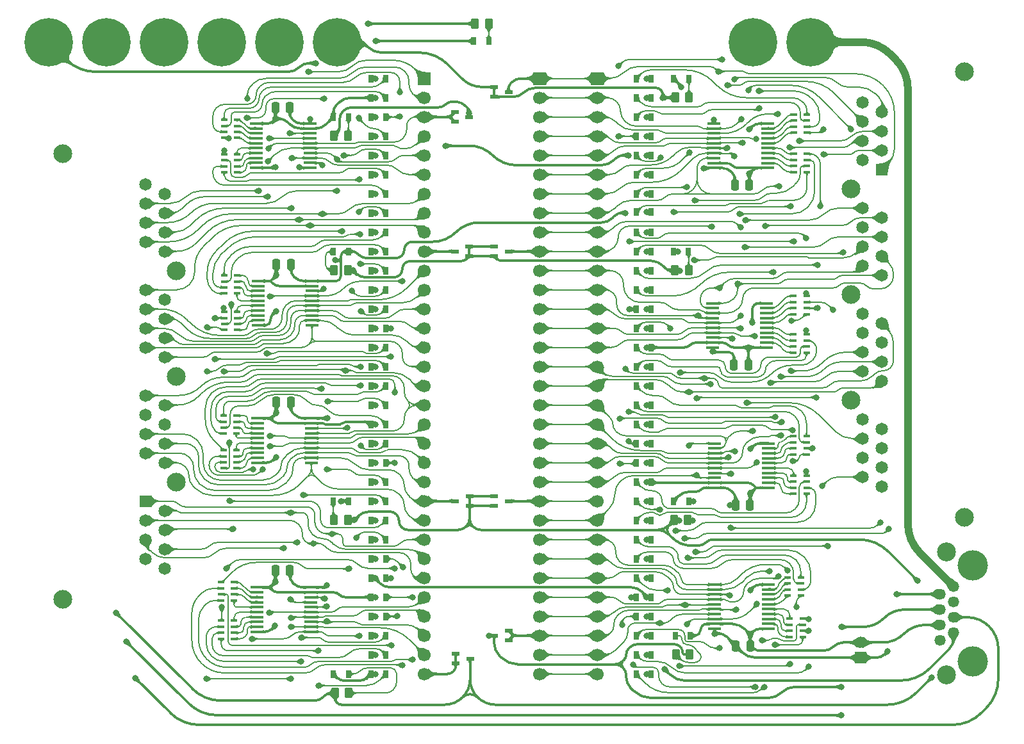
<source format=gtl>
%TF.GenerationSoftware,KiCad,Pcbnew,9.0.7-9.0.7~ubuntu24.04.1*%
%TF.CreationDate,2026-01-10T19:59:33+02:00*%
%TF.ProjectId,HCP65 64 Pin Tester,48435036-3520-4363-9420-50696e205465,V1*%
%TF.SameCoordinates,Original*%
%TF.FileFunction,Copper,L1,Top*%
%TF.FilePolarity,Positive*%
%FSLAX46Y46*%
G04 Gerber Fmt 4.6, Leading zero omitted, Abs format (unit mm)*
G04 Created by KiCad (PCBNEW 9.0.7-9.0.7~ubuntu24.04.1) date 2026-01-10 19:59:33*
%MOMM*%
%LPD*%
G01*
G04 APERTURE LIST*
G04 Aperture macros list*
%AMRoundRect*
0 Rectangle with rounded corners*
0 $1 Rounding radius*
0 $2 $3 $4 $5 $6 $7 $8 $9 X,Y pos of 4 corners*
0 Add a 4 corners polygon primitive as box body*
4,1,4,$2,$3,$4,$5,$6,$7,$8,$9,$2,$3,0*
0 Add four circle primitives for the rounded corners*
1,1,$1+$1,$2,$3*
1,1,$1+$1,$4,$5*
1,1,$1+$1,$6,$7*
1,1,$1+$1,$8,$9*
0 Add four rect primitives between the rounded corners*
20,1,$1+$1,$2,$3,$4,$5,0*
20,1,$1+$1,$4,$5,$6,$7,0*
20,1,$1+$1,$6,$7,$8,$9,0*
20,1,$1+$1,$8,$9,$2,$3,0*%
G04 Aperture macros list end*
%TA.AperFunction,SMDPad,CuDef*%
%ADD10R,0.800000X1.000000*%
%TD*%
%TA.AperFunction,SMDPad,CuDef*%
%ADD11R,0.900000X0.450000*%
%TD*%
%TA.AperFunction,ComponentPad*%
%ADD12C,2.500000*%
%TD*%
%TA.AperFunction,ComponentPad*%
%ADD13C,1.470000*%
%TD*%
%TA.AperFunction,WasherPad*%
%ADD14C,4.000000*%
%TD*%
%TA.AperFunction,SMDPad,CuDef*%
%ADD15RoundRect,0.250000X-0.262500X-0.450000X0.262500X-0.450000X0.262500X0.450000X-0.262500X0.450000X0*%
%TD*%
%TA.AperFunction,ComponentPad*%
%ADD16C,6.400000*%
%TD*%
%TA.AperFunction,SMDPad,CuDef*%
%ADD17R,1.800000X0.450000*%
%TD*%
%TA.AperFunction,SMDPad,CuDef*%
%ADD18RoundRect,0.250000X-0.250000X-0.475000X0.250000X-0.475000X0.250000X0.475000X-0.250000X0.475000X0*%
%TD*%
%TA.AperFunction,SMDPad,CuDef*%
%ADD19R,1.000000X0.550000*%
%TD*%
%TA.AperFunction,SMDPad,CuDef*%
%ADD20RoundRect,0.250000X0.250000X0.475000X-0.250000X0.475000X-0.250000X-0.475000X0.250000X-0.475000X0*%
%TD*%
%TA.AperFunction,ComponentPad*%
%ADD21C,2.475000*%
%TD*%
%TA.AperFunction,ComponentPad*%
%ADD22C,1.650000*%
%TD*%
%TA.AperFunction,ComponentPad*%
%ADD23R,1.650000X1.650000*%
%TD*%
%TA.AperFunction,ComponentPad*%
%ADD24C,1.700000*%
%TD*%
%TA.AperFunction,ComponentPad*%
%ADD25R,1.700000X1.700000*%
%TD*%
%TA.AperFunction,ComponentPad*%
%ADD26C,1.500000*%
%TD*%
%TA.AperFunction,ComponentPad*%
%ADD27R,1.500000X1.500000*%
%TD*%
%TA.AperFunction,ViaPad*%
%ADD28C,0.800000*%
%TD*%
%TA.AperFunction,Conductor*%
%ADD29C,0.380000*%
%TD*%
%TA.AperFunction,Conductor*%
%ADD30C,1.000000*%
%TD*%
%TA.AperFunction,Conductor*%
%ADD31C,0.200000*%
%TD*%
G04 APERTURE END LIST*
D10*
%TO.P,LED56,2*%
%TO.N,/S47*%
X65309999Y-24130000D03*
%TO.P,LED56,1*%
%TO.N,/GNDb*%
X67310000Y-24130000D03*
%TD*%
%TO.P,LED36,2*%
%TO.N,/S27*%
X32258000Y-54610000D03*
%TO.P,LED36,1*%
%TO.N,/GNDb*%
X30257999Y-54610000D03*
%TD*%
%TO.P,LED4,2*%
%TO.N,/5Va*%
X70244499Y-41910000D03*
%TO.P,LED4,1*%
%TO.N,Net-(LED4-Pad1)*%
X72244500Y-41910000D03*
%TD*%
D11*
%TO.P,RN15,8,R1*%
%TO.N,/S56*%
X87054000Y-52015000D03*
%TO.P,RN15,7,R2*%
%TO.N,/S57*%
X87054000Y-52815000D03*
%TO.P,RN15,6,R3*%
%TO.N,/S58*%
X87054000Y-53615000D03*
%TO.P,RN15,5,R4*%
%TO.N,/S59*%
X87054000Y-54415000D03*
%TO.P,RN15,4,R4*%
%TO.N,Net-(IC8-A4)*%
X85354000Y-54415000D03*
%TO.P,RN15,3,R3*%
%TO.N,Net-(IC8-A5)*%
X85354000Y-53615000D03*
%TO.P,RN15,2,R2*%
%TO.N,Net-(IC8-A6)*%
X85354000Y-52815000D03*
%TO.P,RN15,1,R1*%
%TO.N,Net-(IC8-A7)*%
X85354000Y-52015000D03*
%TD*%
D10*
%TO.P,LED39,2*%
%TO.N,/S24*%
X32258000Y-46990000D03*
%TO.P,LED39,1*%
%TO.N,/GNDb*%
X30257999Y-46990000D03*
%TD*%
D12*
%TO.P,J2,MH2,MH2*%
%TO.N,unconnected-(J2-PadMH2)*%
X106346300Y-64899000D03*
%TO.P,J2,MH1,MH1*%
%TO.N,unconnected-(J2-PadMH1)*%
X106346300Y-48639000D03*
D13*
%TO.P,J2,8,8*%
%TO.N,/GNDd*%
X105456300Y-60329000D03*
%TO.P,J2,7,7*%
%TO.N,/GNDc*%
X107236300Y-59309000D03*
%TO.P,J2,6,6*%
%TO.N,/GNDb*%
X105456300Y-58289000D03*
%TO.P,J2,5,5*%
%TO.N,/GNDa*%
X107236300Y-57269000D03*
%TO.P,J2,4,4*%
%TO.N,/5Vc*%
X105456300Y-56249000D03*
%TO.P,J2,3,3*%
%TO.N,/5Vb*%
X107236300Y-55229000D03*
%TO.P,J2,2,2*%
%TO.N,/5Va*%
X105456300Y-54209000D03*
%TO.P,J2,1,1*%
%TO.N,/12V*%
X107236300Y-53189000D03*
D14*
%TO.P,J2,*%
%TO.N,*%
X109776300Y-50419000D03*
X109776300Y-63119000D03*
%TD*%
D10*
%TO.P,LED25,2*%
%TO.N,/S22*%
X32242001Y-41910000D03*
%TO.P,LED25,1*%
%TO.N,/GNDb*%
X30242000Y-41910000D03*
%TD*%
%TO.P,LED29,2*%
%TO.N,/S18*%
X32242001Y-31750000D03*
%TO.P,LED29,1*%
%TO.N,/GNDb*%
X30242000Y-31750000D03*
%TD*%
%TO.P,LED19,2*%
%TO.N,/S12*%
X32242001Y-16510000D03*
%TO.P,LED19,1*%
%TO.N,/GNDb*%
X30242000Y-16510000D03*
%TD*%
D15*
%TO.P,R1,2*%
%TO.N,Net-(LED1-Pad2)*%
X27231000Y6360000D03*
%TO.P,R1,1*%
%TO.N,/5Vc*%
X25406000Y6360000D03*
%TD*%
D10*
%TO.P,LED58,2*%
%TO.N,/S49*%
X65309999Y-29210000D03*
%TO.P,LED58,1*%
%TO.N,/GNDb*%
X67310000Y-29210000D03*
%TD*%
%TO.P,LED12,2*%
%TO.N,/S3*%
X32242001Y6350000D03*
%TO.P,LED12,1*%
%TO.N,/GNDb*%
X30242000Y6350000D03*
%TD*%
D15*
%TO.P,R11,2*%
%TO.N,/5Vc*%
X72384000Y-62220000D03*
%TO.P,R11,1*%
%TO.N,Net-(LED2-Pad2)*%
X70559000Y-62220000D03*
%TD*%
D10*
%TO.P,LED71,2*%
%TO.N,/S62*%
X65309999Y-62230000D03*
%TO.P,LED71,1*%
%TO.N,/GNDb*%
X67310000Y-62230000D03*
%TD*%
D16*
%TO.P,H2,1,1*%
%TO.N,/5Va*%
X-12319000Y18796000D03*
%TD*%
D10*
%TO.P,LED14,2*%
%TO.N,/S1*%
X32242001Y11430000D03*
%TO.P,LED14,1*%
%TO.N,/GNDb*%
X30242000Y11430000D03*
%TD*%
%TO.P,LED5,2*%
%TO.N,Net-(LED5-Pad2)*%
X27275501Y-64770000D03*
%TO.P,LED5,1*%
%TO.N,/GNDb*%
X25275500Y-64770000D03*
%TD*%
%TO.P,LED46,2*%
%TO.N,/S38*%
X65309999Y-1270000D03*
%TO.P,LED46,1*%
%TO.N,/GNDb*%
X67310000Y-1270000D03*
%TD*%
%TO.P,LED20,2*%
%TO.N,/S11*%
X32242001Y-13970000D03*
%TO.P,LED20,1*%
%TO.N,/GNDb*%
X30242000Y-13970000D03*
%TD*%
D11*
%TO.P,RN16,8,R1*%
%TO.N,/S60*%
X87308000Y-57476000D03*
%TO.P,RN16,7,R2*%
%TO.N,/S61*%
X87308000Y-58276000D03*
%TO.P,RN16,6,R3*%
%TO.N,/S62*%
X87308000Y-59076000D03*
%TO.P,RN16,5,R4*%
%TO.N,/S63*%
X87308000Y-59876000D03*
%TO.P,RN16,4,R4*%
%TO.N,Net-(IC8-A0)*%
X85608000Y-59876000D03*
%TO.P,RN16,3,R3*%
%TO.N,Net-(IC8-A1)*%
X85608000Y-59076000D03*
%TO.P,RN16,2,R2*%
%TO.N,Net-(IC8-A2)*%
X85608000Y-58276000D03*
%TO.P,RN16,1,R1*%
%TO.N,Net-(IC8-A3)*%
X85608000Y-57476000D03*
%TD*%
D10*
%TO.P,LED1,2*%
%TO.N,Net-(LED1-Pad2)*%
X27305001Y8890000D03*
%TO.P,LED1,1*%
%TO.N,/GNDb*%
X25305000Y8890000D03*
%TD*%
%TO.P,LED68,2*%
%TO.N,/S59*%
X65309999Y-54610000D03*
%TO.P,LED68,1*%
%TO.N,/GNDb*%
X67310000Y-54610000D03*
%TD*%
D17*
%TO.P,IC4,20,5V*%
%TO.N,/5Va*%
X22340000Y-53332000D03*
%TO.P,IC4,19,~{OE}*%
%TO.N,/GNDb*%
X22340000Y-53982000D03*
%TO.P,IC4,18,B0*%
%TO.N,/IO24*%
X22340001Y-54632000D03*
%TO.P,IC4,17,B1*%
%TO.N,/IO25*%
X22340000Y-55282000D03*
%TO.P,IC4,16,B2*%
%TO.N,/IO26*%
X22340000Y-55932000D03*
%TO.P,IC4,15,B3*%
%TO.N,/IO27*%
X22340000Y-56582000D03*
%TO.P,IC4,14,B4*%
%TO.N,/IO28*%
X22340000Y-57232000D03*
%TO.P,IC4,13,B5*%
%TO.N,/IO29*%
X22340001Y-57882000D03*
%TO.P,IC4,12,B6*%
%TO.N,/IO30*%
X22340000Y-58532000D03*
%TO.P,IC4,11,B7*%
%TO.N,/IO31*%
X22340000Y-59182000D03*
%TO.P,IC4,10,GND*%
%TO.N,/GNDb*%
X15240000Y-59182000D03*
%TO.P,IC4,9,A7*%
%TO.N,Net-(IC4-A7)*%
X15240000Y-58532000D03*
%TO.P,IC4,8,A6*%
%TO.N,Net-(IC4-A6)*%
X15239999Y-57882000D03*
%TO.P,IC4,7,A5*%
%TO.N,Net-(IC4-A5)*%
X15240000Y-57232000D03*
%TO.P,IC4,6,A4*%
%TO.N,Net-(IC4-A4)*%
X15240000Y-56582000D03*
%TO.P,IC4,5,A3*%
%TO.N,Net-(IC4-A3)*%
X15240000Y-55932000D03*
%TO.P,IC4,4,A2*%
%TO.N,Net-(IC4-A2)*%
X15240000Y-55282000D03*
%TO.P,IC4,3,A1*%
%TO.N,Net-(IC4-A1)*%
X15239999Y-54632000D03*
%TO.P,IC4,2,A0*%
%TO.N,Net-(IC4-A0)*%
X15240000Y-53982000D03*
%TO.P,IC4,1,DIR*%
%TO.N,/GNDb*%
X15240000Y-53332000D03*
%TD*%
D16*
%TO.P,H5,1,1*%
%TO.N,/GNDa*%
X10541000Y18796000D03*
%TD*%
D10*
%TO.P,LED30,2*%
%TO.N,/S17*%
X32242001Y-29210000D03*
%TO.P,LED30,1*%
%TO.N,/GNDb*%
X30242000Y-29210000D03*
%TD*%
D17*
%TO.P,IC6,20,5V*%
%TO.N,/5Va*%
X75444000Y-21598000D03*
%TO.P,IC6,19,~{OE}*%
%TO.N,/GNDb*%
X75444000Y-20948000D03*
%TO.P,IC6,18,B0*%
%TO.N,/IO47*%
X75444000Y-20298000D03*
%TO.P,IC6,17,B1*%
%TO.N,/IO46*%
X75444000Y-19648000D03*
%TO.P,IC6,16,B2*%
%TO.N,/IO45*%
X75444000Y-18998000D03*
%TO.P,IC6,15,B3*%
%TO.N,/IO44*%
X75444000Y-18348000D03*
%TO.P,IC6,14,B4*%
%TO.N,/IO43*%
X75444000Y-17698000D03*
%TO.P,IC6,13,B5*%
%TO.N,/IO42*%
X75444000Y-17048000D03*
%TO.P,IC6,12,B6*%
%TO.N,/IO41*%
X75444000Y-16398000D03*
%TO.P,IC6,11,B7*%
%TO.N,/IO40*%
X75444000Y-15748000D03*
%TO.P,IC6,10,GND*%
%TO.N,/GNDb*%
X82544000Y-15748000D03*
%TO.P,IC6,9,A7*%
%TO.N,Net-(IC6-A7)*%
X82544000Y-16398000D03*
%TO.P,IC6,8,A6*%
%TO.N,Net-(IC6-A6)*%
X82544000Y-17048000D03*
%TO.P,IC6,7,A5*%
%TO.N,Net-(IC6-A5)*%
X82544000Y-17698000D03*
%TO.P,IC6,6,A4*%
%TO.N,Net-(IC6-A4)*%
X82544000Y-18348000D03*
%TO.P,IC6,5,A3*%
%TO.N,Net-(IC6-A3)*%
X82544000Y-18998000D03*
%TO.P,IC6,4,A2*%
%TO.N,Net-(IC6-A2)*%
X82544000Y-19648000D03*
%TO.P,IC6,3,A1*%
%TO.N,Net-(IC6-A1)*%
X82544000Y-20298000D03*
%TO.P,IC6,2,A0*%
%TO.N,Net-(IC6-A0)*%
X82544000Y-20948000D03*
%TO.P,IC6,1,DIR*%
%TO.N,/GNDb*%
X82544000Y-21598000D03*
%TD*%
D10*
%TO.P,LED55,2*%
%TO.N,/S46*%
X65309999Y-21590000D03*
%TO.P,LED55,1*%
%TO.N,/GNDb*%
X67310000Y-21590000D03*
%TD*%
D11*
%TO.P,RN1,8,R1*%
%TO.N,/S7*%
X10869000Y1542000D03*
%TO.P,RN1,7,R2*%
%TO.N,/S6*%
X10869000Y2342000D03*
%TO.P,RN1,6,R3*%
%TO.N,/S5*%
X10869000Y3142000D03*
%TO.P,RN1,5,R4*%
%TO.N,/S4*%
X10869000Y3942000D03*
%TO.P,RN1,4,R4*%
%TO.N,Net-(IC1-A4)*%
X12569000Y3942000D03*
%TO.P,RN1,3,R3*%
%TO.N,Net-(IC1-A5)*%
X12569000Y3142000D03*
%TO.P,RN1,2,R2*%
%TO.N,Net-(IC1-A6)*%
X12569000Y2342000D03*
%TO.P,RN1,1,R1*%
%TO.N,Net-(IC1-A7)*%
X12569000Y1542000D03*
%TD*%
D10*
%TO.P,LED67,2*%
%TO.N,/S58*%
X65309999Y-52070000D03*
%TO.P,LED67,1*%
%TO.N,/GNDb*%
X67310000Y-52070000D03*
%TD*%
D18*
%TO.P,C8,2*%
%TO.N,/GNDb*%
X80386000Y-61087000D03*
%TO.P,C8,1*%
%TO.N,/5Va*%
X78486000Y-61087000D03*
%TD*%
D10*
%TO.P,LED57,2*%
%TO.N,/S48*%
X65309999Y-26670000D03*
%TO.P,LED57,1*%
%TO.N,/GNDb*%
X67310000Y-26670000D03*
%TD*%
%TO.P,LED27,2*%
%TO.N,/S20*%
X32242001Y-36830000D03*
%TO.P,LED27,1*%
%TO.N,/GNDb*%
X30242000Y-36830000D03*
%TD*%
%TO.P,LED69,2*%
%TO.N,/S60*%
X65309999Y-57150000D03*
%TO.P,LED69,1*%
%TO.N,/GNDb*%
X67310000Y-57150000D03*
%TD*%
%TO.P,LED72,2*%
%TO.N,/S63*%
X65309999Y-64770000D03*
%TO.P,LED72,1*%
%TO.N,/GNDb*%
X67310000Y-64770000D03*
%TD*%
D16*
%TO.P,H7,1,1*%
%TO.N,/GNDb*%
X18161000Y18796000D03*
%TD*%
D19*
%TO.P,D5,3,A*%
%TO.N,/5Vb*%
X43367999Y-62738000D03*
%TO.P,D5,2,K2*%
%TO.N,/IO31*%
X41468000Y-63388000D03*
%TO.P,D5,1,K1*%
X41468000Y-62088000D03*
%TD*%
D10*
%TO.P,LED22,2*%
%TO.N,/S9*%
X32242001Y-8890000D03*
%TO.P,LED22,1*%
%TO.N,/GNDb*%
X30242000Y-8890000D03*
%TD*%
%TO.P,LED65,2*%
%TO.N,/S56*%
X65309999Y-46990000D03*
%TO.P,LED65,1*%
%TO.N,/GNDb*%
X67310000Y-46990000D03*
%TD*%
%TO.P,LED63,2*%
%TO.N,/S54*%
X65309999Y-41910000D03*
%TO.P,LED63,1*%
%TO.N,/GNDb*%
X67310000Y-41910000D03*
%TD*%
%TO.P,LED9,2*%
%TO.N,/S6*%
X32242001Y-1270000D03*
%TO.P,LED9,1*%
%TO.N,/GNDb*%
X30242000Y-1270000D03*
%TD*%
D15*
%TO.P,R7,2*%
%TO.N,/GNDd*%
X27201500Y-44440000D03*
%TO.P,R7,1*%
%TO.N,Net-(LED8-Pad1)*%
X25376500Y-44440000D03*
%TD*%
D10*
%TO.P,LED8,2*%
%TO.N,/5Va*%
X27275501Y-41910000D03*
%TO.P,LED8,1*%
%TO.N,Net-(LED8-Pad1)*%
X25275500Y-41910000D03*
%TD*%
D16*
%TO.P,H4,1,1*%
%TO.N,/5Vc*%
X2921000Y18796000D03*
%TD*%
D10*
%TO.P,LED34,2*%
%TO.N,/S29*%
X32258000Y-59690000D03*
%TO.P,LED34,1*%
%TO.N,/GNDb*%
X30257999Y-59690000D03*
%TD*%
D11*
%TO.P,RN3,8,R1*%
%TO.N,/S31*%
X10482000Y-60128000D03*
%TO.P,RN3,7,R2*%
%TO.N,/S30*%
X10482000Y-59328000D03*
%TO.P,RN3,6,R3*%
%TO.N,/S29*%
X10482000Y-58528000D03*
%TO.P,RN3,5,R4*%
%TO.N,/S28*%
X10482000Y-57728000D03*
%TO.P,RN3,4,R4*%
%TO.N,Net-(IC4-A4)*%
X12182000Y-57728000D03*
%TO.P,RN3,3,R3*%
%TO.N,Net-(IC4-A5)*%
X12182000Y-58528000D03*
%TO.P,RN3,2,R2*%
%TO.N,Net-(IC4-A6)*%
X12182000Y-59328000D03*
%TO.P,RN3,1,R1*%
%TO.N,Net-(IC4-A7)*%
X12182000Y-60128000D03*
%TD*%
%TO.P,RN12,8,R1*%
%TO.N,/S44*%
X87816000Y-19882000D03*
%TO.P,RN12,7,R2*%
%TO.N,/S45*%
X87816000Y-20682000D03*
%TO.P,RN12,6,R3*%
%TO.N,/S46*%
X87816000Y-21482000D03*
%TO.P,RN12,5,R4*%
%TO.N,/S47*%
X87816000Y-22282000D03*
%TO.P,RN12,4,R4*%
%TO.N,Net-(IC6-A0)*%
X86116000Y-22282000D03*
%TO.P,RN12,3,R3*%
%TO.N,Net-(IC6-A1)*%
X86116000Y-21482000D03*
%TO.P,RN12,2,R2*%
%TO.N,Net-(IC6-A2)*%
X86116000Y-20682000D03*
%TO.P,RN12,1,R1*%
%TO.N,Net-(IC6-A3)*%
X86116000Y-19882000D03*
%TD*%
D10*
%TO.P,LED26,2*%
%TO.N,/S21*%
X32242001Y-39370000D03*
%TO.P,LED26,1*%
%TO.N,/GNDb*%
X30242000Y-39370000D03*
%TD*%
D17*
%TO.P,IC8,20,5V*%
%TO.N,/5Va*%
X75698000Y-58805000D03*
%TO.P,IC8,19,~{OE}*%
%TO.N,/GNDb*%
X75698000Y-58155000D03*
%TO.P,IC8,18,B0*%
%TO.N,/IO63*%
X75698000Y-57505000D03*
%TO.P,IC8,17,B1*%
%TO.N,/IO62*%
X75698000Y-56855000D03*
%TO.P,IC8,16,B2*%
%TO.N,/IO61*%
X75698000Y-56205000D03*
%TO.P,IC8,15,B3*%
%TO.N,/IO60*%
X75698000Y-55555000D03*
%TO.P,IC8,14,B4*%
%TO.N,/IO59*%
X75698000Y-54905000D03*
%TO.P,IC8,13,B5*%
%TO.N,/IO58*%
X75698000Y-54255000D03*
%TO.P,IC8,12,B6*%
%TO.N,/IO57*%
X75698000Y-53605000D03*
%TO.P,IC8,11,B7*%
%TO.N,/IO56*%
X75698000Y-52955000D03*
%TO.P,IC8,10,GND*%
%TO.N,/GNDb*%
X82798000Y-52955000D03*
%TO.P,IC8,9,A7*%
%TO.N,Net-(IC8-A7)*%
X82798000Y-53605000D03*
%TO.P,IC8,8,A6*%
%TO.N,Net-(IC8-A6)*%
X82798000Y-54255000D03*
%TO.P,IC8,7,A5*%
%TO.N,Net-(IC8-A5)*%
X82798000Y-54905000D03*
%TO.P,IC8,6,A4*%
%TO.N,Net-(IC8-A4)*%
X82798000Y-55555000D03*
%TO.P,IC8,5,A3*%
%TO.N,Net-(IC8-A3)*%
X82798000Y-56205000D03*
%TO.P,IC8,4,A2*%
%TO.N,Net-(IC8-A2)*%
X82798000Y-56855000D03*
%TO.P,IC8,3,A1*%
%TO.N,Net-(IC8-A1)*%
X82798000Y-57505000D03*
%TO.P,IC8,2,A0*%
%TO.N,Net-(IC8-A0)*%
X82798000Y-58155000D03*
%TO.P,IC8,1,DIR*%
%TO.N,/GNDb*%
X82798000Y-58805000D03*
%TD*%
D10*
%TO.P,LED13,2*%
%TO.N,/S2*%
X32242001Y8890000D03*
%TO.P,LED13,1*%
%TO.N,/GNDb*%
X30242000Y8890000D03*
%TD*%
%TO.P,LED61,2*%
%TO.N,/S52*%
X65309999Y-36830000D03*
%TO.P,LED61,1*%
%TO.N,/GNDb*%
X67310000Y-36830000D03*
%TD*%
%TO.P,LED21,2*%
%TO.N,/S10*%
X32242001Y-11430000D03*
%TO.P,LED21,1*%
%TO.N,/GNDb*%
X30242000Y-11430000D03*
%TD*%
%TO.P,LED15,2*%
%TO.N,/S0*%
X32242001Y13970000D03*
%TO.P,LED15,1*%
%TO.N,/GNDb*%
X30242000Y13970000D03*
%TD*%
D15*
%TO.P,R12,2*%
%TO.N,Net-(LED73-Pad2)*%
X45847000Y21219000D03*
%TO.P,R12,1*%
%TO.N,/5Va*%
X44022000Y21219000D03*
%TD*%
D10*
%TO.P,LED43,2*%
%TO.N,/S35*%
X65309999Y6350000D03*
%TO.P,LED43,1*%
%TO.N,/GNDb*%
X67310000Y6350000D03*
%TD*%
D20*
%TO.P,C4,2*%
%TO.N,/GNDb*%
X17780000Y-28829000D03*
%TO.P,C4,1*%
%TO.N,/5Va*%
X19680000Y-28829000D03*
%TD*%
D10*
%TO.P,LED16,2*%
%TO.N,/S15*%
X32242001Y-24130000D03*
%TO.P,LED16,1*%
%TO.N,/GNDb*%
X30242000Y-24130000D03*
%TD*%
D17*
%TO.P,IC7,20,5V*%
%TO.N,/5Va*%
X75704000Y-40140000D03*
%TO.P,IC7,19,~{OE}*%
%TO.N,/GNDb*%
X75704000Y-39490000D03*
%TO.P,IC7,18,B0*%
%TO.N,/IO55*%
X75704000Y-38840000D03*
%TO.P,IC7,17,B1*%
%TO.N,/IO54*%
X75704000Y-38190000D03*
%TO.P,IC7,16,B2*%
%TO.N,/IO53*%
X75704000Y-37540000D03*
%TO.P,IC7,15,B3*%
%TO.N,/IO52*%
X75704000Y-36890000D03*
%TO.P,IC7,14,B4*%
%TO.N,/IO51*%
X75704000Y-36240000D03*
%TO.P,IC7,13,B5*%
%TO.N,/IO50*%
X75704000Y-35590000D03*
%TO.P,IC7,12,B6*%
%TO.N,/IO49*%
X75704000Y-34940000D03*
%TO.P,IC7,11,B7*%
%TO.N,/IO48*%
X75704000Y-34290000D03*
%TO.P,IC7,10,GND*%
%TO.N,/GNDb*%
X82804000Y-34290000D03*
%TO.P,IC7,9,A7*%
%TO.N,Net-(IC7-A7)*%
X82804000Y-34940000D03*
%TO.P,IC7,8,A6*%
%TO.N,Net-(IC7-A6)*%
X82804000Y-35590000D03*
%TO.P,IC7,7,A5*%
%TO.N,Net-(IC7-A5)*%
X82804000Y-36240000D03*
%TO.P,IC7,6,A4*%
%TO.N,Net-(IC7-A4)*%
X82804000Y-36890000D03*
%TO.P,IC7,5,A3*%
%TO.N,Net-(IC7-A3)*%
X82804000Y-37540000D03*
%TO.P,IC7,4,A2*%
%TO.N,Net-(IC7-A2)*%
X82804000Y-38190000D03*
%TO.P,IC7,3,A1*%
%TO.N,Net-(IC7-A1)*%
X82804000Y-38840000D03*
%TO.P,IC7,2,A0*%
%TO.N,Net-(IC7-A0)*%
X82804000Y-39490000D03*
%TO.P,IC7,1,DIR*%
%TO.N,/GNDb*%
X82804000Y-40140000D03*
%TD*%
D10*
%TO.P,LED3,2*%
%TO.N,/5Va*%
X70207499Y-8890000D03*
%TO.P,LED3,1*%
%TO.N,Net-(LED3-Pad1)*%
X72207500Y-8890000D03*
%TD*%
D20*
%TO.P,C2,2*%
%TO.N,/GNDb*%
X17653000Y-51054000D03*
%TO.P,C2,1*%
%TO.N,/5Va*%
X19553000Y-51054000D03*
%TD*%
D19*
%TO.P,D1,3,A*%
%TO.N,/5Vc*%
X43240999Y8890000D03*
%TO.P,D1,2,K2*%
%TO.N,/IO2*%
X41341000Y8240000D03*
%TO.P,D1,1,K1*%
X41341000Y9540000D03*
%TD*%
D11*
%TO.P,RN6,8,R1*%
%TO.N,/S11*%
X10863000Y-14465000D03*
%TO.P,RN6,7,R2*%
%TO.N,/S10*%
X10863000Y-13665000D03*
%TO.P,RN6,6,R3*%
%TO.N,/S9*%
X10863000Y-12865000D03*
%TO.P,RN6,5,R4*%
%TO.N,/S8*%
X10863000Y-12065000D03*
%TO.P,RN6,4,R4*%
%TO.N,Net-(IC2-A0)*%
X12563000Y-12065000D03*
%TO.P,RN6,3,R3*%
%TO.N,Net-(IC2-A1)*%
X12563000Y-12865000D03*
%TO.P,RN6,2,R2*%
%TO.N,Net-(IC2-A2)*%
X12563000Y-13665000D03*
%TO.P,RN6,1,R1*%
%TO.N,Net-(IC2-A3)*%
X12563000Y-14465000D03*
%TD*%
%TO.P,RN14,8,R1*%
%TO.N,/S52*%
X87816000Y-38551000D03*
%TO.P,RN14,7,R2*%
%TO.N,/S53*%
X87816000Y-39351000D03*
%TO.P,RN14,6,R3*%
%TO.N,/S54*%
X87816000Y-40151000D03*
%TO.P,RN14,5,R4*%
%TO.N,/S55*%
X87816000Y-40951000D03*
%TO.P,RN14,4,R4*%
%TO.N,Net-(IC7-A0)*%
X86116000Y-40951000D03*
%TO.P,RN14,3,R3*%
%TO.N,Net-(IC7-A1)*%
X86116000Y-40151000D03*
%TO.P,RN14,2,R2*%
%TO.N,Net-(IC7-A2)*%
X86116000Y-39351000D03*
%TO.P,RN14,1,R1*%
%TO.N,Net-(IC7-A3)*%
X86116000Y-38551000D03*
%TD*%
D17*
%TO.P,IC1,20,5V*%
%TO.N,/5Va*%
X22213000Y8009000D03*
%TO.P,IC1,19,~{OE}*%
%TO.N,/GNDb*%
X22213000Y7359000D03*
%TO.P,IC1,18,B0*%
%TO.N,/IO0*%
X22213001Y6709000D03*
%TO.P,IC1,17,B1*%
%TO.N,/IO1*%
X22213000Y6059000D03*
%TO.P,IC1,16,B2*%
%TO.N,/IO2*%
X22213000Y5409000D03*
%TO.P,IC1,15,B3*%
%TO.N,/IO3*%
X22213000Y4759000D03*
%TO.P,IC1,14,B4*%
%TO.N,/IO4*%
X22213000Y4109000D03*
%TO.P,IC1,13,B5*%
%TO.N,/IO5*%
X22213001Y3459000D03*
%TO.P,IC1,12,B6*%
%TO.N,/IO6*%
X22213000Y2809000D03*
%TO.P,IC1,11,B7*%
%TO.N,/IO7*%
X22213000Y2159000D03*
%TO.P,IC1,10,GND*%
%TO.N,/GNDb*%
X15113000Y2159000D03*
%TO.P,IC1,9,A7*%
%TO.N,Net-(IC1-A7)*%
X15113000Y2809000D03*
%TO.P,IC1,8,A6*%
%TO.N,Net-(IC1-A6)*%
X15112999Y3459000D03*
%TO.P,IC1,7,A5*%
%TO.N,Net-(IC1-A5)*%
X15113000Y4109000D03*
%TO.P,IC1,6,A4*%
%TO.N,Net-(IC1-A4)*%
X15113000Y4759000D03*
%TO.P,IC1,5,A3*%
%TO.N,Net-(IC1-A3)*%
X15113000Y5409000D03*
%TO.P,IC1,4,A2*%
%TO.N,Net-(IC1-A2)*%
X15113000Y6059000D03*
%TO.P,IC1,3,A1*%
%TO.N,Net-(IC1-A1)*%
X15112999Y6709000D03*
%TO.P,IC1,2,A0*%
%TO.N,Net-(IC1-A0)*%
X15113000Y7359000D03*
%TO.P,IC1,1,DIR*%
%TO.N,/GNDb*%
X15113000Y8009000D03*
%TD*%
D20*
%TO.P,C5,2*%
%TO.N,/GNDb*%
X17780000Y-10598000D03*
%TO.P,C5,1*%
%TO.N,/5Va*%
X19680000Y-10598000D03*
%TD*%
D17*
%TO.P,IC3,20,5V*%
%TO.N,/5Va*%
X22405000Y-30980000D03*
%TO.P,IC3,19,~{OE}*%
%TO.N,/GNDb*%
X22405000Y-31630000D03*
%TO.P,IC3,18,B0*%
%TO.N,/IO16*%
X22405001Y-32280000D03*
%TO.P,IC3,17,B1*%
%TO.N,/IO17*%
X22405000Y-32930000D03*
%TO.P,IC3,16,B2*%
%TO.N,/IO18*%
X22405000Y-33580000D03*
%TO.P,IC3,15,B3*%
%TO.N,/IO19*%
X22405000Y-34230000D03*
%TO.P,IC3,14,B4*%
%TO.N,/IO20*%
X22405000Y-34880000D03*
%TO.P,IC3,13,B5*%
%TO.N,/IO21*%
X22405001Y-35530000D03*
%TO.P,IC3,12,B6*%
%TO.N,/IO22*%
X22405000Y-36180000D03*
%TO.P,IC3,11,B7*%
%TO.N,/IO23*%
X22405000Y-36830000D03*
%TO.P,IC3,10,GND*%
%TO.N,/GNDb*%
X15305000Y-36830000D03*
%TO.P,IC3,9,A7*%
%TO.N,Net-(IC3-A7)*%
X15305000Y-36180000D03*
%TO.P,IC3,8,A6*%
%TO.N,Net-(IC3-A6)*%
X15304999Y-35530000D03*
%TO.P,IC3,7,A5*%
%TO.N,Net-(IC3-A5)*%
X15305000Y-34880000D03*
%TO.P,IC3,6,A4*%
%TO.N,Net-(IC3-A4)*%
X15305000Y-34230000D03*
%TO.P,IC3,5,A3*%
%TO.N,Net-(IC3-A3)*%
X15305000Y-33580000D03*
%TO.P,IC3,4,A2*%
%TO.N,Net-(IC3-A2)*%
X15305000Y-32930000D03*
%TO.P,IC3,3,A1*%
%TO.N,Net-(IC3-A1)*%
X15304999Y-32280000D03*
%TO.P,IC3,2,A0*%
%TO.N,Net-(IC3-A0)*%
X15305000Y-31630000D03*
%TO.P,IC3,1,DIR*%
%TO.N,/GNDb*%
X15305000Y-30980000D03*
%TD*%
D10*
%TO.P,LED6,2*%
%TO.N,/5Va*%
X70260499Y13970000D03*
%TO.P,LED6,1*%
%TO.N,Net-(LED6-Pad1)*%
X72260500Y13970000D03*
%TD*%
D11*
%TO.P,RN9,8,R1*%
%TO.N,/S19*%
X10795000Y-33007000D03*
%TO.P,RN9,7,R2*%
%TO.N,/S18*%
X10795000Y-32207000D03*
%TO.P,RN9,6,R3*%
%TO.N,/S17*%
X10795000Y-31407000D03*
%TO.P,RN9,5,R4*%
%TO.N,/S16*%
X10795000Y-30607000D03*
%TO.P,RN9,4,R4*%
%TO.N,Net-(IC3-A0)*%
X12495000Y-30607000D03*
%TO.P,RN9,3,R3*%
%TO.N,Net-(IC3-A1)*%
X12495000Y-31407000D03*
%TO.P,RN9,2,R2*%
%TO.N,Net-(IC3-A2)*%
X12495000Y-32207000D03*
%TO.P,RN9,1,R1*%
%TO.N,Net-(IC3-A3)*%
X12495000Y-33007000D03*
%TD*%
D10*
%TO.P,LED17,2*%
%TO.N,/S14*%
X32242001Y-21590000D03*
%TO.P,LED17,1*%
%TO.N,/GNDb*%
X30242000Y-21590000D03*
%TD*%
%TO.P,LED18,2*%
%TO.N,/S13*%
X32242001Y-19050000D03*
%TO.P,LED18,1*%
%TO.N,/GNDb*%
X30242000Y-19050000D03*
%TD*%
D18*
%TO.P,C7,2*%
%TO.N,/GNDb*%
X80341000Y-42418000D03*
%TO.P,C7,1*%
%TO.N,/5Va*%
X78441000Y-42418000D03*
%TD*%
D20*
%TO.P,C1,2*%
%TO.N,/GNDb*%
X17653000Y10160000D03*
%TO.P,C1,1*%
%TO.N,/5Va*%
X19553000Y10160000D03*
%TD*%
D21*
%TO.P,J1,MH5,MH5*%
%TO.N,unconnected-(J1-PadMH5)*%
X-10412000Y-54860000D03*
%TO.P,J1,MH4,MH4*%
%TO.N,unconnected-(J1-PadMH4)*%
X4568000Y-39370000D03*
%TO.P,J1,MH3,MH3*%
%TO.N,unconnected-(J1-PadMH3)*%
X4568000Y-25400000D03*
%TO.P,J1,MH2,MH2*%
%TO.N,unconnected-(J1-PadMH2)*%
X4568000Y-11430000D03*
%TO.P,J1,MH1,MH1*%
%TO.N,unconnected-(J1-PadMH1)*%
X-10412000Y4060000D03*
D22*
%TO.P,J1,D8,D8*%
%TO.N,/IO7*%
X3048000Y-8890000D03*
%TO.P,J1,D7,D7*%
%TO.N,/IO6*%
X508000Y-7620000D03*
%TO.P,J1,D6,D6*%
%TO.N,/IO5*%
X3048000Y-6350000D03*
%TO.P,J1,D5,D5*%
%TO.N,/IO4*%
X508000Y-5080000D03*
%TO.P,J1,D4,D4*%
%TO.N,/IO3*%
X3048000Y-3810000D03*
%TO.P,J1,D3,D3*%
%TO.N,/IO2*%
X508000Y-2540000D03*
%TO.P,J1,D2,D2*%
%TO.N,/IO1*%
X3048000Y-1270000D03*
%TO.P,J1,D1,D1*%
%TO.N,/IO0*%
X508000Y0D03*
%TO.P,J1,C8,C8*%
%TO.N,/IO15*%
X3048000Y-22860000D03*
%TO.P,J1,C7,C7*%
%TO.N,/IO14*%
X508000Y-21590000D03*
%TO.P,J1,C6,C6*%
%TO.N,/IO13*%
X3048000Y-20320000D03*
%TO.P,J1,C5,C5*%
%TO.N,/IO12*%
X508000Y-19050000D03*
%TO.P,J1,C4,C4*%
%TO.N,/IO11*%
X3048000Y-17780000D03*
%TO.P,J1,C3,C3*%
%TO.N,/IO10*%
X508000Y-16510000D03*
%TO.P,J1,C2,C2*%
%TO.N,/IO9*%
X3048000Y-15240000D03*
%TO.P,J1,C1,C1*%
%TO.N,/IO8*%
X508000Y-13970000D03*
%TO.P,J1,B8,B8*%
%TO.N,/IO23*%
X3048000Y-36830000D03*
%TO.P,J1,B7,B7*%
%TO.N,/IO22*%
X508000Y-35560000D03*
%TO.P,J1,B6,B6*%
%TO.N,/IO21*%
X3048000Y-34290000D03*
%TO.P,J1,B5,B5*%
%TO.N,/IO20*%
X508000Y-33020000D03*
%TO.P,J1,B4,B4*%
%TO.N,/IO19*%
X3048000Y-31750000D03*
%TO.P,J1,B3,B3*%
%TO.N,/IO18*%
X508000Y-30480000D03*
%TO.P,J1,B2,B2*%
%TO.N,/IO17*%
X3048000Y-29210000D03*
%TO.P,J1,B1,B1*%
%TO.N,/IO16*%
X508000Y-27940000D03*
%TO.P,J1,A8,A8*%
%TO.N,/IO31*%
X3048000Y-50800000D03*
%TO.P,J1,A7,A7*%
%TO.N,/IO30*%
X508000Y-49530000D03*
%TO.P,J1,A6,A6*%
%TO.N,/IO29*%
X3048000Y-48260000D03*
%TO.P,J1,A5,A5*%
%TO.N,/IO28*%
X508000Y-46990000D03*
%TO.P,J1,A4,A4*%
%TO.N,/IO27*%
X3048000Y-45720000D03*
%TO.P,J1,A3,A3*%
%TO.N,/IO26*%
X508000Y-44450000D03*
%TO.P,J1,A2,A2*%
%TO.N,/IO25*%
X3048000Y-43180000D03*
D23*
%TO.P,J1,A1,A1*%
%TO.N,/IO24*%
X508000Y-41910000D03*
%TD*%
D10*
%TO.P,LED37,2*%
%TO.N,/S26*%
X32258000Y-52070000D03*
%TO.P,LED37,1*%
%TO.N,/GNDb*%
X30257999Y-52070000D03*
%TD*%
%TO.P,LED62,2*%
%TO.N,/S53*%
X65309999Y-39370000D03*
%TO.P,LED62,1*%
%TO.N,/GNDb*%
X67310000Y-39370000D03*
%TD*%
%TO.P,LED31,2*%
%TO.N,/S16*%
X32242001Y-26670000D03*
%TO.P,LED31,1*%
%TO.N,/GNDb*%
X30242000Y-26670000D03*
%TD*%
D11*
%TO.P,RN2,8,R1*%
%TO.N,/S3*%
X10869000Y6109000D03*
%TO.P,RN2,7,R2*%
%TO.N,/S2*%
X10869000Y6909000D03*
%TO.P,RN2,6,R3*%
%TO.N,/S1*%
X10869000Y7709000D03*
%TO.P,RN2,5,R4*%
%TO.N,/S0*%
X10869000Y8509000D03*
%TO.P,RN2,4,R4*%
%TO.N,Net-(IC1-A0)*%
X12569000Y8509000D03*
%TO.P,RN2,3,R3*%
%TO.N,Net-(IC1-A1)*%
X12569000Y7709000D03*
%TO.P,RN2,2,R2*%
%TO.N,Net-(IC1-A2)*%
X12569000Y6909000D03*
%TO.P,RN2,1,R1*%
%TO.N,Net-(IC1-A3)*%
X12569000Y6109000D03*
%TD*%
D10*
%TO.P,LED42,2*%
%TO.N,/S34*%
X65309999Y8890000D03*
%TO.P,LED42,1*%
%TO.N,/GNDb*%
X67310000Y8890000D03*
%TD*%
%TO.P,LED60,2*%
%TO.N,/S51*%
X65309999Y-34290000D03*
%TO.P,LED60,1*%
%TO.N,/GNDb*%
X67310000Y-34290000D03*
%TD*%
D19*
%TO.P,D8,3,A*%
%TO.N,/IO22*%
X41402001Y-41910000D03*
%TO.P,D8,2,K2*%
%TO.N,/GNDd*%
X43302000Y-41260000D03*
%TO.P,D8,1,K1*%
X43302000Y-42560000D03*
%TD*%
D10*
%TO.P,LED44,2*%
%TO.N,/S36*%
X65293999Y3810000D03*
%TO.P,LED44,1*%
%TO.N,/GNDb*%
X67294000Y3810000D03*
%TD*%
D15*
%TO.P,R4,2*%
%TO.N,Net-(LED5-Pad2)*%
X27328500Y-67300000D03*
%TO.P,R4,1*%
%TO.N,/5Vb*%
X25503500Y-67300000D03*
%TD*%
D18*
%TO.P,C3,2*%
%TO.N,/GNDb*%
X80259000Y-127000D03*
%TO.P,C3,1*%
%TO.N,/5Va*%
X78359000Y-127000D03*
%TD*%
D24*
%TO.P,J8,32,Pin_32*%
%TO.N,/IO31*%
X37338000Y-64770000D03*
%TO.P,J8,31,Pin_31*%
%TO.N,/IO30*%
X37338000Y-62230000D03*
%TO.P,J8,30,Pin_30*%
%TO.N,/IO29*%
X37338000Y-59690000D03*
%TO.P,J8,29,Pin_29*%
%TO.N,/IO28*%
X37338000Y-57150000D03*
%TO.P,J8,28,Pin_28*%
%TO.N,/IO27*%
X37338000Y-54610000D03*
%TO.P,J8,27,Pin_27*%
%TO.N,/IO26*%
X37338000Y-52070000D03*
%TO.P,J8,26,Pin_26*%
%TO.N,/IO25*%
X37338000Y-49530000D03*
%TO.P,J8,25,Pin_25*%
%TO.N,/IO24*%
X37338000Y-46990000D03*
%TO.P,J8,24,Pin_24*%
%TO.N,/IO23*%
X37338000Y-44450000D03*
%TO.P,J8,23,Pin_23*%
%TO.N,/IO22*%
X37338000Y-41910000D03*
%TO.P,J8,22,Pin_22*%
%TO.N,/IO21*%
X37338000Y-39370000D03*
%TO.P,J8,21,Pin_21*%
%TO.N,/IO20*%
X37338000Y-36830000D03*
%TO.P,J8,20,Pin_20*%
%TO.N,/IO19*%
X37338000Y-34290000D03*
%TO.P,J8,19,Pin_19*%
%TO.N,/IO18*%
X37338000Y-31750000D03*
%TO.P,J8,18,Pin_18*%
%TO.N,/IO17*%
X37338000Y-29210000D03*
%TO.P,J8,17,Pin_17*%
%TO.N,/IO16*%
X37338000Y-26670000D03*
%TO.P,J8,16,Pin_16*%
%TO.N,/IO15*%
X37338000Y-24130000D03*
%TO.P,J8,15,Pin_15*%
%TO.N,/IO14*%
X37338000Y-21590000D03*
%TO.P,J8,14,Pin_14*%
%TO.N,/IO13*%
X37338000Y-19050000D03*
%TO.P,J8,13,Pin_13*%
%TO.N,/IO12*%
X37338000Y-16510000D03*
%TO.P,J8,12,Pin_12*%
%TO.N,/IO11*%
X37338000Y-13970000D03*
%TO.P,J8,11,Pin_11*%
%TO.N,/IO10*%
X37338000Y-11430000D03*
%TO.P,J8,10,Pin_10*%
%TO.N,/IO9*%
X37338000Y-8890000D03*
%TO.P,J8,9,Pin_9*%
%TO.N,/IO8*%
X37338000Y-6350000D03*
%TO.P,J8,8,Pin_8*%
%TO.N,/IO7*%
X37338000Y-3810000D03*
%TO.P,J8,7,Pin_7*%
%TO.N,/IO6*%
X37338000Y-1270000D03*
%TO.P,J8,6,Pin_6*%
%TO.N,/IO5*%
X37338000Y1270000D03*
%TO.P,J8,5,Pin_5*%
%TO.N,/IO4*%
X37338000Y3810000D03*
%TO.P,J8,4,Pin_4*%
%TO.N,/IO3*%
X37338000Y6350000D03*
%TO.P,J8,3,Pin_3*%
%TO.N,/IO2*%
X37338000Y8890000D03*
%TO.P,J8,2,Pin_2*%
%TO.N,/IO1*%
X37338000Y11430000D03*
D25*
%TO.P,J8,1,Pin_1*%
%TO.N,/IO0*%
X37338000Y13970000D03*
%TD*%
D19*
%TO.P,D7,3,A*%
%TO.N,/IO9*%
X41341001Y-8890000D03*
%TO.P,D7,2,K2*%
%TO.N,/GNDd*%
X43241000Y-8240000D03*
%TO.P,D7,1,K1*%
X43241000Y-9540000D03*
%TD*%
D10*
%TO.P,LED7,2*%
%TO.N,/5Va*%
X27275501Y-8890000D03*
%TO.P,LED7,1*%
%TO.N,Net-(LED7-Pad1)*%
X25275500Y-8890000D03*
%TD*%
%TO.P,LED23,2*%
%TO.N,/S8*%
X32242001Y-6350000D03*
%TO.P,LED23,1*%
%TO.N,/GNDb*%
X30242000Y-6350000D03*
%TD*%
%TO.P,LED53,2*%
%TO.N,/S44*%
X65309999Y-16510000D03*
%TO.P,LED53,1*%
%TO.N,/GNDb*%
X67310000Y-16510000D03*
%TD*%
%TO.P,LED24,2*%
%TO.N,/S23*%
X32242001Y-44450000D03*
%TO.P,LED24,1*%
%TO.N,/GNDb*%
X30242000Y-44450000D03*
%TD*%
%TO.P,LED52,2*%
%TO.N,/S43*%
X65309999Y-13970000D03*
%TO.P,LED52,1*%
%TO.N,/GNDb*%
X67310000Y-13970000D03*
%TD*%
D19*
%TO.P,D6,3,A*%
%TO.N,/IO32*%
X48447999Y12192000D03*
%TO.P,D6,2,K2*%
%TO.N,/GNDc*%
X46548000Y11542000D03*
%TO.P,D6,1,K1*%
X46548000Y12842000D03*
%TD*%
D10*
%TO.P,LED35,2*%
%TO.N,/S28*%
X32258000Y-57150000D03*
%TO.P,LED35,1*%
%TO.N,/GNDb*%
X30257999Y-57150000D03*
%TD*%
%TO.P,LED10,2*%
%TO.N,/S5*%
X32242001Y1270000D03*
%TO.P,LED10,1*%
%TO.N,/GNDb*%
X30242000Y1270000D03*
%TD*%
D11*
%TO.P,RN4,8,R1*%
%TO.N,/S27*%
X10482000Y-55048000D03*
%TO.P,RN4,7,R2*%
%TO.N,/S26*%
X10482000Y-54248000D03*
%TO.P,RN4,6,R3*%
%TO.N,/S25*%
X10482000Y-53448000D03*
%TO.P,RN4,5,R4*%
%TO.N,/S24*%
X10482000Y-52648000D03*
%TO.P,RN4,4,R4*%
%TO.N,Net-(IC4-A0)*%
X12182000Y-52648000D03*
%TO.P,RN4,3,R3*%
%TO.N,Net-(IC4-A1)*%
X12182000Y-53448000D03*
%TO.P,RN4,2,R2*%
%TO.N,Net-(IC4-A2)*%
X12182000Y-54248000D03*
%TO.P,RN4,1,R1*%
%TO.N,Net-(IC4-A3)*%
X12182000Y-55048000D03*
%TD*%
D24*
%TO.P,J3,32,Pin_32*%
%TO.N,/IO63*%
X52578000Y-64770000D03*
%TO.P,J3,31,Pin_31*%
%TO.N,/IO62*%
X52578000Y-62230000D03*
%TO.P,J3,30,Pin_30*%
%TO.N,/IO61*%
X52578000Y-59690000D03*
%TO.P,J3,29,Pin_29*%
%TO.N,/IO60*%
X52578000Y-57150000D03*
%TO.P,J3,28,Pin_28*%
%TO.N,/IO59*%
X52578000Y-54610000D03*
%TO.P,J3,27,Pin_27*%
%TO.N,/IO58*%
X52578000Y-52070000D03*
%TO.P,J3,26,Pin_26*%
%TO.N,/IO57*%
X52578000Y-49530000D03*
%TO.P,J3,25,Pin_25*%
%TO.N,/IO56*%
X52578000Y-46990000D03*
%TO.P,J3,24,Pin_24*%
%TO.N,/IO55*%
X52578000Y-44450000D03*
%TO.P,J3,23,Pin_23*%
%TO.N,/IO54*%
X52578000Y-41910000D03*
%TO.P,J3,22,Pin_22*%
%TO.N,/IO53*%
X52578000Y-39370000D03*
%TO.P,J3,21,Pin_21*%
%TO.N,/IO52*%
X52578000Y-36830000D03*
%TO.P,J3,20,Pin_20*%
%TO.N,/IO51*%
X52578000Y-34290000D03*
%TO.P,J3,19,Pin_19*%
%TO.N,/IO50*%
X52578000Y-31750000D03*
%TO.P,J3,18,Pin_18*%
%TO.N,/IO49*%
X52578000Y-29210000D03*
%TO.P,J3,17,Pin_17*%
%TO.N,/IO48*%
X52578000Y-26670000D03*
%TO.P,J3,16,Pin_16*%
%TO.N,/IO47*%
X52578000Y-24130000D03*
%TO.P,J3,15,Pin_15*%
%TO.N,/IO46*%
X52578000Y-21590000D03*
%TO.P,J3,14,Pin_14*%
%TO.N,/IO45*%
X52578000Y-19050000D03*
%TO.P,J3,13,Pin_13*%
%TO.N,/IO44*%
X52578000Y-16510000D03*
%TO.P,J3,12,Pin_12*%
%TO.N,/IO43*%
X52578000Y-13970000D03*
%TO.P,J3,11,Pin_11*%
%TO.N,/IO42*%
X52578000Y-11430000D03*
%TO.P,J3,10,Pin_10*%
%TO.N,/IO41*%
X52578000Y-8890000D03*
%TO.P,J3,9,Pin_9*%
%TO.N,/IO40*%
X52578000Y-6350000D03*
%TO.P,J3,8,Pin_8*%
%TO.N,/IO39*%
X52578000Y-3810000D03*
%TO.P,J3,7,Pin_7*%
%TO.N,/IO38*%
X52578000Y-1270000D03*
%TO.P,J3,6,Pin_6*%
%TO.N,/IO37*%
X52578000Y1270000D03*
%TO.P,J3,5,Pin_5*%
%TO.N,/IO36*%
X52578000Y3810000D03*
%TO.P,J3,4,Pin_4*%
%TO.N,/IO35*%
X52578000Y6350000D03*
%TO.P,J3,3,Pin_3*%
%TO.N,/IO34*%
X52578000Y8890000D03*
%TO.P,J3,2,Pin_2*%
%TO.N,/IO33*%
X52578000Y11430000D03*
D25*
%TO.P,J3,1,Pin_1*%
%TO.N,/IO32*%
X52578000Y13970000D03*
%TD*%
D10*
%TO.P,LED59,2*%
%TO.N,/S50*%
X65309999Y-31750000D03*
%TO.P,LED59,1*%
%TO.N,/GNDb*%
X67310000Y-31750000D03*
%TD*%
%TO.P,LED47,2*%
%TO.N,/S39*%
X65309999Y-3683000D03*
%TO.P,LED47,1*%
%TO.N,/GNDb*%
X67310000Y-3683000D03*
%TD*%
%TO.P,LED73,2*%
%TO.N,Net-(LED73-Pad2)*%
X45847000Y18923000D03*
%TO.P,LED73,1*%
%TO.N,/GNDb*%
X43846999Y18923000D03*
%TD*%
D11*
%TO.P,RN10,8,R1*%
%TO.N,/S23*%
X10795000Y-37579000D03*
%TO.P,RN10,7,R2*%
%TO.N,/S22*%
X10795000Y-36779000D03*
%TO.P,RN10,6,R3*%
%TO.N,/S21*%
X10795000Y-35979000D03*
%TO.P,RN10,5,R4*%
%TO.N,/S20*%
X10795000Y-35179000D03*
%TO.P,RN10,4,R4*%
%TO.N,Net-(IC3-A4)*%
X12495000Y-35179000D03*
%TO.P,RN10,3,R3*%
%TO.N,Net-(IC3-A5)*%
X12495000Y-35979000D03*
%TO.P,RN10,2,R2*%
%TO.N,Net-(IC3-A6)*%
X12495000Y-36779000D03*
%TO.P,RN10,1,R1*%
%TO.N,Net-(IC3-A7)*%
X12495000Y-37579000D03*
%TD*%
D10*
%TO.P,LED50,2*%
%TO.N,/S41*%
X65309999Y-8890000D03*
%TO.P,LED50,1*%
%TO.N,/GNDb*%
X67310000Y-8890000D03*
%TD*%
%TO.P,LED33,2*%
%TO.N,/S30*%
X32258000Y-62230000D03*
%TO.P,LED33,1*%
%TO.N,/GNDb*%
X30257999Y-62230000D03*
%TD*%
D16*
%TO.P,H8,1,1*%
%TO.N,/GNDd*%
X80772000Y18796000D03*
%TD*%
D11*
%TO.P,RN5,8,R1*%
%TO.N,/S15*%
X10863000Y-19291000D03*
%TO.P,RN5,7,R2*%
%TO.N,/S14*%
X10863000Y-18491000D03*
%TO.P,RN5,6,R3*%
%TO.N,/S13*%
X10863000Y-17691000D03*
%TO.P,RN5,5,R4*%
%TO.N,/S12*%
X10863000Y-16891000D03*
%TO.P,RN5,4,R4*%
%TO.N,Net-(IC2-A4)*%
X12563000Y-16891000D03*
%TO.P,RN5,3,R3*%
%TO.N,Net-(IC2-A5)*%
X12563000Y-17691000D03*
%TO.P,RN5,2,R2*%
%TO.N,Net-(IC2-A6)*%
X12563000Y-18491000D03*
%TO.P,RN5,1,R1*%
%TO.N,Net-(IC2-A7)*%
X12563000Y-19291000D03*
%TD*%
D10*
%TO.P,LED32,2*%
%TO.N,/S31*%
X32258001Y-64770000D03*
%TO.P,LED32,1*%
%TO.N,/GNDb*%
X30258000Y-64770000D03*
%TD*%
%TO.P,LED64,2*%
%TO.N,/S55*%
X65309999Y-44450000D03*
%TO.P,LED64,1*%
%TO.N,/GNDb*%
X67310000Y-44450000D03*
%TD*%
%TO.P,LED51,2*%
%TO.N,/S42*%
X65309999Y-11430000D03*
%TO.P,LED51,1*%
%TO.N,/GNDb*%
X67310000Y-11430000D03*
%TD*%
D19*
%TO.P,D4,3,A*%
%TO.N,/IO54*%
X48447999Y-41910000D03*
%TO.P,D4,2,K2*%
%TO.N,/GNDd*%
X46548000Y-42560000D03*
%TO.P,D4,1,K1*%
X46548000Y-41260000D03*
%TD*%
D18*
%TO.P,C6,2*%
%TO.N,/GNDb*%
X80132000Y-23876000D03*
%TO.P,C6,1*%
%TO.N,/5Va*%
X78232000Y-23876000D03*
%TD*%
D21*
%TO.P,J4,MH5,MH5*%
%TO.N,unconnected-(J4-PadMH5)*%
X108710000Y14855000D03*
%TO.P,J4,MH4,MH4*%
%TO.N,unconnected-(J4-PadMH4)*%
X93730000Y-635000D03*
%TO.P,J4,MH3,MH3*%
%TO.N,unconnected-(J4-PadMH3)*%
X93730000Y-14605000D03*
%TO.P,J4,MH2,MH2*%
%TO.N,unconnected-(J4-PadMH2)*%
X93730000Y-28575000D03*
%TO.P,J4,MH1,MH1*%
%TO.N,unconnected-(J4-PadMH1)*%
X108710000Y-44065000D03*
D22*
%TO.P,J4,D8,D8*%
%TO.N,/IO63*%
X95250000Y-31115000D03*
%TO.P,J4,D7,D7*%
%TO.N,/IO62*%
X97790000Y-32385000D03*
%TO.P,J4,D6,D6*%
%TO.N,/IO61*%
X95250000Y-33655000D03*
%TO.P,J4,D5,D5*%
%TO.N,/IO60*%
X97790000Y-34925000D03*
%TO.P,J4,D4,D4*%
%TO.N,/IO59*%
X95250000Y-36195000D03*
%TO.P,J4,D3,D3*%
%TO.N,/IO58*%
X97790000Y-37465000D03*
%TO.P,J4,D2,D2*%
%TO.N,/IO57*%
X95250000Y-38735000D03*
%TO.P,J4,D1,D1*%
%TO.N,/IO56*%
X97790000Y-40005000D03*
%TO.P,J4,C8,C8*%
%TO.N,/IO55*%
X95250000Y-17145000D03*
%TO.P,J4,C7,C7*%
%TO.N,/IO54*%
X97790000Y-18415000D03*
%TO.P,J4,C6,C6*%
%TO.N,/IO53*%
X95250000Y-19685000D03*
%TO.P,J4,C5,C5*%
%TO.N,/IO52*%
X97790000Y-20955000D03*
%TO.P,J4,C4,C4*%
%TO.N,/IO51*%
X95250000Y-22225000D03*
%TO.P,J4,C3,C3*%
%TO.N,/IO50*%
X97790000Y-23495000D03*
%TO.P,J4,C2,C2*%
%TO.N,/IO49*%
X95250000Y-24765000D03*
%TO.P,J4,C1,C1*%
%TO.N,/IO48*%
X97790000Y-26035000D03*
%TO.P,J4,B8,B8*%
%TO.N,/IO47*%
X95250000Y-3175000D03*
%TO.P,J4,B7,B7*%
%TO.N,/IO46*%
X97790000Y-4445000D03*
%TO.P,J4,B6,B6*%
%TO.N,/IO45*%
X95250000Y-5715000D03*
%TO.P,J4,B5,B5*%
%TO.N,/IO44*%
X97790000Y-6985000D03*
%TO.P,J4,B4,B4*%
%TO.N,/IO43*%
X95250000Y-8255000D03*
%TO.P,J4,B3,B3*%
%TO.N,/IO42*%
X97790000Y-9525000D03*
%TO.P,J4,B2,B2*%
%TO.N,/IO41*%
X95250000Y-10795000D03*
%TO.P,J4,B1,B1*%
%TO.N,/IO40*%
X97790000Y-12065000D03*
%TO.P,J4,A8,A8*%
%TO.N,/IO39*%
X95250000Y10795000D03*
%TO.P,J4,A7,A7*%
%TO.N,/IO38*%
X97790000Y9525000D03*
%TO.P,J4,A6,A6*%
%TO.N,/IO37*%
X95250000Y8255000D03*
%TO.P,J4,A5,A5*%
%TO.N,/IO36*%
X97790000Y6985000D03*
%TO.P,J4,A4,A4*%
%TO.N,/IO35*%
X95250000Y5715000D03*
%TO.P,J4,A3,A3*%
%TO.N,/IO34*%
X97790000Y4445000D03*
%TO.P,J4,A2,A2*%
%TO.N,/IO33*%
X95250000Y3175000D03*
D23*
%TO.P,J4,A1,A1*%
%TO.N,/IO32*%
X97790000Y1905000D03*
%TD*%
D10*
%TO.P,LED66,2*%
%TO.N,/S57*%
X65309999Y-49530000D03*
%TO.P,LED66,1*%
%TO.N,/GNDb*%
X67310000Y-49530000D03*
%TD*%
D19*
%TO.P,D3,3,A*%
%TO.N,/IO41*%
X48447999Y-8890000D03*
%TO.P,D3,2,K2*%
%TO.N,/GNDd*%
X46548000Y-9540000D03*
%TO.P,D3,1,K1*%
X46548000Y-8240000D03*
%TD*%
D10*
%TO.P,LED54,2*%
%TO.N,/S45*%
X65309999Y-19050000D03*
%TO.P,LED54,1*%
%TO.N,/GNDb*%
X67310000Y-19050000D03*
%TD*%
D24*
%TO.P,J9,32,Pin_32*%
%TO.N,/IO63*%
X60198000Y-64770000D03*
%TO.P,J9,31,Pin_31*%
%TO.N,/IO62*%
X60198000Y-62230000D03*
%TO.P,J9,30,Pin_30*%
%TO.N,/IO61*%
X60198000Y-59690000D03*
%TO.P,J9,29,Pin_29*%
%TO.N,/IO60*%
X60198000Y-57150000D03*
%TO.P,J9,28,Pin_28*%
%TO.N,/IO59*%
X60198000Y-54610000D03*
%TO.P,J9,27,Pin_27*%
%TO.N,/IO58*%
X60198000Y-52070000D03*
%TO.P,J9,26,Pin_26*%
%TO.N,/IO57*%
X60198000Y-49530000D03*
%TO.P,J9,25,Pin_25*%
%TO.N,/IO56*%
X60198000Y-46990000D03*
%TO.P,J9,24,Pin_24*%
%TO.N,/IO55*%
X60198000Y-44450000D03*
%TO.P,J9,23,Pin_23*%
%TO.N,/IO54*%
X60198000Y-41910000D03*
%TO.P,J9,22,Pin_22*%
%TO.N,/IO53*%
X60198000Y-39370000D03*
%TO.P,J9,21,Pin_21*%
%TO.N,/IO52*%
X60198000Y-36830000D03*
%TO.P,J9,20,Pin_20*%
%TO.N,/IO51*%
X60198000Y-34290000D03*
%TO.P,J9,19,Pin_19*%
%TO.N,/IO50*%
X60198000Y-31750000D03*
%TO.P,J9,18,Pin_18*%
%TO.N,/IO49*%
X60198000Y-29210000D03*
%TO.P,J9,17,Pin_17*%
%TO.N,/IO48*%
X60198000Y-26670000D03*
%TO.P,J9,16,Pin_16*%
%TO.N,/IO47*%
X60198000Y-24130000D03*
%TO.P,J9,15,Pin_15*%
%TO.N,/IO46*%
X60198000Y-21590000D03*
%TO.P,J9,14,Pin_14*%
%TO.N,/IO45*%
X60198000Y-19050000D03*
%TO.P,J9,13,Pin_13*%
%TO.N,/IO44*%
X60198000Y-16510000D03*
%TO.P,J9,12,Pin_12*%
%TO.N,/IO43*%
X60198000Y-13970000D03*
%TO.P,J9,11,Pin_11*%
%TO.N,/IO42*%
X60198000Y-11430000D03*
%TO.P,J9,10,Pin_10*%
%TO.N,/IO41*%
X60198000Y-8890000D03*
%TO.P,J9,9,Pin_9*%
%TO.N,/IO40*%
X60198000Y-6350000D03*
%TO.P,J9,8,Pin_8*%
%TO.N,/IO39*%
X60198000Y-3810000D03*
%TO.P,J9,7,Pin_7*%
%TO.N,/IO38*%
X60198000Y-1270000D03*
%TO.P,J9,6,Pin_6*%
%TO.N,/IO37*%
X60198000Y1270000D03*
%TO.P,J9,5,Pin_5*%
%TO.N,/IO36*%
X60198000Y3810000D03*
%TO.P,J9,4,Pin_4*%
%TO.N,/IO35*%
X60198000Y6350000D03*
%TO.P,J9,3,Pin_3*%
%TO.N,/IO34*%
X60198000Y8890000D03*
%TO.P,J9,2,Pin_2*%
%TO.N,/IO33*%
X60198000Y11430000D03*
D25*
%TO.P,J9,1,Pin_1*%
%TO.N,/IO32*%
X60198000Y13970000D03*
%TD*%
D10*
%TO.P,LED28,2*%
%TO.N,/S19*%
X32242001Y-34290000D03*
%TO.P,LED28,1*%
%TO.N,/GNDb*%
X30242000Y-34290000D03*
%TD*%
D11*
%TO.P,RN7,8,R1*%
%TO.N,/S32*%
X87861000Y9201000D03*
%TO.P,RN7,7,R2*%
%TO.N,/S33*%
X87861000Y8401000D03*
%TO.P,RN7,6,R3*%
%TO.N,/S34*%
X87861000Y7601000D03*
%TO.P,RN7,5,R4*%
%TO.N,/S35*%
X87861000Y6801000D03*
%TO.P,RN7,4,R4*%
%TO.N,Net-(IC5-A4)*%
X86161000Y6801000D03*
%TO.P,RN7,3,R3*%
%TO.N,Net-(IC5-A5)*%
X86161000Y7601000D03*
%TO.P,RN7,2,R2*%
%TO.N,Net-(IC5-A6)*%
X86161000Y8401000D03*
%TO.P,RN7,1,R1*%
%TO.N,Net-(IC5-A7)*%
X86161000Y9201000D03*
%TD*%
D10*
%TO.P,LED11,2*%
%TO.N,/S4*%
X32242001Y3810000D03*
%TO.P,LED11,1*%
%TO.N,/GNDb*%
X30242000Y3810000D03*
%TD*%
%TO.P,LED70,2*%
%TO.N,/S61*%
X65309999Y-59690000D03*
%TO.P,LED70,1*%
%TO.N,/GNDb*%
X67310000Y-59690000D03*
%TD*%
%TO.P,LED45,2*%
%TO.N,/S37*%
X65309999Y1270000D03*
%TO.P,LED45,1*%
%TO.N,/GNDb*%
X67310000Y1270000D03*
%TD*%
%TO.P,LED2,2*%
%TO.N,Net-(LED2-Pad2)*%
X70484999Y-59690000D03*
%TO.P,LED2,1*%
%TO.N,/GNDb*%
X72485000Y-59690000D03*
%TD*%
D17*
%TO.P,IC5,20,5V*%
%TO.N,/5Va*%
X75577000Y2151000D03*
%TO.P,IC5,19,~{OE}*%
%TO.N,/GNDb*%
X75577000Y2801000D03*
%TO.P,IC5,18,B0*%
%TO.N,/IO39*%
X75576999Y3451000D03*
%TO.P,IC5,17,B1*%
%TO.N,/IO38*%
X75577000Y4101000D03*
%TO.P,IC5,16,B2*%
%TO.N,/IO37*%
X75577000Y4751000D03*
%TO.P,IC5,15,B3*%
%TO.N,/IO36*%
X75577000Y5401000D03*
%TO.P,IC5,14,B4*%
%TO.N,/IO35*%
X75577000Y6051000D03*
%TO.P,IC5,13,B5*%
%TO.N,/IO34*%
X75576999Y6701000D03*
%TO.P,IC5,12,B6*%
%TO.N,/IO33*%
X75577000Y7351000D03*
%TO.P,IC5,11,B7*%
%TO.N,/IO32*%
X75577000Y8001000D03*
%TO.P,IC5,10,GND*%
%TO.N,/GNDb*%
X82677000Y8001000D03*
%TO.P,IC5,9,A7*%
%TO.N,Net-(IC5-A7)*%
X82677000Y7351000D03*
%TO.P,IC5,8,A6*%
%TO.N,Net-(IC5-A6)*%
X82677001Y6701000D03*
%TO.P,IC5,7,A5*%
%TO.N,Net-(IC5-A5)*%
X82677000Y6051000D03*
%TO.P,IC5,6,A4*%
%TO.N,Net-(IC5-A4)*%
X82677000Y5401000D03*
%TO.P,IC5,5,A3*%
%TO.N,Net-(IC5-A3)*%
X82677000Y4751000D03*
%TO.P,IC5,4,A2*%
%TO.N,Net-(IC5-A2)*%
X82677000Y4101000D03*
%TO.P,IC5,3,A1*%
%TO.N,Net-(IC5-A1)*%
X82677001Y3451000D03*
%TO.P,IC5,2,A0*%
%TO.N,Net-(IC5-A0)*%
X82677000Y2801000D03*
%TO.P,IC5,1,DIR*%
%TO.N,/GNDb*%
X82677000Y2151000D03*
%TD*%
D15*
%TO.P,R3,2*%
%TO.N,Net-(LED4-Pad1)*%
X72143500Y-44440000D03*
%TO.P,R3,1*%
%TO.N,/GNDd*%
X70318500Y-44440000D03*
%TD*%
D17*
%TO.P,IC2,20,5V*%
%TO.N,/5Va*%
X22473000Y-12819000D03*
%TO.P,IC2,19,~{OE}*%
%TO.N,/GNDb*%
X22473000Y-13469000D03*
%TO.P,IC2,18,B0*%
%TO.N,/IO8*%
X22473001Y-14119000D03*
%TO.P,IC2,17,B1*%
%TO.N,/IO9*%
X22473000Y-14769000D03*
%TO.P,IC2,16,B2*%
%TO.N,/IO10*%
X22473000Y-15419000D03*
%TO.P,IC2,15,B3*%
%TO.N,/IO11*%
X22473000Y-16069000D03*
%TO.P,IC2,14,B4*%
%TO.N,/IO12*%
X22473000Y-16719000D03*
%TO.P,IC2,13,B5*%
%TO.N,/IO13*%
X22473001Y-17369000D03*
%TO.P,IC2,12,B6*%
%TO.N,/IO14*%
X22473000Y-18019000D03*
%TO.P,IC2,11,B7*%
%TO.N,/IO15*%
X22473000Y-18669000D03*
%TO.P,IC2,10,GND*%
%TO.N,/GNDb*%
X15373000Y-18669000D03*
%TO.P,IC2,9,A7*%
%TO.N,Net-(IC2-A7)*%
X15373000Y-18019000D03*
%TO.P,IC2,8,A6*%
%TO.N,Net-(IC2-A6)*%
X15372999Y-17369000D03*
%TO.P,IC2,7,A5*%
%TO.N,Net-(IC2-A5)*%
X15373000Y-16719000D03*
%TO.P,IC2,6,A4*%
%TO.N,Net-(IC2-A4)*%
X15373000Y-16069000D03*
%TO.P,IC2,5,A3*%
%TO.N,Net-(IC2-A3)*%
X15373000Y-15419000D03*
%TO.P,IC2,4,A2*%
%TO.N,Net-(IC2-A2)*%
X15373000Y-14769000D03*
%TO.P,IC2,3,A1*%
%TO.N,Net-(IC2-A1)*%
X15372999Y-14119000D03*
%TO.P,IC2,2,A0*%
%TO.N,Net-(IC2-A0)*%
X15373000Y-13469000D03*
%TO.P,IC2,1,DIR*%
%TO.N,/GNDb*%
X15373000Y-12819000D03*
%TD*%
D11*
%TO.P,RN11,8,R1*%
%TO.N,/S40*%
X87816000Y-14802000D03*
%TO.P,RN11,7,R2*%
%TO.N,/S41*%
X87816000Y-15602000D03*
%TO.P,RN11,6,R3*%
%TO.N,/S42*%
X87816000Y-16402000D03*
%TO.P,RN11,5,R4*%
%TO.N,/S43*%
X87816000Y-17202000D03*
%TO.P,RN11,4,R4*%
%TO.N,Net-(IC6-A4)*%
X86116000Y-17202000D03*
%TO.P,RN11,3,R3*%
%TO.N,Net-(IC6-A5)*%
X86116000Y-16402000D03*
%TO.P,RN11,2,R2*%
%TO.N,Net-(IC6-A6)*%
X86116000Y-15602000D03*
%TO.P,RN11,1,R1*%
%TO.N,Net-(IC6-A7)*%
X86116000Y-14802000D03*
%TD*%
D10*
%TO.P,LED38,2*%
%TO.N,/S25*%
X32258000Y-49530000D03*
%TO.P,LED38,1*%
%TO.N,/GNDb*%
X30257999Y-49530000D03*
%TD*%
D15*
%TO.P,R5,2*%
%TO.N,Net-(LED6-Pad1)*%
X72286500Y11440000D03*
%TO.P,R5,1*%
%TO.N,/GNDc*%
X70461500Y11440000D03*
%TD*%
D16*
%TO.P,H6,1,1*%
%TO.N,/GNDc*%
X25781000Y18796000D03*
%TD*%
D10*
%TO.P,LED49,2*%
%TO.N,/S40*%
X65309999Y-6350000D03*
%TO.P,LED49,1*%
%TO.N,/GNDb*%
X67310000Y-6350000D03*
%TD*%
D16*
%TO.P,H3,1,1*%
%TO.N,/5Vb*%
X-4699000Y18796000D03*
%TD*%
D11*
%TO.P,RN13,8,R1*%
%TO.N,/S48*%
X87816000Y-33344000D03*
%TO.P,RN13,7,R2*%
%TO.N,/S49*%
X87816000Y-34144000D03*
%TO.P,RN13,6,R3*%
%TO.N,/S50*%
X87816000Y-34944000D03*
%TO.P,RN13,5,R4*%
%TO.N,/S51*%
X87816000Y-35744000D03*
%TO.P,RN13,4,R4*%
%TO.N,Net-(IC7-A4)*%
X86116000Y-35744000D03*
%TO.P,RN13,3,R3*%
%TO.N,Net-(IC7-A5)*%
X86116000Y-34944000D03*
%TO.P,RN13,2,R2*%
%TO.N,Net-(IC7-A6)*%
X86116000Y-34144000D03*
%TO.P,RN13,1,R1*%
%TO.N,Net-(IC7-A7)*%
X86116000Y-33344000D03*
%TD*%
D16*
%TO.P,H1,1,1*%
%TO.N,/12V*%
X88392000Y18796000D03*
%TD*%
D10*
%TO.P,LED40,2*%
%TO.N,/S32*%
X65309999Y13970000D03*
%TO.P,LED40,1*%
%TO.N,/GNDb*%
X67310000Y13970000D03*
%TD*%
D11*
%TO.P,RN8,8,R1*%
%TO.N,/S36*%
X87861000Y3994000D03*
%TO.P,RN8,7,R2*%
%TO.N,/S37*%
X87861000Y3194000D03*
%TO.P,RN8,6,R3*%
%TO.N,/S38*%
X87861000Y2394000D03*
%TO.P,RN8,5,R4*%
%TO.N,/S39*%
X87861000Y1594000D03*
%TO.P,RN8,4,R4*%
%TO.N,Net-(IC5-A0)*%
X86161000Y1594000D03*
%TO.P,RN8,3,R3*%
%TO.N,Net-(IC5-A1)*%
X86161000Y2394000D03*
%TO.P,RN8,2,R2*%
%TO.N,Net-(IC5-A2)*%
X86161000Y3194000D03*
%TO.P,RN8,1,R1*%
%TO.N,Net-(IC5-A3)*%
X86161000Y3994000D03*
%TD*%
D15*
%TO.P,R2,2*%
%TO.N,Net-(LED3-Pad1)*%
X72263000Y-11420000D03*
%TO.P,R2,1*%
%TO.N,/GNDd*%
X70438000Y-11420000D03*
%TD*%
D10*
%TO.P,LED41,2*%
%TO.N,/S33*%
X65309999Y11430000D03*
%TO.P,LED41,1*%
%TO.N,/GNDb*%
X67310000Y11430000D03*
%TD*%
D15*
%TO.P,R6,2*%
%TO.N,/GNDd*%
X27201500Y-11420000D03*
%TO.P,R6,1*%
%TO.N,Net-(LED7-Pad1)*%
X25376500Y-11420000D03*
%TD*%
D10*
%TO.P,LED48,2*%
%TO.N,/S7*%
X32242001Y-3810000D03*
%TO.P,LED48,1*%
%TO.N,/GNDb*%
X30242000Y-3810000D03*
%TD*%
D26*
%TO.P,C10,2*%
%TO.N,/GNDb*%
X94996000Y-60610999D03*
D27*
%TO.P,C10,1*%
%TO.N,/5Va*%
X94996000Y-62611000D03*
%TD*%
D19*
%TO.P,D2,3,A*%
%TO.N,/5Vc*%
X46548001Y-59690000D03*
%TO.P,D2,2,K2*%
%TO.N,/IO61*%
X48448000Y-59040000D03*
%TO.P,D2,1,K1*%
X48448000Y-60340000D03*
%TD*%
D28*
%TO.N,/GNDb*%
X17774000Y-36068000D03*
%TO.N,/S12*%
X28956000Y-24130000D03*
%TO.N,/5Va*%
X24466300Y-53057600D03*
X22225000Y8636000D03*
X75692000Y-59436000D03*
X75450185Y-22110000D03*
X99695000Y-54229000D03*
X24525900Y-30950100D03*
X70866000Y-8890000D03*
X29845000Y21209000D03*
X63912100Y-3810000D03*
X22987000Y16002000D03*
X74232045Y2102167D03*
X98552000Y-61750200D03*
X26289000Y-41910000D03*
X77724000Y-42418000D03*
X71230200Y12805500D03*
X25534100Y-10054500D03*
%TO.N,/GNDb*%
X80385000Y-59555000D03*
X30861000Y13970000D03*
X66675000Y-54610000D03*
X30861000Y-21590000D03*
X30861000Y-39370000D03*
X30861000Y8890000D03*
X66675000Y-41910000D03*
X66675000Y-64770000D03*
X17653000Y2274000D03*
X17647000Y-52578000D03*
X30861000Y-13970000D03*
X66675000Y13970000D03*
X66675000Y-26670000D03*
X30861000Y-3810000D03*
X66675000Y-3683000D03*
X80385000Y-35044000D03*
X80143000Y-21590000D03*
X66675000Y-57150000D03*
X30861000Y-11430000D03*
X66675000Y-24130000D03*
X30861000Y-6350000D03*
X80645000Y-18288000D03*
X30861000Y-59690000D03*
X30861000Y-29210000D03*
X30861000Y-1270000D03*
X30861000Y-64770000D03*
X66675000Y-44450000D03*
X64293997Y3810000D03*
X30861000Y3810000D03*
X66675000Y-39370000D03*
X30861000Y-46990000D03*
X30861000Y11430000D03*
X30861000Y-8890000D03*
X66675000Y-11430000D03*
X30861000Y18923000D03*
X30861000Y-62230000D03*
X30861000Y-41910000D03*
X66675000Y-6350000D03*
X17780000Y-16764000D03*
X30861000Y-24130000D03*
X66675000Y-8890000D03*
X66675000Y11430000D03*
X80385000Y-40886000D03*
X66675000Y-36830000D03*
X66675000Y6350000D03*
X66675000Y8890000D03*
X30861000Y1270000D03*
X66675000Y-46990000D03*
X17774000Y-30226000D03*
X30861000Y-31750000D03*
X30861000Y-44450000D03*
X80270000Y7239000D03*
X80270000Y1397000D03*
X66675000Y-49530000D03*
X66675000Y-21590000D03*
X66675000Y1270000D03*
X30861000Y-49530000D03*
X66675000Y-13970000D03*
X30861000Y-36830000D03*
X66675000Y-59690000D03*
X66675000Y-31750000D03*
X80385000Y-53713000D03*
X30861000Y-57150000D03*
X66675000Y-52070000D03*
X30861000Y-52070000D03*
X40132000Y5080000D03*
X66675000Y-16510000D03*
X30861000Y6350000D03*
X30861000Y-19050000D03*
X66675000Y3810000D03*
X30861000Y-26670000D03*
X30861000Y-54610000D03*
X17780000Y-12065000D03*
X30861000Y-34290000D03*
X66675000Y-34290000D03*
X17653000Y8636000D03*
X66675000Y-19050000D03*
X30861000Y-16510000D03*
X66675000Y-1270000D03*
X66675000Y-29210000D03*
X66675000Y-62230000D03*
X17592262Y-58397423D03*
%TO.N,/5Vc*%
X43241000Y9398000D03*
X45847000Y-59690000D03*
X92456000Y-66481000D03*
X92456000Y-58547000D03*
X92456000Y-70231000D03*
X-2032000Y-60452000D03*
%TO.N,/IO33*%
X93730800Y7285700D03*
X79248000Y8636000D03*
X80137000Y12446000D03*
%TO.N,/IO30*%
X19685000Y-65405000D03*
X8509000Y-65405000D03*
X19685000Y-58547000D03*
%TO.N,/IO29*%
X20574000Y-47371000D03*
X24466300Y-57808400D03*
%TO.N,/IO25*%
X19653800Y-43434000D03*
X19653800Y-54864000D03*
%TO.N,/IO27*%
X12046800Y-45614100D03*
X16798500Y-56678200D03*
%TO.N,/IO39*%
X84201000Y-254000D03*
%TO.N,/IO32*%
X76200000Y14859000D03*
X75565000Y8509000D03*
%TO.N,/IO6*%
X23876000Y2540000D03*
X23876000Y-3937000D03*
%TO.N,/IO19*%
X16894500Y-34630000D03*
%TO.N,/IO18*%
X16891000Y-33274000D03*
%TO.N,/IO16*%
X26872300Y-24637600D03*
X27162600Y-32200000D03*
%TO.N,/IO7*%
X20765317Y2233935D03*
X20765317Y-4699000D03*
%TO.N,/IO1*%
X16833900Y6098900D03*
X13970000Y11303000D03*
%TO.N,/IO2*%
X16713500Y4715900D03*
X15437562Y-877000D03*
%TO.N,/IO5*%
X19812000Y-3175000D03*
X19812000Y3459000D03*
%TO.N,/IO31*%
X14534900Y-60120200D03*
X28754800Y-59741000D03*
%TO.N,/IO4*%
X25781000Y-877000D03*
X25781000Y3302000D03*
%TO.N,/IO3*%
X16633000Y2983300D03*
X16637000Y-1651000D03*
%TO.N,/IO9*%
X34417000Y-12827000D03*
X16931500Y-14869000D03*
%TO.N,/IO24*%
X25146000Y-46228000D03*
X24148300Y-54817172D03*
%TO.N,/IO8*%
X23997569Y-13874045D03*
X22225000Y-5461000D03*
%TO.N,/IO26*%
X24417800Y-55832000D03*
X22697895Y-47498000D03*
%TO.N,/IO0*%
X21971000Y14859000D03*
X19551000Y6768700D03*
%TO.N,/IO28*%
X19703200Y-57373800D03*
X18796000Y-48133000D03*
%TO.N,/GNDd*%
X71120000Y-11430000D03*
X102489000Y-52451000D03*
X28067000Y-44440000D03*
X27952199Y-11419999D03*
X70993000Y-44450000D03*
%TO.N,/5Vb*%
X-3429000Y-56642000D03*
X104382500Y-65202000D03*
%TO.N,/GNDc*%
X68834000Y11430000D03*
X69060531Y-64097769D03*
%TO.N,/GNDa*%
X-889000Y-65278000D03*
%TO.N,/IO34*%
X90043000Y3937000D03*
X84074000Y9272800D03*
%TO.N,/IO35*%
X85562051Y4851706D03*
X81126998Y5969000D03*
%TO.N,/IO36*%
X86868000Y5715000D03*
X79382000Y5441900D03*
%TO.N,/IO37*%
X77343000Y13081000D03*
X77327800Y4771500D03*
%TO.N,/IO38*%
X78255718Y13889620D03*
X78278500Y3683000D03*
%TO.N,Net-(LED4-Pad1)*%
X72898000Y-41910000D03*
X72771000Y-44450000D03*
%TO.N,/S4*%
X10869000Y4445000D03*
X26670000Y3810000D03*
%TO.N,/S3*%
X13843000Y8775000D03*
X11468998Y6096000D03*
X24130000Y11303000D03*
X28648200Y8728200D03*
%TO.N,/S2*%
X34072100Y8980900D03*
X34072100Y12155900D03*
%TO.N,/S15*%
X8590600Y-18956000D03*
X8636000Y-24765000D03*
%TO.N,/S14*%
X11812000Y-15874000D03*
X16510000Y-22394000D03*
%TO.N,/S13*%
X9652000Y-23114000D03*
X32893000Y-19050000D03*
X32893000Y-22798000D03*
X9640638Y-17691001D03*
%TO.N,/S12*%
X10795000Y-24765000D03*
X10795000Y-16383000D03*
X28956000Y-16764000D03*
%TO.N,/S11*%
X27739200Y-14097300D03*
X26457800Y-6223000D03*
%TO.N,/S10*%
X28829000Y-6604000D03*
X28829000Y-10541000D03*
%TO.N,/S23*%
X11546700Y-34173300D03*
X11557000Y-41898000D03*
%TO.N,/S22*%
X14732000Y-37719000D03*
X21336000Y-41108300D03*
%TO.N,/S21*%
X24435300Y-37699500D03*
X15965600Y-37670700D03*
%TO.N,/S20*%
X33439900Y-27559000D03*
X33439900Y-36830000D03*
%TO.N,/S19*%
X28907000Y-34544000D03*
X28956000Y-26620700D03*
%TO.N,/S17*%
X23749000Y-27039000D03*
X24511000Y-28702000D03*
%TO.N,/S31*%
X23368000Y-61710000D03*
X23368000Y-66294000D03*
%TO.N,/S29*%
X21082000Y-59944000D03*
X21082000Y-63119000D03*
%TO.N,/S28*%
X11176000Y-50800000D03*
X10541000Y-55923002D03*
X33401000Y-50800000D03*
X33770000Y-57129913D03*
%TO.N,/S27*%
X35814000Y-54610000D03*
X35814000Y-62865000D03*
%TO.N,/S26*%
X32899000Y-52089491D03*
X33020000Y-60960000D03*
%TO.N,/S25*%
X34417000Y-63627000D03*
X34520000Y-50667280D03*
%TO.N,/S24*%
X28321000Y-46736000D03*
X27368500Y-50863500D03*
%TO.N,/S38*%
X72009000Y-381000D03*
X73024300Y-2138500D03*
%TO.N,/S37*%
X78952380Y-3937000D03*
X72390000Y4191000D03*
%TO.N,/S36*%
X89662000Y-2921000D03*
X68580000Y3556000D03*
X70231000Y-3683000D03*
X85725000Y-2921000D03*
%TO.N,/S35*%
X90043000Y7239000D03*
X62992000Y6350000D03*
X76708000Y16498000D03*
X62992000Y15621000D03*
%TO.N,/S34*%
X81562945Y10022800D03*
X81534000Y12319000D03*
%TO.N,/S7*%
X28702000Y-3683000D03*
X28755700Y635000D03*
%TO.N,/IO53*%
X81239500Y-36790000D03*
%TO.N,/IO47*%
X78023500Y-20447000D03*
X75184000Y-26416000D03*
X79756000Y-4752916D03*
%TO.N,/IO46*%
X82317300Y-5502916D03*
X80988500Y-20066000D03*
%TO.N,/IO40*%
X78726100Y-13180300D03*
X79105089Y-5727000D03*
%TO.N,/IO41*%
X76327000Y-13716000D03*
X75320100Y-5658500D03*
%TO.N,/IO43*%
X72982100Y-10054500D03*
X73511100Y-17373000D03*
%TO.N,/IO44*%
X79666700Y-8314700D03*
X79121000Y-17399000D03*
%TO.N,/IO45*%
X79140800Y-19050000D03*
%TO.N,/IO49*%
X80707700Y-32646000D03*
X83059300Y-26254200D03*
%TO.N,/IO50*%
X78359000Y-35306000D03*
X84380900Y-25450900D03*
%TO.N,/IO55*%
X73279000Y-38481000D03*
X89133900Y-28194000D03*
X73279000Y-28321000D03*
%TO.N,/IO51*%
X85725000Y-24700900D03*
X77503499Y-36140000D03*
%TO.N,/IO52*%
X84446919Y-33237419D03*
%TO.N,/IO54*%
X77840600Y-38290200D03*
X74295000Y-25654000D03*
X63881000Y-24384000D03*
%TO.N,/IO48*%
X72263000Y-34544000D03*
X72263000Y-27481750D03*
%TO.N,/S45*%
X71120000Y-24892000D03*
X69850000Y-19050000D03*
%TO.N,/S44*%
X87757000Y-19304000D03*
X86124000Y-7538700D03*
X64389000Y-7564700D03*
X64389000Y-16510000D03*
%TO.N,/S43*%
X85785300Y-18034200D03*
X83417100Y-11669800D03*
%TO.N,/S42*%
X89262200Y-16352000D03*
X89281000Y-10668000D03*
%TO.N,/S41*%
X92687800Y-9009700D03*
X91324700Y-16602400D03*
%TO.N,/S40*%
X87757000Y-14466000D03*
X87757000Y-7112000D03*
%TO.N,/S54*%
X68446600Y-43064700D03*
X70511500Y-45807300D03*
%TO.N,/S52*%
X63119000Y-30988000D03*
X87757000Y-37973000D03*
X63119000Y-36957000D03*
X84527743Y-31463619D03*
%TO.N,/S51*%
X64308300Y-34024000D03*
X85986672Y-36619002D03*
X64308300Y-30129700D03*
X83734580Y-30775580D03*
%TO.N,/S50*%
X86021677Y-32507089D03*
X88636199Y-34943999D03*
%TO.N,/IO61*%
X78523400Y-56289900D03*
X79925814Y-28913800D03*
%TO.N,/IO58*%
X77778902Y-45454000D03*
X77684872Y-54355000D03*
X97556100Y-44716900D03*
%TO.N,/IO63*%
X72009000Y-58166000D03*
X81277900Y-55520200D03*
%TO.N,/IO59*%
X84103200Y-51849100D03*
%TO.N,/IO56*%
X85291700Y-51073800D03*
%TO.N,/IO57*%
X82984900Y-51181000D03*
X89852500Y-39941500D03*
%TO.N,/IO62*%
X68453000Y-58039000D03*
X98679000Y-45593000D03*
X71708900Y-46816900D03*
%TO.N,/IO60*%
X90678000Y-47830000D03*
X71749800Y-55626200D03*
X73152000Y-48641000D03*
%TO.N,/S58*%
X69469000Y-53721000D03*
X72136000Y-49422550D03*
%TO.N,/S59*%
X64897000Y-63500000D03*
X86465300Y-55945500D03*
X64643000Y-54610000D03*
X81050500Y-66481000D03*
%TO.N,/S60*%
X63444500Y-58293000D03*
X88138000Y-57531000D03*
X70993000Y-63699100D03*
X85631142Y-63451000D03*
%TO.N,/S61*%
X81915000Y-60325000D03*
X76327000Y-61341000D03*
%TO.N,/S62*%
X88138000Y-63754000D03*
X88138000Y-59076000D03*
%TO.N,/S63*%
X82225200Y-66481000D03*
X83653000Y-60903500D03*
%TD*%
D29*
%TO.N,/GNDa*%
X3740207Y-69907207D02*
G75*
G03*
X7587963Y-71501004I3847763J3847757D01*
G01*
X111946500Y-58479500D02*
G75*
G03*
X109024094Y-57269002I-2922400J-2922400D01*
G01*
X111946500Y-58479500D02*
G75*
G02*
X113156998Y-61401905I-2922400J-2922400D01*
G01*
X110940792Y-69907206D02*
G75*
G02*
X107093036Y-71501010I-3847792J3847806D01*
G01*
X113157000Y-65437036D02*
G75*
G02*
X111563200Y-69284785I-5441600J36D01*
G01*
%TO.N,/GNDc*%
X68851071Y11440000D02*
G75*
G03*
X68839008Y11434992I29J-17100D01*
G01*
X68567800Y12458200D02*
G75*
G02*
X68834015Y11815536I-642700J-642700D01*
G01*
X29908500Y18097500D02*
G75*
G03*
X28222171Y18795988I-1686300J-1686300D01*
G01*
X68567800Y12458200D02*
G75*
G03*
X67925136Y12724415I-642700J-642700D01*
G01*
X104100792Y-64047207D02*
G75*
G02*
X100253036Y-65641010I-3847792J3847807D01*
G01*
X29908500Y18097500D02*
G75*
G03*
X31594828Y17399012I1686300J1686300D01*
G01*
X107236300Y-60110350D02*
G75*
G02*
X106669628Y-61478309I-1934600J50D01*
G01*
X69832146Y-64869384D02*
G75*
G03*
X71694991Y-65640995I1862854J1862884D01*
G01*
X42312731Y13948268D02*
G75*
G03*
X44983500Y12841988I2670769J2670732D01*
G01*
X40455792Y15805207D02*
G75*
G03*
X36608036Y17399010I-3847792J-3847807D01*
G01*
X50479200Y12125200D02*
G75*
G02*
X49032603Y11525999I-1446600J1446600D01*
G01*
X51925796Y12724400D02*
G75*
G03*
X50479201Y12125199I4J-2045800D01*
G01*
%TO.N,/5Vb*%
X6637707Y-66708707D02*
G75*
G03*
X10485463Y-68302504I3847763J3847757D01*
G01*
X25769250Y-68568250D02*
G75*
G03*
X26410827Y-68833989I641550J641550D01*
G01*
X102344292Y-67240207D02*
G75*
G02*
X98496536Y-68834010I-3847792J3847807D01*
G01*
X42384999Y-67851000D02*
G75*
G03*
X43368011Y-65477829I-2373199J2373200D01*
G01*
X44350998Y-67851000D02*
G75*
G03*
X42384998Y-67850999I-983000J-982999D01*
G01*
X43367999Y-65477829D02*
G75*
G03*
X44351007Y-67850991I3356201J29D01*
G01*
X25000500Y-67300000D02*
G75*
G03*
X24141836Y-67655685I0J-1214300D01*
G01*
X23996250Y-67801250D02*
G75*
G02*
X22786125Y-68302511I-1210150J1210150D01*
G01*
X42384999Y-67851000D02*
G75*
G02*
X40011828Y-68834011I-2373199J2373200D01*
G01*
X25503500Y-67926672D02*
G75*
G03*
X25769242Y-68568258I907300J-28D01*
G01*
X44350998Y-67851000D02*
G75*
G03*
X46724169Y-68834013I2373202J2373200D01*
G01*
%TO.N,/GNDd*%
X70077300Y-46758600D02*
G75*
G03*
X72584943Y-47797282I2507600J2507600D01*
G01*
X69112871Y-11073871D02*
G75*
G03*
X69948500Y-11419988I835629J835671D01*
G01*
X28403049Y-11870849D02*
G75*
G03*
X29491498Y-12321701I1088451J1088449D01*
G01*
X42860050Y-45277950D02*
G75*
G03*
X43301995Y-44210988I-1066950J1066950D01*
G01*
X43743950Y-45277950D02*
G75*
G03*
X42860050Y-45277950I-441950J-441949D01*
G01*
X43302000Y-44210988D02*
G75*
G03*
X43743947Y-45277953I1508900J-12D01*
G01*
X34321750Y-45370750D02*
G75*
G03*
X35164914Y-45719994I843150J843150D01*
G01*
X34417000Y-11239500D02*
G75*
G02*
X34102688Y-11998305I-1073100J0D01*
G01*
X98621792Y-48583792D02*
G75*
G03*
X94774036Y-46989989I-3847792J-3847808D01*
G01*
X35452701Y-10188300D02*
G75*
G03*
X34720350Y-10491650I-1J-1035700D01*
G01*
X42860000Y-45278000D02*
G75*
G02*
X41792917Y-45720007I-1067100J1067100D01*
G01*
X33623250Y-43656250D02*
G75*
G02*
X33972494Y-44499414I-843150J-843150D01*
G01*
X42916850Y-9864150D02*
G75*
G02*
X42134282Y-10188293I-782550J782550D01*
G01*
X30001151Y-43307000D02*
G75*
G03*
X28633485Y-43873485I-51J-1934100D01*
G01*
X46846300Y-9838300D02*
G75*
G03*
X47566459Y-10136617I720200J720200D01*
G01*
X68133574Y-45719900D02*
G75*
G03*
X69678558Y-45079958I26J2184900D01*
G01*
X69678550Y-46359850D02*
G75*
G03*
X68133574Y-45719911I-1544950J-1544950D01*
G01*
X69678550Y-45079950D02*
G75*
G03*
X69678550Y-46359850I639950J-639950D01*
G01*
X34098150Y-12002850D02*
G75*
G02*
X33328378Y-12321691I-769750J769750D01*
G01*
X33972500Y-44527585D02*
G75*
G03*
X34321746Y-45370754I1192400J-15D01*
G01*
X33623250Y-43656250D02*
G75*
G03*
X32780085Y-43307006I-843150J-843150D01*
G01*
X34720350Y-10491650D02*
G75*
G03*
X34417001Y-11224001I732350J-732350D01*
G01*
X74526350Y-47393650D02*
G75*
G02*
X73551852Y-47797322I-974550J974550D01*
G01*
X68817300Y-10778300D02*
G75*
G03*
X67268099Y-10136600I-1549200J-1549200D01*
G01*
X43743950Y-45277950D02*
G75*
G03*
X44810911Y-45719895I1066950J1066950D01*
G01*
X75500847Y-46990000D02*
G75*
G03*
X74526336Y-47393636I-47J-1378100D01*
G01*
X70988000Y-44445000D02*
G75*
G03*
X70975928Y-44439988I-12100J-12100D01*
G01*
%TO.N,/5Vc*%
X64008000Y-62166500D02*
G75*
G02*
X63693688Y-62925305I-1073100J0D01*
G01*
X71540250Y-62142250D02*
G75*
G03*
X71727955Y-62220019I187750J187750D01*
G01*
X65525617Y-60833000D02*
G75*
G03*
X64452495Y-61277495I-17J-1517600D01*
G01*
X86319204Y-66481000D02*
G75*
G03*
X84551999Y-67212999I-4J-2499200D01*
G01*
X63565200Y-63939400D02*
G75*
G02*
X64007994Y-65008413I-1069000J-1069000D01*
G01*
X6153207Y-68637207D02*
G75*
G03*
X10000963Y-70231004I3847763J3847757D01*
G01*
X26125000Y7587409D02*
G75*
G02*
X25765503Y6719497I-1227400J-9D01*
G01*
X98050000Y-57398000D02*
G75*
G02*
X95276068Y-58546987I-2773900J2773900D01*
G01*
X64322308Y-61407691D02*
G75*
G03*
X64007994Y-62166500I758792J-758809D01*
G01*
X84552000Y-67213000D02*
G75*
G02*
X82784795Y-67944998I-1767200J1767200D01*
G01*
X40132000Y10541000D02*
G75*
G02*
X39212184Y10160006I-919800J919800D01*
G01*
X64008000Y-65211100D02*
G75*
G03*
X64594129Y-66626111I2001100J0D01*
G01*
X71262057Y-61297119D02*
G75*
G02*
X71462465Y-61781031I-483957J-483881D01*
G01*
X41051815Y10922000D02*
G75*
G03*
X40131995Y10541005I-15J-1300800D01*
G01*
X26606400Y9678600D02*
G75*
G03*
X26125001Y8516397I1162200J-1162200D01*
G01*
X27768602Y10160000D02*
G75*
G03*
X26606399Y9678601I-2J-1643600D01*
G01*
X71462500Y-61954544D02*
G75*
G03*
X71540263Y-62142237I265500J44D01*
G01*
X64960500Y-66992500D02*
G75*
G03*
X67260038Y-67944984I2299500J2299500D01*
G01*
X43082960Y10003041D02*
G75*
G02*
X43240994Y9621501I-381560J-381541D01*
G01*
X46548001Y-60675500D02*
G75*
G03*
X47244857Y-62357853I2379199J0D01*
G01*
X71130219Y-61165281D02*
G75*
G03*
X70328021Y-60832991I-802219J-802219D01*
G01*
X62496186Y-63496600D02*
G75*
G03*
X63565204Y-63053804I14J1511800D01*
G01*
X63565200Y-63939400D02*
G75*
G03*
X62496186Y-63496606I-1069000J-1069000D01*
G01*
X63565200Y-63053800D02*
G75*
G03*
X63565200Y-63939400I442800J-442800D01*
G01*
X42702501Y10383501D02*
G75*
G03*
X41402449Y10922020I-1300101J-1300101D01*
G01*
X47465800Y-62578800D02*
G75*
G03*
X49681564Y-63496614I2215800J2215800D01*
G01*
X100823931Y-56249000D02*
G75*
G03*
X98049991Y-57397991I-31J-3922900D01*
G01*
%TO.N,/GNDb*%
X30861000Y-52124200D02*
G75*
G03*
X30899335Y-52216715I130800J0D01*
G01*
X17777000Y-29489500D02*
G75*
G03*
X17774018Y-29496742I7200J-7200D01*
G01*
X17774000Y-29488257D02*
G75*
G03*
X17777073Y-29489573I1800J-43D01*
G01*
X80647000Y1774000D02*
G75*
G03*
X80490841Y2151100I-156200J156200D01*
G01*
X81557158Y2151000D02*
G75*
G03*
X80647012Y1773988I42J-1287200D01*
G01*
X91373100Y-61153899D02*
G75*
G02*
X90062422Y-61696809I-1310700J1310699D01*
G01*
X17218000Y-53657000D02*
G75*
G03*
X18002619Y-53981992I784600J784600D01*
G01*
X25720425Y10480425D02*
G75*
G03*
X25304985Y9477500I1002875J-1002925D01*
G01*
X27018218Y-31408300D02*
G75*
G03*
X26605745Y-31579145I-18J-583300D01*
G01*
X24092600Y-31690000D02*
G75*
G03*
X24237452Y-31750020I144900J144900D01*
G01*
X26095000Y-54296000D02*
G75*
G03*
X25336936Y-53981985I-758100J-758100D01*
G01*
X30071150Y-31579150D02*
G75*
G03*
X29658681Y-31408308I-412450J-412450D01*
G01*
X81138700Y-40132300D02*
G75*
G03*
X81138700Y-40132100I-100J100D01*
G01*
X81138700Y-40132100D02*
G75*
G03*
X81138900Y-40132100I100J101D01*
G01*
X19209992Y8229307D02*
G75*
G03*
X18228150Y8636045I-981892J-981807D01*
G01*
X17018000Y-18006642D02*
G75*
G02*
X16823988Y-18474988I-662400J42D01*
G01*
X81139141Y-40132000D02*
G75*
G03*
X81138886Y-40132086I-41J-300D01*
G01*
X26095000Y-54296000D02*
G75*
G03*
X26853063Y-54610015I758100J758100D01*
G01*
X17026100Y-12818900D02*
G75*
G02*
X17025861Y-12818980I-200J200D01*
G01*
X66637099Y-54464899D02*
G75*
G02*
X66675001Y-54556400I-91499J-91501D01*
G01*
X27635200Y11430000D02*
G75*
G03*
X25987500Y10747500I0J-2330200D01*
G01*
X81685815Y-52951000D02*
G75*
G03*
X80765995Y-53331995I-15J-1300800D01*
G01*
X17345000Y-31305000D02*
G75*
G03*
X18129619Y-31629992I784600J784600D01*
G01*
X80147000Y-21594000D02*
G75*
G03*
X80156656Y-21598018I9700J9700D01*
G01*
X81672158Y-58801000D02*
G75*
G03*
X80762012Y-59178012I42J-1287200D01*
G01*
X17284932Y-17259067D02*
G75*
G03*
X17018009Y-17903500I644468J-644433D01*
G01*
X16560380Y-30980000D02*
G75*
G03*
X17345006Y-30655006I20J1109600D01*
G01*
X17345000Y-31305000D02*
G75*
G03*
X16560380Y-30980008I-784600J-784600D01*
G01*
X17345000Y-30655000D02*
G75*
G03*
X17345000Y-31305000I325000J-325000D01*
G01*
X17780000Y-29482257D02*
G75*
G02*
X17777033Y-29489533I-10300J-43D01*
G01*
X30071150Y-31579150D02*
G75*
G03*
X30483618Y-31749992I412450J412450D01*
G01*
X100697000Y-59449999D02*
G75*
G02*
X97894099Y-60610998I-2802900J2802899D01*
G01*
X16433380Y-53332000D02*
G75*
G03*
X17218006Y-53007006I20J1109600D01*
G01*
X17218000Y-53657000D02*
G75*
G03*
X16433380Y-53332008I-784600J-784600D01*
G01*
X17218000Y-53007000D02*
G75*
G03*
X17218000Y-53657000I325000J-325000D01*
G01*
X29807750Y-65220250D02*
G75*
G02*
X28720750Y-65670521I-1087050J1087050D01*
G01*
X66082650Y-53910450D02*
G75*
G03*
X64652590Y-53318104I-1430050J-1430050D01*
G01*
X62342500Y3160500D02*
G75*
G02*
X60774468Y2511013I-1568000J1568000D01*
G01*
X73224962Y-20948000D02*
G75*
G03*
X72450011Y-21269011I38J-1096000D01*
G01*
X77477600Y-21280100D02*
G75*
G03*
X78225764Y-21590015I748200J748200D01*
G01*
X77477600Y-21280100D02*
G75*
G03*
X76729435Y-20970185I-748200J-748200D01*
G01*
X80698293Y-61399293D02*
G75*
G03*
X80920900Y-61491504I222607J222593D01*
G01*
X17595500Y2216500D02*
G75*
G02*
X17456682Y2159007I-138800J138800D01*
G01*
X103499901Y-58289000D02*
G75*
G03*
X100697000Y-59449999I-1J-3963900D01*
G01*
X77987300Y2476000D02*
G75*
G03*
X78771919Y2151008I784600J784600D01*
G01*
X46369500Y3795500D02*
G75*
G03*
X43268442Y5080018I-3101100J-3101100D01*
G01*
X17026300Y-12818900D02*
G75*
G03*
X17026100Y-12818900I-100J-98D01*
G01*
X17026300Y-12818700D02*
G75*
G03*
X17026300Y-12818900I100J-100D01*
G01*
X74011506Y-58449493D02*
G75*
G03*
X73786996Y-58991500I541994J-542007D01*
G01*
X24325896Y7910896D02*
G75*
G02*
X22993500Y7359002I-1332396J1332404D01*
G01*
X73596500Y-59499500D02*
G75*
G02*
X73136592Y-59689997I-459900J459900D01*
G01*
X16824000Y-18475000D02*
G75*
G02*
X16355642Y-18669018I-468400J468400D01*
G01*
X26605750Y-31579150D02*
G75*
G02*
X26193281Y-31749992I-412450J412450D01*
G01*
X79685000Y-58855000D02*
G75*
G03*
X77995050Y-58154979I-1690000J-1690000D01*
G01*
X81057800Y-61485000D02*
G75*
G02*
X81042107Y-61491503I-15700J15700D01*
G01*
X17351300Y-13143900D02*
G75*
G03*
X18136160Y-13469016I784900J784900D01*
G01*
X25725750Y-65220250D02*
G75*
G03*
X26812749Y-65670521I1087050J1087050D01*
G01*
X31430850Y-52748250D02*
G75*
G03*
X32806589Y-53318104I1375750J1375750D01*
G01*
X72450000Y-21269000D02*
G75*
G02*
X71675037Y-21590016I-775000J775000D01*
G01*
X74672988Y-58155000D02*
G75*
G03*
X74046503Y-58414503I12J-886000D01*
G01*
X81512210Y-15748000D02*
G75*
G03*
X80898997Y-16001997I-10J-867200D01*
G01*
X81070800Y-61485000D02*
G75*
G03*
X81057800Y-61485000I-6500J-6498D01*
G01*
X19441800Y7997500D02*
G75*
G03*
X20983275Y7358990I1541500J1541500D01*
G01*
X46369500Y3795500D02*
G75*
G03*
X49470557Y2510953I3101100J3101000D01*
G01*
X81173450Y-61587650D02*
G75*
G03*
X81436961Y-61696816I263550J263550D01*
G01*
X63642998Y3810000D02*
G75*
G03*
X62531664Y3349684I2J-1571700D01*
G01*
X17339500Y8322500D02*
G75*
G02*
X16582644Y8008952I-756900J756800D01*
G01*
X92683778Y-60610999D02*
G75*
G03*
X91373107Y-61153906I22J-1853601D01*
G01*
X81685815Y-34282000D02*
G75*
G03*
X80765995Y-34662995I-15J-1300800D01*
G01*
X73787000Y-59039592D02*
G75*
G02*
X73596502Y-59499502I-650400J-8D01*
G01*
X80899000Y-16002000D02*
G75*
G03*
X80645004Y-16615210I613200J-613200D01*
G01*
X17199973Y-58789711D02*
G75*
G02*
X16252905Y-59181990I-947073J947111D01*
G01*
X77987300Y2476000D02*
G75*
G03*
X77202680Y2800992I-784600J-784600D01*
G01*
X80817700Y-39811100D02*
G75*
G03*
X80042496Y-39490002I-775200J-775200D01*
G01*
X81570815Y8001000D02*
G75*
G03*
X80650995Y7620005I-15J-1300800D01*
G01*
X24092600Y-31690000D02*
G75*
G03*
X23947747Y-31629980I-144900J-144900D01*
G01*
X17393000Y-36449000D02*
G75*
G02*
X16473184Y-36829994I-919800J919800D01*
G01*
X17774000Y-29496742D02*
X17774000Y-29488257D01*
X80490841Y2151000D02*
X81557158Y2151000D01*
X81138900Y-40132100D02*
X81138700Y-40132300D01*
X22993500Y7359000D02*
X21432500Y7359000D01*
X17026100Y-12818900D02*
X17026300Y-12818700D01*
%TO.N,/5Va*%
X28515625Y-9213925D02*
G75*
G03*
X27733600Y-8889985I-782025J-781975D01*
G01*
X75444000Y-22099441D02*
G75*
G03*
X75447104Y-22106895I10600J41D01*
G01*
X19553000Y9360000D02*
G75*
G03*
X19881806Y8566197I1122600J0D01*
G01*
X19680000Y-11202000D02*
G75*
G03*
X20107089Y-12233095I1458200J0D01*
G01*
X98121600Y-62180600D02*
G75*
G02*
X97082522Y-62611009I-1039100J1039100D01*
G01*
X72359946Y-40670800D02*
G75*
G03*
X70864086Y-41290386I-46J-2115400D01*
G01*
X75698000Y-59425757D02*
G75*
G02*
X75695033Y-59433033I-10300J-43D01*
G01*
X78047000Y-22421000D02*
G75*
G02*
X78243006Y-22894185I-473200J-473200D01*
G01*
X34351199Y-9463799D02*
G75*
G02*
X33579134Y-9783613I-772099J772099D01*
G01*
X34671000Y-8699500D02*
G75*
G02*
X34356688Y-9458305I-1073100J0D01*
G01*
X99729142Y-54209000D02*
G75*
G03*
X99704988Y-54218988I-42J-34100D01*
G01*
X26102500Y-12632500D02*
G75*
G02*
X25652249Y-12819020I-450300J450300D01*
G01*
X77863499Y1644499D02*
G75*
G03*
X76640700Y2150999I-1222799J-1222799D01*
G01*
X77942907Y1565092D02*
G75*
G02*
X78369995Y534000I-1031107J-1031092D01*
G01*
X20764500Y15430500D02*
G75*
G02*
X19384776Y14859010I-1379700J1379700D01*
G01*
X63388550Y-3810000D02*
G75*
G03*
X62494762Y-4180173I-50J-1264000D01*
G01*
X74315408Y2151000D02*
G75*
G03*
X74256449Y2126595I-8J-83400D01*
G01*
X73857900Y-40401400D02*
G75*
G02*
X73207510Y-40670805I-650400J650400D01*
G01*
X74508289Y-40132000D02*
G75*
G03*
X73857903Y-40401403I11J-919800D01*
G01*
X28638500Y-9336800D02*
G75*
G03*
X29717170Y-9783612I1078700J1078700D01*
G01*
X41497100Y-6350000D02*
G75*
G02*
X38431048Y-7620020I-3066100J3066100D01*
G01*
X19996000Y8452000D02*
G75*
G03*
X21065496Y8008999I1069500J1069500D01*
G01*
X75507685Y-22167500D02*
G75*
G03*
X75646502Y-22225003I138815J138800D01*
G01*
X79248000Y-61849000D02*
G75*
G03*
X81087630Y-62610987I1839600J1839600D01*
G01*
X26479500Y-9080500D02*
G75*
G03*
X26289003Y-9540407I459900J-459900D01*
G01*
X35755012Y-7620000D02*
G75*
G03*
X34988496Y-7937496I-12J-1084000D01*
G01*
X22144223Y16002000D02*
G75*
G03*
X20764493Y15430507I-23J-1951200D01*
G01*
X34985308Y-7940691D02*
G75*
G03*
X34670994Y-8699500I758792J-758809D01*
G01*
X20180500Y-30473500D02*
G75*
G03*
X21403299Y-30980000I1222800J1222800D01*
G01*
X62230000Y-4445000D02*
G75*
G02*
X60696974Y-5079989I-1533000J1533000D01*
G01*
X19674000Y-29665000D02*
G75*
G03*
X19887544Y-30180548I729100J0D01*
G01*
X25911550Y-10054500D02*
G75*
G03*
X26289000Y-9677050I-50J377500D01*
G01*
X26289000Y-10431950D02*
G75*
G03*
X25911550Y-10054500I-377400J50D01*
G01*
X22219000Y8630000D02*
G75*
G03*
X22212994Y8615514I14500J-14500D01*
G01*
X77239111Y-59840111D02*
G75*
G03*
X76263500Y-59435993I-975611J-975589D01*
G01*
X71161327Y13069172D02*
G75*
G02*
X71230183Y12902900I-166327J-166272D01*
G01*
X20053500Y-52825500D02*
G75*
G03*
X21276299Y-53332000I1222800J1222800D01*
G01*
X19547000Y-51715000D02*
G75*
G03*
X19974089Y-52746095I1458200J0D01*
G01*
X26939407Y-8890000D02*
G75*
G03*
X26479498Y-9080498I-7J-650400D01*
G01*
X26289000Y-12182249D02*
G75*
G02*
X26102486Y-12632486I-636800J49D01*
G01*
X78047000Y-22421000D02*
G75*
G03*
X77573814Y-22224994I-473200J-473200D01*
G01*
X24510950Y-30965050D02*
G75*
G02*
X24474857Y-30979953I-36050J36150D01*
G01*
X44563151Y-5080000D02*
G75*
G03*
X41497085Y-6349985I-51J-4336000D01*
G01*
X24329100Y-53194800D02*
G75*
G02*
X23997869Y-53331988I-331200J331200D01*
G01*
X77943993Y-40603993D02*
G75*
G03*
X76804500Y-40132004I-1139493J-1139507D01*
G01*
X20186500Y-12312500D02*
G75*
G03*
X21409299Y-12819000I1222800J1222800D01*
G01*
X78057907Y-40717907D02*
G75*
G02*
X78484996Y-41749000I-1031107J-1031093D01*
G01*
X-9975792Y16452792D02*
G75*
G03*
X-6128036Y14859000I3847757J3847760D01*
G01*
X26289000Y-9677050D02*
X26289000Y-10431950D01*
X27578251Y-8890000D02*
X26972750Y-8890000D01*
D30*
%TO.N,/12V*%
X98875792Y17202206D02*
G75*
G03*
X95028036Y18796010I-3847792J-3847806D01*
G01*
X101219000Y-44917736D02*
G75*
G03*
X102812800Y-48765484I5441600J36D01*
G01*
X99625207Y16452792D02*
G75*
G02*
X101219010Y12605036I-3847807J-3847792D01*
G01*
D31*
%TO.N,/S63*%
X87308000Y-60345276D02*
G75*
G02*
X87144507Y-60740007I-558200J-24D01*
G01*
X66540500Y-66000500D02*
G75*
G03*
X69511189Y-67231004I2970700J2970700D01*
G01*
X87144500Y-60740000D02*
G75*
G02*
X86749776Y-60903490I-394700J394700D01*
G01*
X81723199Y-66855999D02*
G75*
G02*
X80817869Y-67230986I-905299J905299D01*
G01*
X82161700Y-66481000D02*
G75*
G03*
X82053299Y-66525902I0J-153300D01*
G01*
%TO.N,/S62*%
X69977000Y-63881000D02*
G75*
G03*
X71816630Y-64642987I1839600J1839600D01*
G01*
X87693500Y-64198500D02*
G75*
G02*
X86620382Y-64642993I-1073100J1073100D01*
G01*
X65754499Y-62674500D02*
G75*
G03*
X66827616Y-63118993I1073101J1073100D01*
G01*
X69977000Y-63881000D02*
G75*
G03*
X68137369Y-63119013I-1839600J-1839600D01*
G01*
%TO.N,/S61*%
X66677392Y-58889000D02*
G75*
G03*
X65710502Y-59289502I8J-1367400D01*
G01*
X84383000Y-60228900D02*
G75*
G03*
X83963409Y-60055096I-419600J-419600D01*
G01*
X84383000Y-60228900D02*
G75*
G03*
X84802590Y-60402704I419600J419600D01*
G01*
X86550500Y-58339500D02*
G75*
G03*
X86487001Y-58492802I153300J-153300D01*
G01*
X83050050Y-60190050D02*
G75*
G02*
X82724251Y-60325021I-325850J325850D01*
G01*
X71501000Y-59143000D02*
G75*
G03*
X70887789Y-58889004I-613200J-613200D01*
G01*
X74681000Y-60916000D02*
G75*
G03*
X75707040Y-61340983I1026000J1026000D01*
G01*
X71834443Y-60411557D02*
G75*
G03*
X72026235Y-60490985I191757J191757D01*
G01*
X74681000Y-60916000D02*
G75*
G03*
X73654959Y-60491017I-1026000J-1026000D01*
G01*
X86487000Y-60053255D02*
G75*
G02*
X86384684Y-60300384I-349500J-45D01*
G01*
X71755000Y-60219764D02*
G75*
G03*
X71834433Y-60411567I271200J-36D01*
G01*
X83375848Y-60055100D02*
G75*
G03*
X83050036Y-60190036I-48J-460700D01*
G01*
X71501000Y-59143000D02*
G75*
G02*
X71754996Y-59756210I-613200J-613200D01*
G01*
X86703802Y-58276000D02*
G75*
G03*
X86550499Y-58339499I-2J-216800D01*
G01*
X86384650Y-60300350D02*
G75*
G02*
X86137555Y-60402652I-247050J247150D01*
G01*
%TO.N,/S60*%
X85507092Y-63575050D02*
G75*
G02*
X85207608Y-63699116I-299492J299450D01*
G01*
X88110500Y-57503500D02*
G75*
G03*
X88044109Y-57475996I-66400J-66400D01*
G01*
X64406454Y-57150000D02*
G75*
G03*
X63726263Y-57431763I46J-962000D01*
G01*
X63649384Y-57508615D02*
G75*
G03*
X63444529Y-58003250I494616J-494585D01*
G01*
%TO.N,/S59*%
X68069875Y-64086825D02*
G75*
G02*
X68268314Y-64565865I-479075J-479075D01*
G01*
X65091200Y-63694200D02*
G75*
G03*
X65560040Y-63888383I468800J468800D01*
G01*
X86759650Y-54709350D02*
G75*
G03*
X86465289Y-55419973I710650J-710650D01*
G01*
X68268300Y-64979258D02*
G75*
G03*
X68708138Y-66041162I1501700J-42D01*
G01*
X68069875Y-64086825D02*
G75*
G03*
X67590834Y-63888386I-479075J-479075D01*
G01*
X68708150Y-66041150D02*
G75*
G03*
X69770041Y-66480983I1061850J1061850D01*
G01*
%TO.N,/S58*%
X88392000Y-52440510D02*
G75*
G02*
X88047997Y-53270997I-1174500J10D01*
G01*
X75447775Y-48904775D02*
G75*
G02*
X74197755Y-49422502I-1249975J1250075D01*
G01*
X87933809Y-53385190D02*
G75*
G02*
X87379000Y-53615005I-554809J554790D01*
G01*
X87503000Y-49276000D02*
G75*
G03*
X85356764Y-48387015I-2146200J-2146200D01*
G01*
X76697794Y-48387000D02*
G75*
G03*
X75447777Y-48904777I6J-1767800D01*
G01*
X87503000Y-49276000D02*
G75*
G02*
X88391985Y-51422235I-2146200J-2146200D01*
G01*
X66135500Y-52895500D02*
G75*
G03*
X68128433Y-53720986I1992900J1992900D01*
G01*
%TO.N,/S57*%
X69961592Y-49006592D02*
G75*
G02*
X70231005Y-49657000I-650392J-650408D01*
G01*
X76644500Y-50228500D02*
G75*
G02*
X75264776Y-50799990I-1379700J1379700D01*
G01*
X85598000Y-50165000D02*
G75*
G02*
X86105992Y-51391420I-1226400J-1226400D01*
G01*
X70612000Y-50419000D02*
G75*
G03*
X71531815Y-50799994I919800J919800D01*
G01*
X86288000Y-52633000D02*
G75*
G03*
X86727386Y-52815005I439400J439400D01*
G01*
X66827617Y-48641000D02*
G75*
G03*
X65754495Y-49085495I-17J-1517600D01*
G01*
X86106000Y-52193613D02*
G75*
G03*
X86288004Y-52632996I621400J13D01*
G01*
X69913500Y-48958500D02*
G75*
G03*
X69146987Y-48641005I-766500J-766500D01*
G01*
X70231000Y-49657000D02*
G75*
G03*
X70500410Y-50307404I919800J0D01*
G01*
X85598000Y-50165000D02*
G75*
G03*
X84371579Y-49657008I-1226400J-1226400D01*
G01*
X78024223Y-49657000D02*
G75*
G03*
X76644493Y-50228493I-23J-1951200D01*
G01*
%TO.N,/S56*%
X86389500Y-49686500D02*
G75*
G03*
X84785255Y-49022019I-1604200J-1604200D01*
G01*
X77439639Y-49022000D02*
G75*
G03*
X75973838Y-49629138I-39J-2072900D01*
G01*
X70441900Y-48343900D02*
G75*
G03*
X69418032Y-47919787I-1023900J-1023900D01*
G01*
X70506789Y-48408789D02*
G75*
G02*
X70866006Y-49276000I-867189J-867211D01*
G01*
X65774900Y-47454900D02*
G75*
G03*
X66897267Y-47919813I1122400J1122400D01*
G01*
X75973850Y-49629150D02*
G75*
G02*
X74508060Y-50236254I-1465750J1465850D01*
G01*
X71092150Y-50010150D02*
G75*
G03*
X71638124Y-50236290I545950J545950D01*
G01*
X70866000Y-49464175D02*
G75*
G03*
X71092143Y-50010157I772100J-25D01*
G01*
X86465687Y-49762687D02*
G75*
G02*
X87054008Y-51183000I-1420287J-1420313D01*
G01*
%TO.N,Net-(IC8-A5)*%
X85165050Y-53615000D02*
G75*
G03*
X84842460Y-53748575I-50J-456200D01*
G01*
X84106799Y-54611899D02*
G75*
G02*
X83399194Y-54904996I-707599J707599D01*
G01*
X84399900Y-54255000D02*
G75*
G02*
X84354781Y-54363908I-154000J0D01*
G01*
X84445013Y-54146086D02*
G75*
G03*
X84399891Y-54255000I108887J-108914D01*
G01*
%TO.N,/IO60*%
X74954500Y-48235500D02*
G75*
G02*
X73975536Y-48641015I-979000J979000D01*
G01*
X69115250Y-55780450D02*
G75*
G02*
X68742857Y-55934653I-372350J372450D01*
G01*
X69487642Y-55626200D02*
G75*
G03*
X69115238Y-55780438I-42J-526600D01*
G01*
X75933463Y-47830000D02*
G75*
G03*
X74954511Y-48235511I37J-1384500D01*
G01*
X62432716Y-56566283D02*
G75*
G02*
X61023500Y-57150009I-1409216J1409183D01*
G01*
X63923646Y-55934700D02*
G75*
G03*
X62456636Y-56542336I-46J-2074600D01*
G01*
%TO.N,/IO62*%
X62604617Y-61601381D02*
G75*
G02*
X61087000Y-62230009I-1517617J1517581D01*
G01*
X64194500Y-59313000D02*
G75*
G02*
X63700580Y-60505409I-1686300J0D01*
G01*
X71493457Y-56853100D02*
G75*
G03*
X70061962Y-57446062I43J-2024500D01*
G01*
X69828210Y-57679789D02*
G75*
G02*
X68961000Y-58039005I-867210J867189D01*
G01*
X64482250Y-58326750D02*
G75*
G03*
X64194517Y-59021439I694650J-694650D01*
G01*
X74625385Y-46204000D02*
G75*
G03*
X73885554Y-46510454I15J-1046300D01*
G01*
X98373500Y-45898500D02*
G75*
G02*
X97635957Y-46203983I-737500J737500D01*
G01*
X73885550Y-46510450D02*
G75*
G02*
X73145714Y-46816906I-739850J739850D01*
G01*
X65176939Y-58039000D02*
G75*
G03*
X64482238Y-58326738I-39J-982400D01*
G01*
%TO.N,/IO57*%
X62111700Y-50173700D02*
G75*
G03*
X63665729Y-50817388I1554000J1554000D01*
G01*
X79284916Y-52668083D02*
G75*
G02*
X77023000Y-53605009I-2261916J2261883D01*
G01*
X81878450Y-51181000D02*
G75*
G03*
X79989598Y-51963355I-50J-2671200D01*
G01*
X70639950Y-52496725D02*
G75*
G03*
X70896791Y-53116785I876950J25D01*
G01*
X71012475Y-53232475D02*
G75*
G03*
X71911829Y-53604973I899325J899375D01*
G01*
X69981900Y-51475450D02*
G75*
G03*
X68393226Y-50817374I-1588700J-1588650D01*
G01*
X91912124Y-38735000D02*
G75*
G03*
X90455743Y-39338243I-24J-2059600D01*
G01*
X70383111Y-51876661D02*
G75*
G02*
X70639918Y-52496725I-620111J-620039D01*
G01*
X61917012Y-49979012D02*
G75*
G03*
X60833000Y-49529992I-1084012J-1083988D01*
G01*
X60833000Y-49530000D02*
X59563000Y-49530000D01*
%TO.N,/IO56*%
X62166500Y-47434500D02*
G75*
G03*
X61093382Y-46990007I-1073100J-1073100D01*
G01*
X62611000Y-48718944D02*
G75*
G03*
X63094713Y-49886687I1651500J44D01*
G01*
X71013884Y-51554534D02*
G75*
G02*
X71246984Y-52117325I-562784J-562766D01*
G01*
X78617614Y-52192385D02*
G75*
G02*
X76776500Y-52955008I-1841114J1841085D01*
G01*
X71501000Y-52701000D02*
G75*
G03*
X72114210Y-52954996I613200J613200D01*
G01*
X82401025Y-50292000D02*
G75*
G03*
X79186493Y-51623493I-25J-4546000D01*
G01*
X84900800Y-50682900D02*
G75*
G03*
X83957083Y-50292007I-943700J-943700D01*
G01*
X71247000Y-52117325D02*
G75*
G03*
X71480129Y-52680101I795900J25D01*
G01*
X70538375Y-51079025D02*
G75*
G03*
X68827602Y-50370399I-1710775J-1710775D01*
G01*
X63094700Y-49886700D02*
G75*
G03*
X64262455Y-50370419I1167800J1167800D01*
G01*
X62166500Y-47434500D02*
G75*
G02*
X62610993Y-48507617I-1073100J-1073100D01*
G01*
%TO.N,Net-(IC8-A6)*%
X84619322Y-53213077D02*
G75*
G03*
X84551936Y-53375850I162778J-162723D01*
G01*
X84551900Y-53375850D02*
G75*
G02*
X84484453Y-53538598I-230200J50D01*
G01*
X84111082Y-53912017D02*
G75*
G02*
X83283050Y-54255039I-828082J828017D01*
G01*
%TO.N,/IO59*%
X81545748Y-52142800D02*
G75*
G03*
X80100586Y-52741386I-48J-2043700D01*
G01*
X77344211Y-55075000D02*
G75*
G03*
X77754627Y-55244985I410389J410400D01*
G01*
X79121000Y-54864000D02*
G75*
G02*
X78201184Y-55244994I-919800J919800D01*
G01*
X63072500Y-55071500D02*
G75*
G03*
X64186659Y-55533017I1114200J1114200D01*
G01*
X69491063Y-54905000D02*
G75*
G03*
X68733011Y-55219011I37J-1072100D01*
G01*
X77344211Y-55075000D02*
G75*
G03*
X76933794Y-54904999I-410411J-410400D01*
G01*
X79906111Y-52935888D02*
G75*
G03*
X79501993Y-53911500I975589J-975612D01*
G01*
X63072500Y-55071500D02*
G75*
G03*
X61958340Y-54609983I-1114200J-1114200D01*
G01*
X83956350Y-51995950D02*
G75*
G02*
X83601822Y-52142809I-354550J354550D01*
G01*
X68733000Y-55219000D02*
G75*
G02*
X67974936Y-55533015I-758100J758100D01*
G01*
X79502000Y-53944184D02*
G75*
G02*
X79121005Y-54864005I-1300800J-16D01*
G01*
%TO.N,Net-(IC8-A0)*%
X84336700Y-59571700D02*
G75*
G03*
X85071345Y-59875981I734600J734600D01*
G01*
X83909750Y-58277650D02*
G75*
G02*
X84032419Y-58573753I-296150J-296150D01*
G01*
X83909750Y-58277650D02*
G75*
G03*
X83613646Y-58154951I-296150J-296050D01*
G01*
X84032400Y-58837054D02*
G75*
G03*
X84336687Y-59571713I1038900J-46D01*
G01*
%TO.N,/IO63*%
X73137397Y-57505000D02*
G75*
G03*
X72339501Y-57835501I3J-1128400D01*
G01*
X80285500Y-56512600D02*
G75*
G02*
X77889634Y-57505014I-2395900J2395900D01*
G01*
%TO.N,Net-(IC8-A4)*%
X84714631Y-55054368D02*
G75*
G02*
X83506000Y-55554989I-1208631J1208668D01*
G01*
%TO.N,Net-(IC8-A7)*%
X83900249Y-53404449D02*
G75*
G02*
X83416079Y-53604990I-484149J484149D01*
G01*
X85170200Y-52015000D02*
G75*
G03*
X84856440Y-52144973I0J-443700D01*
G01*
X84100800Y-53052250D02*
G75*
G02*
X83993539Y-53311104I-366100J50D01*
G01*
X84208032Y-52793367D02*
G75*
G03*
X84100830Y-53052250I258868J-258833D01*
G01*
%TO.N,/IO58*%
X63702716Y-51244500D02*
G75*
G03*
X62706245Y-51657245I-16J-1409200D01*
G01*
X69916691Y-52390691D02*
G75*
G02*
X70231005Y-53149500I-758791J-758809D01*
G01*
X70231000Y-53149500D02*
G75*
G03*
X70545312Y-53908304I1073100J0D01*
G01*
X62706250Y-51657250D02*
G75*
G02*
X61709783Y-52069993I-996450J996450D01*
G01*
X97181550Y-45091450D02*
G75*
G02*
X96277306Y-45466003I-904250J904250D01*
G01*
X77634872Y-54305000D02*
G75*
G03*
X77514161Y-54255024I-120672J-120700D01*
G01*
X69500750Y-51974750D02*
G75*
G03*
X67737770Y-51244512I-1762950J-1762950D01*
G01*
X70561500Y-53924500D02*
G75*
G03*
X71359397Y-54255001I797900J797900D01*
G01*
X77784902Y-45460000D02*
G75*
G03*
X77799387Y-45466005I14498J14500D01*
G01*
%TO.N,Net-(IC8-A1)*%
X84241050Y-57698050D02*
G75*
G02*
X84434094Y-58164113I-466050J-466050D01*
G01*
X84241050Y-57698050D02*
G75*
G03*
X83774986Y-57505006I-466050J-466050D01*
G01*
X84613800Y-58896300D02*
G75*
G03*
X85047634Y-59075986I433800J433800D01*
G01*
X84434100Y-58462465D02*
G75*
G03*
X84613790Y-58896310I613500J-35D01*
G01*
%TO.N,Net-(IC8-A2)*%
X84836000Y-57918702D02*
G75*
G03*
X84940651Y-58171349I357300J2D01*
G01*
X84940650Y-58171350D02*
G75*
G03*
X85193297Y-58276001I252650J252650D01*
G01*
X84625000Y-57066000D02*
G75*
G02*
X84836000Y-57575399I-509400J-509400D01*
G01*
X84625000Y-57066000D02*
G75*
G03*
X84115600Y-56855000I-509400J-509400D01*
G01*
%TO.N,Net-(IC8-A3)*%
X85384500Y-56428500D02*
G75*
G02*
X85608010Y-56968076I-539600J-539600D01*
G01*
X85384500Y-56428500D02*
G75*
G03*
X84844923Y-56204990I-539600J-539600D01*
G01*
%TO.N,/IO61*%
X61976000Y-59309000D02*
G75*
G02*
X61056184Y-59689994I-919800J919800D01*
G01*
X89435592Y-30507592D02*
G75*
G03*
X85587836Y-28913789I-3847792J-3847808D01*
G01*
D29*
X48773000Y-60015000D02*
G75*
G03*
X48773000Y-59365000I-325000J325000D01*
G01*
X49557619Y-59690000D02*
G75*
G03*
X48772994Y-60014994I-19J-1109600D01*
G01*
X48773000Y-59365000D02*
G75*
G03*
X49557619Y-59689992I784600J784600D01*
G01*
D31*
X62850914Y-57037085D02*
G75*
G03*
X62356991Y-58229500I1192386J-1192415D01*
G01*
X91640073Y-32712073D02*
G75*
G03*
X93916500Y-33654986I2276427J2276473D01*
G01*
X73793550Y-56270750D02*
G75*
G02*
X73634815Y-56336506I-158750J158750D01*
G01*
X64396139Y-56336500D02*
G75*
G03*
X62954239Y-56933739I-39J-2039100D01*
G01*
X62357000Y-58389184D02*
G75*
G02*
X61976005Y-59309005I-1300800J-16D01*
G01*
X73952284Y-56205000D02*
G75*
G03*
X73793555Y-56270755I16J-224500D01*
G01*
%TO.N,/S48*%
X87139900Y-29989900D02*
G75*
G03*
X85507650Y-29313821I-1632200J-1632200D01*
G01*
X83143900Y-29469700D02*
G75*
G02*
X82767524Y-29625610I-376400J376400D01*
G01*
X78820800Y-29417800D02*
G75*
G03*
X79322473Y-29625611I501700J501700D01*
G01*
X69499650Y-28573900D02*
G75*
G03*
X71035331Y-29209972I1535650J1535700D01*
G01*
X78820800Y-29417800D02*
G75*
G03*
X78319126Y-29209989I-501700J-501700D01*
G01*
X69499650Y-28573900D02*
G75*
G03*
X67963968Y-27937828I-1535650J-1535700D01*
G01*
X65943900Y-27303900D02*
G75*
G03*
X67474269Y-27937812I1530400J1530400D01*
G01*
X83520275Y-29313800D02*
G75*
G03*
X83143907Y-29469707I25J-532300D01*
G01*
X87139900Y-29989900D02*
G75*
G02*
X87816021Y-31622149I-1632300J-1632300D01*
G01*
%TO.N,/S49*%
X68256620Y-30063250D02*
G75*
G03*
X68262051Y-30065529I5480J5450D01*
G01*
X87016500Y-33994500D02*
G75*
G03*
X87377424Y-34143990I360900J360900D01*
G01*
X65735500Y-29635500D02*
G75*
G03*
X66762747Y-30060980I1027200J1027200D01*
G01*
X86279250Y-30653250D02*
G75*
G03*
X84860295Y-30065502I-1418950J-1418950D01*
G01*
X86279250Y-30653250D02*
G75*
G02*
X86866998Y-32072204I-1418950J-1418950D01*
G01*
X68256620Y-30063250D02*
G75*
G03*
X68251188Y-30061014I-5420J-5450D01*
G01*
X86867000Y-33633575D02*
G75*
G03*
X87016493Y-33994507I510400J-25D01*
G01*
%TO.N,/S50*%
X77511250Y-32108750D02*
G75*
G02*
X76997626Y-32321511I-513650J513650D01*
G01*
X68802250Y-32543750D02*
G75*
G02*
X68265691Y-32765996I-536550J536550D01*
G01*
X65818000Y-32258000D02*
G75*
G03*
X67044420Y-32765992I1226400J1226400D01*
G01*
X86001832Y-32487244D02*
G75*
G03*
X85953923Y-32467397I-47932J-47956D01*
G01*
X78024873Y-31896000D02*
G75*
G03*
X77511258Y-32108758I27J-726400D01*
G01*
X69338808Y-32321500D02*
G75*
G03*
X68802247Y-32543747I-8J-758800D01*
G01*
X82700600Y-32181700D02*
G75*
G03*
X82010859Y-31896017I-689700J-689700D01*
G01*
X82700600Y-32181700D02*
G75*
G03*
X83390340Y-32467383I689700J689700D01*
G01*
%TO.N,/S51*%
X64441300Y-34157000D02*
G75*
G03*
X64762390Y-34290004I321100J321100D01*
G01*
X83713370Y-30796790D02*
G75*
G02*
X83662164Y-30817979I-51170J51190D01*
G01*
X69207500Y-30683500D02*
G75*
G03*
X69532211Y-30817995I324700J324700D01*
G01*
X69207500Y-30683500D02*
G75*
G03*
X68882788Y-30549005I-324700J-324700D01*
G01*
X65518350Y-30339350D02*
G75*
G03*
X65012210Y-30129696I-506150J-506150D01*
G01*
X87220371Y-35744000D02*
G75*
G03*
X86970508Y-35847508I29J-353400D01*
G01*
X86970500Y-35847500D02*
G75*
G03*
X86866988Y-36097371I249900J-249900D01*
G01*
X86692498Y-36444500D02*
G75*
G02*
X86271216Y-36619007I-421298J421300D01*
G01*
X65518350Y-30339350D02*
G75*
G03*
X66024489Y-30549004I506150J506150D01*
G01*
X86867000Y-36110500D02*
G75*
G02*
X86754223Y-36382790I-385100J0D01*
G01*
%TO.N,/S52*%
X83345629Y-31447290D02*
G75*
G03*
X83156620Y-31368986I-189029J-189010D01*
G01*
X63185577Y-30949000D02*
G75*
G03*
X63138507Y-30968507I23J-66600D01*
G01*
X83345629Y-31447290D02*
G75*
G03*
X83534637Y-31525559I188971J188990D01*
G01*
X68878000Y-31286000D02*
G75*
G03*
X68064410Y-30948996I-813600J-813600D01*
G01*
X87786500Y-38002500D02*
G75*
G02*
X87815992Y-38073719I-71200J-71200D01*
G01*
X84496762Y-31494599D02*
G75*
G02*
X84421968Y-31525556I-74762J74799D01*
G01*
X77141605Y-31369000D02*
G75*
G03*
X76834998Y-31495998I-5J-433600D01*
G01*
X76835000Y-31496000D02*
G75*
G02*
X76528394Y-31622998I-306600J306600D01*
G01*
X68878000Y-31286000D02*
G75*
G03*
X69691589Y-31623004I813600J813600D01*
G01*
%TO.N,/S53*%
X75973750Y-43198750D02*
G75*
G03*
X76651540Y-43479483I677750J677750D01*
G01*
X87542000Y-39351000D02*
G75*
G03*
X87074251Y-39544746I0J-661500D01*
G01*
X65956398Y-40016398D02*
G75*
G03*
X67229900Y-40543901I1273502J1273498D01*
G01*
X68352792Y-40920792D02*
G75*
G02*
X68706994Y-41775925I-855092J-855108D01*
G01*
X69027575Y-42597425D02*
G75*
G03*
X69801511Y-42917995I773925J773925D01*
G01*
X87067500Y-39551500D02*
G75*
G03*
X86867021Y-40035549I484000J-484000D01*
G01*
X86336750Y-42949250D02*
G75*
G02*
X85056613Y-43479505I-1280150J1280150D01*
G01*
X68341450Y-40909450D02*
G75*
G03*
X67458934Y-40543886I-882550J-882550D01*
G01*
X68707000Y-41823488D02*
G75*
G03*
X69027572Y-42597428I1094500J-12D01*
G01*
X75973750Y-43198750D02*
G75*
G03*
X75295959Y-42918017I-677750J-677750D01*
G01*
X86867000Y-41669113D02*
G75*
G02*
X86336746Y-42949246I-1810400J13D01*
G01*
%TO.N,/S54*%
X88730257Y-40389807D02*
G75*
G03*
X88153725Y-40150971I-576557J-576493D01*
G01*
X88328500Y-44005500D02*
G75*
G02*
X86642171Y-44703988I-1686300J1686300D01*
G01*
X68417550Y-43035650D02*
G75*
G03*
X68347417Y-43006593I-70150J-70150D01*
G01*
X88759225Y-40418775D02*
G75*
G02*
X89026983Y-41065241I-646425J-646425D01*
G01*
X65858300Y-42458300D02*
G75*
G03*
X67182013Y-43006594I1323700J1323700D01*
G01*
X89027000Y-42319171D02*
G75*
G02*
X88328508Y-44005508I-2384800J-29D01*
G01*
X74781450Y-44704000D02*
G75*
G03*
X73449635Y-45255635I-50J-1883400D01*
G01*
X73449650Y-45255650D02*
G75*
G02*
X72117849Y-45807320I-1331850J1331850D01*
G01*
%TO.N,/S55*%
X76115300Y-43908300D02*
G75*
G03*
X75754616Y-43758893I-360700J-360700D01*
G01*
X87816000Y-42025047D02*
G75*
G02*
X87220636Y-43462336I-2032700J47D01*
G01*
X67983700Y-43594000D02*
G75*
G03*
X67567489Y-43421604I-416200J-416200D01*
G01*
X73180500Y-43589500D02*
G75*
G03*
X72771532Y-43420087I-409000J-409000D01*
G01*
X73180500Y-43589500D02*
G75*
G03*
X73589467Y-43758913I409000J409000D01*
G01*
X69328371Y-43420100D02*
G75*
G03*
X68910358Y-43593258I29J-591200D01*
G01*
X76115300Y-43908300D02*
G75*
G03*
X76475983Y-44057707I360700J360700D01*
G01*
X87220650Y-43462350D02*
G75*
G02*
X85783347Y-44057720I-1437350J1437350D01*
G01*
X68910350Y-43593250D02*
G75*
G02*
X68492328Y-43766412I-418050J418050D01*
G01*
X67065588Y-43421600D02*
G75*
G03*
X65824203Y-43935803I12J-1755600D01*
G01*
X67983700Y-43594000D02*
G75*
G03*
X68399910Y-43766396I416200J416200D01*
G01*
%TO.N,/S40*%
X65716500Y-6756500D02*
G75*
G03*
X66697877Y-7163009I981400J981400D01*
G01*
X87439500Y-6794500D02*
G75*
G03*
X86672987Y-6477005I-766500J-766500D01*
G01*
X69654450Y-6477000D02*
G75*
G03*
X68826345Y-6819970I-50J-1171100D01*
G01*
X87786500Y-14495500D02*
G75*
G02*
X87815992Y-14566719I-71200J-71200D01*
G01*
X68826375Y-6820000D02*
G75*
G02*
X67998299Y-7162993I-828075J828100D01*
G01*
%TO.N,/S41*%
X75025800Y-8604800D02*
G75*
G03*
X76344684Y-9151106I1318900J1318900D01*
G01*
X90824500Y-16102200D02*
G75*
G03*
X89616910Y-15601996I-1207600J-1207600D01*
G01*
X66729459Y-8058500D02*
G75*
G03*
X65725783Y-8474283I41J-1419400D01*
G01*
X75025800Y-8604800D02*
G75*
G03*
X73706915Y-8058494I-1318900J-1318900D01*
G01*
X92617100Y-9080400D02*
G75*
G02*
X92446415Y-9151106I-170700J170700D01*
G01*
%TO.N,/S42*%
X74532050Y-11573950D02*
G75*
G02*
X72344893Y-12479897I-2187150J2187150D01*
G01*
X89237200Y-16377000D02*
G75*
G02*
X89176844Y-16402018I-60400J60400D01*
G01*
X76719206Y-10668000D02*
G75*
G03*
X74532048Y-11573948I-6J-3093100D01*
G01*
X65834950Y-11954950D02*
G75*
G03*
X67102291Y-12479904I1267350J1267350D01*
G01*
%TO.N,/S43*%
X77643828Y-11639300D02*
G75*
G03*
X73846142Y-13212342I-28J-5370700D01*
G01*
X83401850Y-11654550D02*
G75*
G03*
X83365033Y-11639286I-36850J-36850D01*
G01*
X65717700Y-14377700D02*
G75*
G03*
X66701974Y-14785410I984300J984300D01*
G01*
X73846150Y-13212350D02*
G75*
G02*
X70048471Y-14785388I-3797650J3797650D01*
G01*
X87239287Y-17654412D02*
G75*
G02*
X86322400Y-18034192I-916887J916912D01*
G01*
%TO.N,/S44*%
X86111000Y-7551700D02*
G75*
G02*
X86079615Y-7564706I-31400J31400D01*
G01*
X87786500Y-19333500D02*
G75*
G02*
X87815992Y-19404719I-71200J-71200D01*
G01*
%TO.N,/S45*%
X66678587Y-18248300D02*
G75*
G03*
X65710854Y-18649154I13J-1368600D01*
G01*
X76327000Y-25527000D02*
G75*
G03*
X77860025Y-26161989I1533000J1533000D01*
G01*
X69449150Y-18649150D02*
G75*
G03*
X68481412Y-18248295I-967750J-967750D01*
G01*
X76327000Y-25527000D02*
G75*
G03*
X74793974Y-24892011I-1533000J-1533000D01*
G01*
X85880083Y-23950900D02*
G75*
G03*
X83211055Y-25056455I17J-3774600D01*
G01*
X88545049Y-23341949D02*
G75*
G02*
X87074914Y-23950905I-1470149J1470149D01*
G01*
X88695809Y-20911809D02*
G75*
G03*
X88141000Y-20681994I-554809J-554791D01*
G01*
X83211050Y-25056450D02*
G75*
G02*
X80542016Y-26162007I-2669050J2669050D01*
G01*
X88810000Y-21026000D02*
G75*
G02*
X89154004Y-21856489I-830500J-830500D01*
G01*
X89154000Y-22051500D02*
G75*
G02*
X88672109Y-23214896I-1645300J0D01*
G01*
%TO.N,/S46*%
X76846482Y-23506482D02*
G75*
G02*
X77089022Y-24091971I-585482J-585518D01*
G01*
X69353482Y-22871482D02*
G75*
G03*
X68405945Y-22478962I-947582J-947518D01*
G01*
X87122000Y-21609000D02*
G75*
G03*
X86995002Y-21915605I306600J-306600D01*
G01*
X86995000Y-22353501D02*
G75*
G02*
X86846650Y-22711650I-506500J1D01*
G01*
X69353482Y-22871482D02*
G75*
G03*
X70301019Y-23263938I947518J947582D01*
G01*
X81788000Y-23907750D02*
G75*
G02*
X81496123Y-24612340I-996500J50D01*
G01*
X81438750Y-24669750D02*
G75*
G02*
X80595585Y-25018994I-843150J843150D01*
G01*
X76846482Y-23506482D02*
G75*
G03*
X76260993Y-23263978I-585482J-585518D01*
G01*
X82079858Y-23203141D02*
G75*
G03*
X81788044Y-23907750I704642J-704559D01*
G01*
X77089000Y-24151789D02*
G75*
G03*
X77342997Y-24765003I867200J-11D01*
G01*
X65754500Y-22034500D02*
G75*
G03*
X66827617Y-22478993I1073100J1073100D01*
G01*
X87428605Y-21482000D02*
G75*
G03*
X87121998Y-21608998I-5J-433600D01*
G01*
X82872012Y-22860000D02*
G75*
G03*
X82105496Y-23177496I-12J-1084000D01*
G01*
X77343000Y-24765000D02*
G75*
G03*
X77956210Y-25018996I613200J613200D01*
G01*
X86846650Y-22711650D02*
G75*
G02*
X86488501Y-22860001I-358150J358150D01*
G01*
%TO.N,/S47*%
X82423000Y-24479250D02*
G75*
G02*
X82176025Y-25075440I-843200J50D01*
G01*
X68989000Y-23721000D02*
G75*
G03*
X68001586Y-23312006I-987400J-987400D01*
G01*
X76327000Y-24257000D02*
G75*
G03*
X76020394Y-24130002I-306600J-306600D01*
G01*
X68989000Y-23721000D02*
G75*
G03*
X69976413Y-24129994I987400J987400D01*
G01*
X66706413Y-23312000D02*
G75*
G03*
X65718996Y-23720996I-13J-1396400D01*
G01*
X76771500Y-25209500D02*
G75*
G03*
X77538012Y-25526995I766500J766500D01*
G01*
X87607150Y-23136850D02*
G75*
G02*
X87102941Y-23345717I-504250J504250D01*
G01*
X87816000Y-22632641D02*
G75*
G02*
X87607138Y-23136838I-713100J41D01*
G01*
X82669957Y-23883042D02*
G75*
G03*
X82423045Y-24479250I596243J-596158D01*
G01*
X76327000Y-24257000D02*
G75*
G02*
X76453998Y-24563605I-306600J-306600D01*
G01*
X76454000Y-24638000D02*
G75*
G03*
X76633607Y-25071603I613200J0D01*
G01*
X83761883Y-23345700D02*
G75*
G03*
X82815155Y-23737855I17J-1338900D01*
G01*
X82073750Y-25177750D02*
G75*
G02*
X81230585Y-25526994I-843150J843150D01*
G01*
%TO.N,Net-(IC7-A3)*%
X85894500Y-37761500D02*
G75*
G03*
X85359751Y-37540020I-534700J-534700D01*
G01*
X85915181Y-37782181D02*
G75*
G02*
X86116011Y-38267000I-484781J-484819D01*
G01*
%TO.N,/IO48*%
X69688523Y-26650875D02*
G75*
G03*
X67682613Y-25819995I-2005923J-2005925D01*
G01*
X69902941Y-26865293D02*
G75*
G03*
X71391199Y-27481740I1488259J1488293D01*
G01*
X92033425Y-27219575D02*
G75*
G02*
X91400478Y-27481726I-632925J632975D01*
G01*
X72693361Y-34291900D02*
G75*
G03*
X72389061Y-34417961I39J-430400D01*
G01*
X92666371Y-26957400D02*
G75*
G03*
X92033444Y-27219594I29J-895100D01*
G01*
X97328800Y-26496200D02*
G75*
G02*
X96215364Y-26957385I-1113400J1113400D01*
G01*
X60623000Y-26245000D02*
G75*
G02*
X59596959Y-26669983I-1026000J1026000D01*
G01*
X61649040Y-25820000D02*
G75*
G03*
X60622988Y-26244988I-40J-1451000D01*
G01*
%TO.N,/IO54*%
X96567999Y-25351999D02*
G75*
G02*
X94919092Y-26034995I-1648899J1648899D01*
G01*
X90978800Y-26496200D02*
G75*
G02*
X89865364Y-26957385I-1113400J1113400D01*
G01*
X77578337Y-26952487D02*
G75*
G03*
X77590197Y-26957394I11863J11887D01*
G01*
X97886000Y-24669000D02*
G75*
G03*
X96801993Y-25118018I0J-1533000D01*
G01*
X76200000Y-26473724D02*
G75*
G03*
X76338810Y-26808764I473800J24D01*
G01*
X92092235Y-26035000D02*
G75*
G03*
X90978790Y-26496190I-35J-1574600D01*
G01*
X70402650Y-25317650D02*
G75*
G03*
X71214670Y-25654012I812050J812050D01*
G01*
X98917500Y-24272500D02*
G75*
G02*
X97960264Y-24668985I-957200J957200D01*
G01*
X76338787Y-26808787D02*
G75*
G03*
X76673850Y-26947603I335113J335087D01*
G01*
X98552000Y-19177000D02*
G75*
G02*
X99313987Y-21016630I-1839600J-1839600D01*
G01*
X70402650Y-25317650D02*
G75*
G03*
X69590629Y-24981288I-812050J-812050D01*
G01*
X99314000Y-23315264D02*
G75*
G02*
X98917510Y-24272510I-1353700J-36D01*
G01*
X77578337Y-26952487D02*
G75*
G03*
X77566477Y-26947577I-11837J-11813D01*
G01*
X64179650Y-24682650D02*
G75*
G03*
X64900654Y-24981319I721050J721050D01*
G01*
X76020394Y-25982394D02*
G75*
G02*
X76200003Y-26416000I-433594J-433606D01*
G01*
X75946000Y-25908000D02*
G75*
G03*
X75332789Y-25654004I-613200J-613200D01*
G01*
%TO.N,/IO52*%
X78964000Y-36479000D02*
G75*
G02*
X77971758Y-36889953I-992200J992300D01*
G01*
X63090587Y-36028300D02*
G75*
G03*
X62122854Y-36429154I13J-1368600D01*
G01*
X83012790Y-33319209D02*
G75*
G02*
X82815330Y-33401006I-197490J197509D01*
G01*
X68725750Y-36459150D02*
G75*
G03*
X69765913Y-36889994I1040150J1040150D01*
G01*
X62122850Y-36429150D02*
G75*
G02*
X61155112Y-36830005I-967750J967750D01*
G01*
X83210250Y-33237419D02*
G75*
G03*
X83012759Y-33319178I-50J-279281D01*
G01*
X81640842Y-33401000D02*
G75*
G03*
X80038637Y-34064637I-42J-2265800D01*
G01*
X68725750Y-36459150D02*
G75*
G03*
X67685586Y-36028306I-1040150J-1040150D01*
G01*
X79848655Y-34254644D02*
G75*
G03*
X79375046Y-35398150I1143545J-1143456D01*
G01*
X79375000Y-35486758D02*
G75*
G02*
X78964033Y-36479033I-1403300J-42D01*
G01*
%TO.N,Net-(IC7-A4)*%
X85661701Y-35744000D02*
G75*
G03*
X85347250Y-35874250I-1J-444700D01*
G01*
X85217000Y-36226750D02*
G75*
G02*
X85059829Y-36606138I-536600J50D01*
G01*
X85347250Y-35874250D02*
G75*
G03*
X85217001Y-36188701I314450J-314450D01*
G01*
X84996500Y-36669500D02*
G75*
G02*
X84464165Y-36889986I-532300J532300D01*
G01*
%TO.N,Net-(IC7-A5)*%
X84686499Y-35963499D02*
G75*
G02*
X84018969Y-36239986I-667499J667499D01*
G01*
X85080500Y-35061500D02*
G75*
G03*
X84962988Y-35345170I283700J-283700D01*
G01*
X84963000Y-35433000D02*
G75*
G02*
X84783392Y-35866603I-613200J0D01*
G01*
X85364170Y-34944000D02*
G75*
G03*
X85080509Y-35061509I30J-401200D01*
G01*
%TO.N,Net-(IC7-A2)*%
X85405000Y-39290000D02*
G75*
G03*
X85552267Y-39351014I147300J147300D01*
G01*
X85344000Y-39142732D02*
G75*
G03*
X85405010Y-39289990I208300J32D01*
G01*
X85135000Y-38399000D02*
G75*
G03*
X84630429Y-38189988I-504600J-504600D01*
G01*
X85135000Y-38399000D02*
G75*
G02*
X85344012Y-38903570I-504600J-504600D01*
G01*
%TO.N,Net-(IC7-A6)*%
X84569309Y-34868375D02*
G75*
G03*
X84455036Y-35144342I275991J-275925D01*
G01*
X85704843Y-34144000D02*
G75*
G03*
X85002937Y-34434715I-43J-992600D01*
G01*
X84312999Y-35447999D02*
G75*
G02*
X83970181Y-35589991I-342799J342799D01*
G01*
X84455000Y-35144342D02*
G75*
G02*
X84340674Y-35420293I-390300J42D01*
G01*
%TO.N,Net-(IC7-A0)*%
X84455000Y-40203287D02*
G75*
G03*
X84673996Y-40732004I747700J-13D01*
G01*
X84674000Y-40732000D02*
G75*
G03*
X85202712Y-40950995I528700J528700D01*
G01*
X84261000Y-39684000D02*
G75*
G03*
X83792642Y-39489982I-468400J-468400D01*
G01*
X84261000Y-39684000D02*
G75*
G02*
X84455018Y-40152357I-468400J-468400D01*
G01*
%TO.N,/IO51*%
X77453499Y-36190000D02*
G75*
G02*
X77332788Y-36239995I-120699J120700D01*
G01*
X93063725Y-22225000D02*
G75*
G03*
X90075042Y-23462942I-25J-4226600D01*
G01*
X62009300Y-34958300D02*
G75*
G03*
X63622718Y-35626592I1613400J1613400D01*
G01*
X89937393Y-23600606D02*
G75*
G02*
X87281050Y-24700945I-2656393J2656306D01*
G01*
X68838700Y-35933300D02*
G75*
G03*
X68098260Y-35626616I-740400J-740400D01*
G01*
X61745111Y-34694111D02*
G75*
G03*
X60769500Y-34289993I-975611J-975589D01*
G01*
X68838700Y-35933300D02*
G75*
G03*
X69579139Y-36239984I740400J740400D01*
G01*
X60769500Y-34290000D02*
X59626500Y-34290000D01*
%TO.N,Net-(IC7-A1)*%
X84698000Y-38978000D02*
G75*
G03*
X84364838Y-38839984I-333200J-333200D01*
G01*
X84836000Y-39468157D02*
G75*
G03*
X85035987Y-39951013I682800J-43D01*
G01*
X85036000Y-39951000D02*
G75*
G03*
X85518842Y-40150982I482800J482800D01*
G01*
X84698000Y-38978000D02*
G75*
G02*
X84836016Y-39311161I-333200J-333200D01*
G01*
%TO.N,/IO55*%
X63224250Y-39264750D02*
G75*
G03*
X62483988Y-41051871I1787150J-1787150D01*
G01*
X62484000Y-41084500D02*
G75*
G02*
X61720669Y-42927312I-2606100J0D01*
G01*
X73495802Y-28194000D02*
G75*
G03*
X73342499Y-28257499I-2J-216800D01*
G01*
X65011371Y-38524500D02*
G75*
G03*
X63224258Y-39264758I29J-2527400D01*
G01*
X73257250Y-38502750D02*
G75*
G02*
X73204740Y-38524517I-52550J52550D01*
G01*
X73458500Y-38660500D02*
G75*
G03*
X73891851Y-38840020I433400J433400D01*
G01*
%TO.N,Net-(IC7-A7)*%
X84003000Y-34869000D02*
G75*
G02*
X83831590Y-34939996I-171400J171400D01*
G01*
X84804663Y-33911493D02*
G75*
G02*
X84504078Y-34035981I-300563J300593D01*
G01*
X85744078Y-33344000D02*
G75*
G03*
X85109179Y-33606999I22J-897900D01*
G01*
X84074000Y-34697590D02*
G75*
G02*
X84003003Y-34869003I-242400J-10D01*
G01*
X84504078Y-34036000D02*
G75*
G03*
X84203502Y-34160515I22J-425100D01*
G01*
X84201000Y-34163000D02*
G75*
G03*
X84074002Y-34469605I306600J-306600D01*
G01*
%TO.N,/IO50*%
X69009950Y-35407450D02*
G75*
G03*
X68569235Y-35224885I-440750J-440750D01*
G01*
X92493769Y-23495000D02*
G75*
G03*
X90132811Y-24472972I31J-3338900D01*
G01*
X90132789Y-24472950D02*
G75*
G02*
X87771808Y-25450915I-2360989J2360950D01*
G01*
X77288818Y-35306000D02*
G75*
G03*
X76945995Y-35447995I-18J-484800D01*
G01*
X62079107Y-33631107D02*
G75*
G03*
X65926863Y-35224911I3847793J3847807D01*
G01*
X76946000Y-35448000D02*
G75*
G02*
X76603181Y-35589992I-342800J342800D01*
G01*
X69009950Y-35407450D02*
G75*
G03*
X69450664Y-35590015I440750J440750D01*
G01*
X76254000Y-35590000D02*
X75154000Y-35590000D01*
%TO.N,/IO49*%
X77216000Y-34057391D02*
G75*
G03*
X76986547Y-33503453I-783400J-9D01*
G01*
X77445450Y-33503450D02*
G75*
G03*
X77215996Y-34057391I553950J-553950D01*
G01*
X76986550Y-33503450D02*
G75*
G03*
X77445450Y-33503450I229450J229451D01*
G01*
X62738000Y-32766000D02*
G75*
G03*
X63964420Y-33273992I1226400J1226400D01*
G01*
X92040252Y-24765000D02*
G75*
G03*
X90365135Y-25458835I-52J-2368900D01*
G01*
X77216000Y-34059950D02*
G75*
G02*
X76984722Y-34618241I-789600J50D01*
G01*
X62230000Y-31750000D02*
G75*
G03*
X62589214Y-32617206I1226400J0D01*
G01*
X90365150Y-25458850D02*
G75*
G02*
X88690047Y-26152720I-1675150J1675150D01*
G01*
X76986550Y-33503450D02*
G75*
G03*
X76432608Y-33273996I-553950J-553950D01*
G01*
X79071454Y-32646000D02*
G75*
G03*
X77759463Y-33189463I46J-1855500D01*
G01*
X61870789Y-30882789D02*
G75*
G02*
X62230006Y-31750000I-867189J-867211D01*
G01*
X83232571Y-26152700D02*
G75*
G03*
X83110058Y-26203458I29J-173300D01*
G01*
X76939500Y-34663500D02*
G75*
G02*
X76271969Y-34939988I-667500J667500D01*
G01*
%TO.N,Net-(IC6-A3)*%
X84650101Y-19499101D02*
G75*
G03*
X85574500Y-19881999I924399J924401D01*
G01*
X84591000Y-19440000D02*
G75*
G03*
X83523917Y-18997993I-1067100J-1067100D01*
G01*
%TO.N,/IO42*%
X98685382Y-10420382D02*
G75*
G02*
X99314011Y-11938000I-1517582J-1517618D01*
G01*
X79819500Y-14160500D02*
G75*
G03*
X79375007Y-15233617I1073100J-1073100D01*
G01*
X69664800Y-16115700D02*
G75*
G03*
X68520221Y-15641591I-1144600J-1144600D01*
G01*
X99314000Y-12108579D02*
G75*
G02*
X98806006Y-13335006I-1734400J-21D01*
G01*
X98806000Y-13335000D02*
G75*
G02*
X97579579Y-13842992I-1226400J1226400D01*
G01*
X63119000Y-11938000D02*
G75*
G03*
X61892579Y-11430008I-1226400J-1226400D01*
G01*
X74132700Y-16818900D02*
G75*
G03*
X73579603Y-16589798I-553100J-553100D01*
G01*
X63627000Y-13392316D02*
G75*
G03*
X64285805Y-14982795I2249300J16D01*
G01*
X92145750Y-13391250D02*
G75*
G02*
X91361734Y-13716014I-784050J784050D01*
G01*
X64285800Y-14982800D02*
G75*
G03*
X65876283Y-15641607I1590500J1590500D01*
G01*
X79375000Y-15240000D02*
G75*
G02*
X78925982Y-16324007I-1533000J0D01*
G01*
X63119000Y-11938000D02*
G75*
G02*
X63626992Y-13164420I-1226400J-1226400D01*
G01*
X92929765Y-13066500D02*
G75*
G03*
X92145760Y-13391260I35J-1108800D01*
G01*
X95750750Y-13454750D02*
G75*
G03*
X96688068Y-13843013I937350J937350D01*
G01*
X80892617Y-13716000D02*
G75*
G03*
X79819495Y-14160495I-17J-1517600D01*
G01*
X74132700Y-16818900D02*
G75*
G03*
X74685796Y-17048002I553100J553100D01*
G01*
X78788500Y-16461500D02*
G75*
G02*
X77372563Y-17047985I-1415900J1415900D01*
G01*
X69664800Y-16115700D02*
G75*
G03*
X70809378Y-16589809I1144600J1144600D01*
G01*
X95750750Y-13454750D02*
G75*
G03*
X94813431Y-13066487I-937350J-937350D01*
G01*
X75985100Y-17048000D02*
X74902900Y-17048000D01*
%TO.N,Net-(IC6-A1)*%
X84752971Y-21125971D02*
G75*
G03*
X85612500Y-21481987I859529J859571D01*
G01*
X84413257Y-20786257D02*
G75*
G03*
X83234500Y-20297996I-1178757J-1178743D01*
G01*
%TO.N,/IO45*%
X63338750Y-19465250D02*
G75*
G03*
X64341252Y-19880549I1002550J1002450D01*
G01*
X63338750Y-19465250D02*
G75*
G03*
X62336247Y-19050022I-1002450J-1002450D01*
G01*
X72740921Y-18998000D02*
G75*
G03*
X71675644Y-19439244I-21J-1506500D01*
G01*
X71675650Y-19439250D02*
G75*
G02*
X70610378Y-19880491I-1065250J1065250D01*
G01*
X79114800Y-19024000D02*
G75*
G03*
X79052030Y-18997987I-62800J-62800D01*
G01*
%TO.N,/IO44*%
X62260815Y-17048815D02*
G75*
G03*
X60960000Y-16509991I-1300815J-1300785D01*
G01*
X62377700Y-17165700D02*
G75*
G03*
X63960699Y-17821400I1583000J1583000D01*
G01*
X90394150Y-7649850D02*
G75*
G02*
X88789060Y-8314683I-1605050J1605050D01*
G01*
X78646500Y-17873500D02*
G75*
G02*
X77500955Y-18347952I-1145500J1145600D01*
G01*
X91999239Y-6985000D02*
G75*
G03*
X90394138Y-7649838I-39J-2269900D01*
G01*
X71858100Y-18084700D02*
G75*
G03*
X71222437Y-17821384I-635700J-635700D01*
G01*
X71858100Y-18084700D02*
G75*
G03*
X72493762Y-18348016I635700J635700D01*
G01*
%TO.N,Net-(IC6-A5)*%
X84474031Y-17193867D02*
G75*
G02*
X83256950Y-17698038I-1217131J1217067D01*
G01*
X85690950Y-16402000D02*
G75*
G03*
X84965312Y-16702523I-50J-1026200D01*
G01*
%TO.N,/IO43*%
X88010350Y-9687250D02*
G75*
G03*
X88146149Y-9743479I135750J135750D01*
G01*
X73673600Y-17535500D02*
G75*
G03*
X74065909Y-17697996I392300J392300D01*
G01*
X62738000Y-15899766D02*
G75*
G03*
X63169490Y-16941510I1473200J-34D01*
G01*
X63169500Y-16941500D02*
G75*
G03*
X64211233Y-17372986I1041700J1041700D01*
G01*
X88010350Y-9687250D02*
G75*
G03*
X87874550Y-9631021I-135750J-135750D01*
G01*
X75864459Y-9631000D02*
G75*
G03*
X75353262Y-9842762I41J-723000D01*
G01*
X75353250Y-9842750D02*
G75*
G02*
X74842040Y-10054517I-511250J511250D01*
G01*
X62293500Y-14414500D02*
G75*
G02*
X62737993Y-15487617I-1073100J-1073100D01*
G01*
X62293500Y-14414500D02*
G75*
G03*
X61220382Y-13970007I-1073100J-1073100D01*
G01*
X94505750Y-8999250D02*
G75*
G02*
X92708971Y-9743488I-1796750J1796750D01*
G01*
%TO.N,Net-(IC6-A0)*%
X84804406Y-21939406D02*
G75*
G03*
X85631500Y-22281996I827094J827106D01*
G01*
X84261659Y-21396659D02*
G75*
G03*
X83178500Y-20947995I-1083159J-1083141D01*
G01*
%TO.N,Net-(IC6-A7)*%
X84078929Y-15997070D02*
G75*
G02*
X83111000Y-16397987I-967929J967970D01*
G01*
X85695000Y-14802000D02*
G75*
G03*
X84976305Y-15099688I0J-1016400D01*
G01*
%TO.N,/IO41*%
X74223991Y-14168008D02*
G75*
G03*
X73787004Y-15223000I1055009J-1054992D01*
G01*
X85408716Y-11620500D02*
G75*
G03*
X84412245Y-12033245I-16J-1409200D01*
G01*
X64411975Y-5544500D02*
G75*
G03*
X63363007Y-5979007I25J-1483500D01*
G01*
X74065500Y-16119500D02*
G75*
G03*
X74737858Y-16398017I672400J672400D01*
G01*
X75263100Y-5601500D02*
G75*
G03*
X75125489Y-5544504I-137600J-137600D01*
G01*
X73787000Y-15447141D02*
G75*
G03*
X74065512Y-16119488I950900J41D01*
G01*
X75304617Y-13716000D02*
G75*
G03*
X74231495Y-14160495I-17J-1517600D01*
G01*
X62928500Y-7112000D02*
G75*
G02*
X62434580Y-8304409I-1686300J0D01*
G01*
X84412250Y-12033250D02*
G75*
G02*
X83415783Y-12445993I-996450J996450D01*
G01*
X62388750Y-8350250D02*
G75*
G02*
X61085678Y-8889991I-1303050J1303050D01*
G01*
X94837250Y-11207750D02*
G75*
G02*
X93840783Y-11620493I-996450J996450D01*
G01*
X78495025Y-12446000D02*
G75*
G03*
X76961992Y-13080992I-25J-2168000D01*
G01*
X63363000Y-5979000D02*
G75*
G03*
X62928490Y-7027975I1049000J-1049000D01*
G01*
%TO.N,/IO40*%
X92561210Y-12065000D02*
G75*
G03*
X91947997Y-12318997I-10J-867200D01*
G01*
X78697289Y-5319200D02*
G75*
G03*
X77712772Y-4911415I-984489J-984500D01*
G01*
X78161549Y-15183449D02*
G75*
G02*
X76798605Y-15748001I-1362949J1362949D01*
G01*
X62260072Y-5811927D02*
G75*
G02*
X60961050Y-6350033I-1299072J1299027D01*
G01*
X64177843Y-4911400D02*
G75*
G03*
X62441287Y-5630687I-43J-2455800D01*
G01*
X78726100Y-13899600D02*
G75*
G02*
X78217469Y-15127512I-1736500J0D01*
G01*
X85392425Y-12573000D02*
G75*
G03*
X84659342Y-12876642I-25J-1036700D01*
G01*
X91948000Y-12319000D02*
G75*
G02*
X91334789Y-12572996I-613200J613200D01*
G01*
X84659350Y-12876650D02*
G75*
G02*
X83926274Y-13180289I-733050J733050D01*
G01*
%TO.N,Net-(IC6-A2)*%
X84709793Y-20314693D02*
G75*
G03*
X85596550Y-20681954I886707J886793D01*
G01*
X84560100Y-20165000D02*
G75*
G03*
X83311951Y-19648020I-1248100J-1248100D01*
G01*
%TO.N,Net-(IC6-A4)*%
X84840999Y-17774999D02*
G75*
G02*
X83457655Y-18348022I-1383399J1383399D01*
G01*
X85765000Y-17202000D02*
G75*
G03*
X85165803Y-17450192I0J-847400D01*
G01*
%TO.N,/IO46*%
X93726000Y-4953000D02*
G75*
G02*
X92499579Y-5460992I-1226400J1226400D01*
G01*
X78658000Y-19857000D02*
G75*
G03*
X78153429Y-19647988I-504600J-504600D01*
G01*
X82388855Y-5461000D02*
G75*
G03*
X82338292Y-5481992I45J-71500D01*
G01*
X73004980Y-19648000D02*
G75*
G03*
X71887206Y-20111006I20J-1580800D01*
G01*
X78658000Y-19857000D02*
G75*
G03*
X79162570Y-20066012I504600J504600D01*
G01*
X63246000Y-21082000D02*
G75*
G02*
X62019579Y-21589992I-1226400J1226400D01*
G01*
X94952420Y-4445000D02*
G75*
G03*
X93725994Y-4952994I-20J-1734400D01*
G01*
X71887200Y-20111000D02*
G75*
G02*
X70769419Y-20574008I-1117800J1117800D01*
G01*
X64472420Y-20574000D02*
G75*
G03*
X63245994Y-21081994I-20J-1734400D01*
G01*
%TO.N,Net-(IC6-A6)*%
X84230527Y-16607472D02*
G75*
G02*
X83167000Y-17047986I-1063527J1063572D01*
G01*
X85676000Y-15602000D02*
G75*
G03*
X84924864Y-15913117I0J-1062300D01*
G01*
%TO.N,/IO47*%
X69985600Y-25916600D02*
G75*
G03*
X68779941Y-25417183I-1205700J-1205700D01*
G01*
X60786150Y-24829050D02*
G75*
G03*
X62206069Y-25417213I1419950J1419950D01*
G01*
X69985600Y-25916600D02*
G75*
G03*
X71191258Y-26416017I1205700J1205700D01*
G01*
X90122342Y-3963958D02*
G75*
G02*
X88217628Y-4752923I-1904742J1904758D01*
G01*
X77949000Y-20372500D02*
G75*
G03*
X77769141Y-20297954I-179900J-179800D01*
G01*
X92027055Y-3175000D02*
G75*
G03*
X90122358Y-3963974I45J-2693700D01*
G01*
%TO.N,/IO53*%
X62260815Y-38831184D02*
G75*
G02*
X60960000Y-39370008I-1300815J1300784D01*
G01*
X68721600Y-37831400D02*
G75*
G02*
X68018098Y-38122799I-703500J703500D01*
G01*
X80864500Y-37165000D02*
G75*
G02*
X79959169Y-37539988I-905300J905300D01*
G01*
X63851103Y-38122800D02*
G75*
G03*
X62345599Y-38746399I-3J-2129100D01*
G01*
X69425101Y-37540000D02*
G75*
G03*
X68721599Y-37831399I-1J-994900D01*
G01*
X60960000Y-39370000D02*
X59436000Y-39370000D01*
%TO.N,/S7*%
X31841150Y-3409150D02*
G75*
G03*
X30873412Y-3008295I-967750J-967750D01*
G01*
X11149499Y661499D02*
G75*
G03*
X11826686Y380993I677201J677201D01*
G01*
X10869000Y1242000D02*
G75*
G03*
X11081125Y729860I724300J0D01*
G01*
X14292472Y569900D02*
G75*
G03*
X14064458Y475442I28J-322500D01*
G01*
X28723150Y602450D02*
G75*
G02*
X28644567Y569914I-78550J78550D01*
G01*
X29853784Y-3008300D02*
G75*
G03*
X29039354Y-3345654I16J-1151800D01*
G01*
X14064450Y475450D02*
G75*
G02*
X13836427Y380989I-228050J228050D01*
G01*
%TO.N,/S32*%
X75527092Y13519206D02*
G75*
G03*
X71679336Y15113010I-3847792J-3847806D01*
G01*
X76022507Y13023792D02*
G75*
G03*
X79870263Y11429959I3847793J3847708D01*
G01*
X67261223Y15113000D02*
G75*
G03*
X65881493Y14541507I-23J-1951200D01*
G01*
X87494011Y10676988D02*
G75*
G02*
X87860993Y9791000I-886011J-885988D01*
G01*
X87301000Y10870000D02*
G75*
G03*
X85949040Y11430017I-1352000J-1352000D01*
G01*
%TO.N,/S33*%
X74132850Y10505850D02*
G75*
G02*
X73488375Y10238910I-644450J644450D01*
G01*
X65905550Y10834450D02*
G75*
G03*
X67343334Y10238914I1437750J1437750D01*
G01*
X86625100Y10402900D02*
G75*
G02*
X86994993Y9509882I-893000J-893000D01*
G01*
X86625100Y10402900D02*
G75*
G03*
X85732082Y10772793I-893000J-893000D01*
G01*
X87112500Y8518500D02*
G75*
G03*
X87396170Y8400988I283700J283700D01*
G01*
X74777324Y10772800D02*
G75*
G03*
X74132843Y10505857I-24J-911400D01*
G01*
X86995000Y8802170D02*
G75*
G03*
X87112509Y8518509I401200J30D01*
G01*
%TO.N,/S34*%
X68231250Y9492750D02*
G75*
G03*
X67695898Y9714499I-535350J-535350D01*
G01*
X81470995Y9930850D02*
G75*
G02*
X81249008Y9838883I-221995J221950D01*
G01*
X88771678Y11050321D02*
G75*
G02*
X89535012Y9207500I-1842778J-1842821D01*
G01*
X88519000Y11303000D02*
G75*
G03*
X86066159Y12318983I-2452800J-2452800D01*
G01*
X89535000Y8500645D02*
G75*
G02*
X89271513Y7864487I-899600J-45D01*
G01*
X74578950Y9554950D02*
G75*
G02*
X73893434Y9270986I-685550J685550D01*
G01*
X66717509Y9714500D02*
G75*
G03*
X65722247Y9302253I-9J-1407500D01*
G01*
X75264465Y9838900D02*
G75*
G03*
X74578960Y9554940I35J-969500D01*
G01*
X68231250Y9492750D02*
G75*
G03*
X68766601Y9271001I535350J535350D01*
G01*
X89271500Y7864500D02*
G75*
G02*
X88635354Y7601019I-636100J636100D01*
G01*
%TO.N,/S35*%
X89824000Y7020000D02*
G75*
G02*
X89295287Y6801005I-528700J528700D01*
G01*
X64489132Y16498000D02*
G75*
G03*
X63430490Y16059510I-32J-1497100D01*
G01*
%TO.N,/S36*%
X68306150Y3282150D02*
G75*
G02*
X67645017Y3008293I-661150J661150D01*
G01*
X79086945Y-2959000D02*
G75*
G03*
X78212987Y-3320987I-45J-1235900D01*
G01*
X78213000Y-3321000D02*
G75*
G02*
X77339054Y-3682952I-873900J874000D01*
G01*
X85706000Y-2940000D02*
G75*
G02*
X85660129Y-2959012I-45900J45900D01*
G01*
X65694850Y3409150D02*
G75*
G03*
X66662587Y3008295I967750J967750D01*
G01*
X89252499Y3584499D02*
G75*
G02*
X89661990Y2595879I-988599J-988599D01*
G01*
X89190189Y3646810D02*
G75*
G03*
X88352000Y3993993I-838189J-838210D01*
G01*
%TO.N,/S37*%
X88705500Y2999500D02*
G75*
G03*
X88235935Y3194015I-469600J-469600D01*
G01*
X88011000Y-3048000D02*
G75*
G02*
X85864764Y-3936985I-2146200J2146200D01*
G01*
X71347850Y3148850D02*
G75*
G02*
X68831877Y2106709I-2515950J2515950D01*
G01*
X88900000Y-901764D02*
G75*
G02*
X88011011Y-3048011I-3035200J-36D01*
G01*
X66738336Y2106700D02*
G75*
G03*
X65728339Y1688361I-36J-1428300D01*
G01*
X88705500Y2999500D02*
G75*
G02*
X88900015Y2529935I-469600J-469600D01*
G01*
%TO.N,/S38*%
X86995000Y1411600D02*
G75*
G02*
X86453083Y103263I-1850300J0D01*
G01*
X82093350Y-1669950D02*
G75*
G02*
X80962170Y-2138488I-1131150J1131150D01*
G01*
X87103000Y2286000D02*
G75*
G03*
X86995015Y2025264I260700J-260700D01*
G01*
X83224529Y-1201400D02*
G75*
G03*
X82093341Y-1669941I-29J-1599700D01*
G01*
X71988600Y-401400D02*
G75*
G02*
X71939350Y-421821I-49300J49300D01*
G01*
X66757967Y-421800D02*
G75*
G03*
X65734109Y-845909I33J-1448000D01*
G01*
X87363735Y2394000D02*
G75*
G03*
X87102990Y2286010I-35J-368700D01*
G01*
X86062865Y-286934D02*
G75*
G02*
X83855150Y-1201429I-2207765J2207734D01*
G01*
%TO.N,/S39*%
X82368000Y-2341000D02*
G75*
G02*
X81841701Y-2559001I-526300J526300D01*
G01*
X87395850Y-1631150D02*
G75*
G02*
X86208419Y-2123008I-1187450J1187450D01*
G01*
X71143750Y-2834750D02*
G75*
G03*
X71156907Y-2840197I13150J13150D01*
G01*
X71143750Y-2834750D02*
G75*
G03*
X71130592Y-2829303I-13150J-13150D01*
G01*
X82894298Y-2123000D02*
G75*
G03*
X82368000Y-2341000I2J-744300D01*
G01*
X87887700Y-443719D02*
G75*
G02*
X87395844Y-1631144I-1679300J19D01*
G01*
X66767357Y-2829300D02*
G75*
G03*
X65736883Y-3256183I43J-1457300D01*
G01*
X77774938Y-2559000D02*
G75*
G03*
X77435489Y-2699589I-38J-480000D01*
G01*
X77435500Y-2699600D02*
G75*
G02*
X77096061Y-2840184I-339400J339400D01*
G01*
%TO.N,/S24*%
X10653901Y-52603098D02*
G75*
G02*
X10545500Y-52648000I-108401J108398D01*
G01*
X15081619Y-50028000D02*
G75*
G03*
X11918994Y-51337994I-19J-4472600D01*
G01*
X29621815Y-45974000D02*
G75*
G03*
X28701995Y-46354995I-15J-1300800D01*
G01*
X21118750Y-50445750D02*
G75*
G03*
X22127287Y-50863505I1008550J1008550D01*
G01*
X31750000Y-46482000D02*
G75*
G03*
X30523579Y-45974008I-1226400J-1226400D01*
G01*
X21118750Y-50445750D02*
G75*
G03*
X20110212Y-50027995I-1008550J-1008550D01*
G01*
%TO.N,/S25*%
X34386999Y-63596999D02*
G75*
G03*
X34314571Y-63567011I-72399J-72401D01*
G01*
X33780368Y-49927648D02*
G75*
G03*
X32820360Y-49530041I-959968J-960052D01*
G01*
X22890000Y-64104999D02*
G75*
G02*
X21591152Y-64642951I-1298800J1298899D01*
G01*
X7874000Y-63373000D02*
G75*
G03*
X10940051Y-64642997I3066050J3066060D01*
G01*
X24188848Y-63566999D02*
G75*
G03*
X22889986Y-64104985I-48J-1836801D01*
G01*
X6604000Y-60306948D02*
G75*
G03*
X7874000Y-63373000I4336050J-2D01*
G01*
X9505000Y-53448000D02*
G75*
G03*
X7837154Y-54138841I0J-2358700D01*
G01*
X7566000Y-54410000D02*
G75*
G03*
X6603998Y-56732473I2322460J-2322470D01*
G01*
%TO.N,/S26*%
X11409600Y-60491569D02*
G75*
G03*
X11546791Y-60822809I468400J-31D01*
G01*
X32889254Y-52079745D02*
G75*
G03*
X32865726Y-52069989I-23554J-23555D01*
G01*
X11334300Y-54323300D02*
G75*
G02*
X11409604Y-54505090I-181800J-181800D01*
G01*
X11334300Y-54323300D02*
G75*
G03*
X11152509Y-54247996I-181800J-181800D01*
G01*
X11546800Y-60822800D02*
G75*
G03*
X11878030Y-60959988I331200J331200D01*
G01*
%TO.N,/S27*%
X22346000Y-63506000D02*
G75*
G02*
X21440669Y-63880988I-905300J905300D01*
G01*
X7493000Y-60195356D02*
G75*
G03*
X8572501Y-62801499I3685630J-4D01*
G01*
X23251330Y-63131000D02*
G75*
G03*
X22345991Y-63505991I-30J-1280300D01*
G01*
X8572500Y-62801500D02*
G75*
G03*
X11178643Y-63880999I2606140J2606140D01*
G01*
X9707000Y-55048000D02*
G75*
G03*
X8431795Y-55576212I0J-1803400D01*
G01*
X33268000Y-62998000D02*
G75*
G02*
X32946909Y-63131004I-321100J321100D01*
G01*
X33589090Y-62865000D02*
G75*
G03*
X33268003Y-62998003I10J-454100D01*
G01*
X8226500Y-55781500D02*
G75*
G03*
X7493011Y-57552325I1770800J-1770800D01*
G01*
%TO.N,/S28*%
X28462343Y-50214000D02*
G75*
G03*
X29877072Y-50800028I1414757J1414700D01*
G01*
X13176729Y-49628000D02*
G75*
G03*
X11761991Y-50213991I-29J-2000700D01*
G01*
X28462343Y-50214000D02*
G75*
G03*
X27047613Y-49627982I-1414743J-1414700D01*
G01*
X33759956Y-57139956D02*
G75*
G02*
X33735709Y-57150003I-24256J24256D01*
G01*
X10554650Y-55936652D02*
G75*
G02*
X10568297Y-55969606I-32950J-32948D01*
G01*
%TO.N,/S29*%
X9842250Y-58528000D02*
G75*
G03*
X8899485Y-58918485I-50J-1333200D01*
G01*
X9207500Y-62420500D02*
G75*
G03*
X10893828Y-63118988I1686300J1686300D01*
G01*
X31823000Y-60125000D02*
G75*
G02*
X30772817Y-60560007I-1050200J1050200D01*
G01*
X8509000Y-60734171D02*
G75*
G03*
X9207501Y-62420499I2384830J1D01*
G01*
X8899500Y-58918500D02*
G75*
G03*
X8509021Y-59861250I942700J-942700D01*
G01*
X23930000Y-60252000D02*
G75*
G03*
X24673577Y-60560009I743600J743600D01*
G01*
X23930000Y-60252000D02*
G75*
G03*
X23186422Y-59943991I-743600J-743600D01*
G01*
%TO.N,/S30*%
X27388000Y-62020000D02*
G75*
G02*
X25961199Y-62611000I-1426800J1426800D01*
G01*
X9501750Y-59558750D02*
G75*
G03*
X9271012Y-60115829I557050J-557050D01*
G01*
X22225000Y-62484000D02*
G75*
G03*
X21918394Y-62357002I-306600J-306600D01*
G01*
X9715500Y-61912500D02*
G75*
G03*
X10788617Y-62356993I1073100J1073100D01*
G01*
X9271000Y-60839382D02*
G75*
G03*
X9715495Y-61912505I1517600J-18D01*
G01*
X22225000Y-62484000D02*
G75*
G03*
X22531605Y-62610998I306600J306600D01*
G01*
X10058829Y-59328000D02*
G75*
G03*
X9501741Y-59558741I-29J-787800D01*
G01*
X28814800Y-61429000D02*
G75*
G03*
X27388000Y-62020000I0J-2017800D01*
G01*
X31857500Y-61829500D02*
G75*
G03*
X30890607Y-61428997I-966900J-966900D01*
G01*
%TO.N,/S31*%
X10759500Y-61432500D02*
G75*
G03*
X11429444Y-61709982I669900J669900D01*
G01*
X10482000Y-60762555D02*
G75*
G03*
X10759499Y-61432501I947440J-5D01*
G01*
X31496001Y-65532000D02*
G75*
G02*
X29656370Y-66293988I-1839601J1839600D01*
G01*
%TO.N,/S16*%
X15508500Y-28052500D02*
G75*
G02*
X13940468Y-28701987I-1568000J1568000D01*
G01*
X29214403Y-27502900D02*
G75*
G03*
X28869049Y-27645949I-3J-488400D01*
G01*
X11049000Y-28956000D02*
G75*
G03*
X10795004Y-29569210I613200J-613200D01*
G01*
X22262000Y-27596000D02*
G75*
G03*
X22727943Y-27788953I465900J466000D01*
G01*
X28869050Y-27645950D02*
G75*
G02*
X28523696Y-27788999I-345350J345350D01*
G01*
X31825550Y-27086450D02*
G75*
G02*
X30820150Y-27502921I-1005450J1005450D01*
G01*
X17076531Y-27403000D02*
G75*
G03*
X15508491Y-28052491I-31J-2217500D01*
G01*
X11662210Y-28702000D02*
G75*
G03*
X11048997Y-28955997I-10J-867200D01*
G01*
X22262000Y-27596000D02*
G75*
G03*
X21796056Y-27403018I-465900J-465900D01*
G01*
%TO.N,/S17*%
X9779000Y-30782198D02*
G75*
G03*
X9962000Y-31224000I624800J-2D01*
G01*
X22790500Y-26981500D02*
G75*
G03*
X22929317Y-27038993I138800J138800D01*
G01*
X22790500Y-26981500D02*
G75*
G03*
X22651682Y-26924007I-138800J-138800D01*
G01*
X10287000Y-28575000D02*
G75*
G03*
X9779008Y-29801420I1226400J-1226400D01*
G01*
X16619723Y-26924000D02*
G75*
G03*
X15239993Y-27495493I-23J-1951200D01*
G01*
X29479407Y-28321000D02*
G75*
G03*
X29019498Y-28511498I-7J-650400D01*
G01*
X29019500Y-28511500D02*
G75*
G02*
X28559592Y-28701997I-459900J459900D01*
G01*
X9962000Y-31224000D02*
G75*
G03*
X10403801Y-31407000I441800J441800D01*
G01*
X15240000Y-27495500D02*
G75*
G02*
X13860276Y-28066990I-1379700J1379700D01*
G01*
X31797500Y-28765500D02*
G75*
G03*
X30724382Y-28321007I-1073100J-1073100D01*
G01*
X11513420Y-28067000D02*
G75*
G03*
X10286994Y-28574994I-20J-1734400D01*
G01*
%TO.N,/S18*%
X31682100Y-31190100D02*
G75*
G03*
X30330381Y-30630208I-1351700J-1351700D01*
G01*
X15753000Y-28570000D02*
G75*
G02*
X13901298Y-29336999I-1851700J1851700D01*
G01*
X12768012Y-29337000D02*
G75*
G03*
X12001496Y-29654496I-12J-1084000D01*
G01*
X24519506Y-29801106D02*
G75*
G03*
X23182500Y-29247296I-1337006J-1336994D01*
G01*
X11684000Y-31643654D02*
G75*
G02*
X11518984Y-32041984I-563400J54D01*
G01*
X12001500Y-29654500D02*
G75*
G03*
X11684005Y-30421012I766500J-766500D01*
G01*
X21677150Y-28525150D02*
G75*
G03*
X19933725Y-27802989I-1743450J-1743450D01*
G01*
X17604701Y-27803000D02*
G75*
G03*
X15752999Y-28569999I-1J-2618700D01*
G01*
X21845493Y-28693493D02*
G75*
G03*
X23182500Y-29247304I1337007J1336993D01*
G01*
X11519000Y-32042000D02*
G75*
G02*
X11120654Y-32207023I-398400J398400D01*
G01*
X24657150Y-29938750D02*
G75*
G03*
X26326457Y-30630217I1669350J1669350D01*
G01*
%TO.N,/S19*%
X9144000Y-31298186D02*
G75*
G03*
X9644496Y-32506504I1708800J-14D01*
G01*
X24676850Y-26454850D02*
G75*
G03*
X25077247Y-26620722I400450J400450D01*
G01*
X15049500Y-26860500D02*
G75*
G02*
X13669776Y-27431990I-1379700J1379700D01*
G01*
X31824201Y-34707800D02*
G75*
G02*
X30815542Y-35125618I-1008701J1008700D01*
G01*
X11430353Y-27432000D02*
G75*
G03*
X9813656Y-28101656I-3J-2286350D01*
G01*
X16429223Y-26289000D02*
G75*
G03*
X15049493Y-26860493I-23J-1951200D01*
G01*
X24676850Y-26454850D02*
G75*
G03*
X24276452Y-26289049I-400350J-400450D01*
G01*
X29197800Y-34834800D02*
G75*
G03*
X29899853Y-35125619I702100J702100D01*
G01*
X9813657Y-28101657D02*
G75*
G03*
X9144001Y-29718353I1616693J-1616693D01*
G01*
X9915190Y-32777190D02*
G75*
G03*
X10470000Y-33007006I554810J554790D01*
G01*
%TO.N,/S20*%
X33210000Y-25971000D02*
G75*
G03*
X32654972Y-25741111I-555000J-555000D01*
G01*
X8382000Y-31059751D02*
G75*
G03*
X9588500Y-33972500I4119250J1D01*
G01*
X11200433Y-26797000D02*
G75*
G03*
X9207499Y-27622499I-3J-2818430D01*
G01*
X15986634Y-25741100D02*
G75*
G03*
X14712040Y-26269040I-34J-1802500D01*
G01*
X9207500Y-27622500D02*
G75*
G03*
X8382014Y-29615433I1992900J-1992900D01*
G01*
X14712050Y-26269050D02*
G75*
G02*
X13437465Y-26796986I-1274550J1274550D01*
G01*
X33210000Y-25971000D02*
G75*
G02*
X33439889Y-26526027I-555000J-555000D01*
G01*
%TO.N,/S21*%
X9220250Y-36309250D02*
G75*
G03*
X8890018Y-37106544I797250J-797250D01*
G01*
X8890000Y-37179250D02*
G75*
G03*
X9271660Y-38100660I1303070J0D01*
G01*
X31797500Y-38925500D02*
G75*
G03*
X30724382Y-38481007I-1073100J-1073100D01*
G01*
X27930250Y-38090250D02*
G75*
G03*
X28873603Y-38480998I943350J943350D01*
G01*
X9284200Y-38113200D02*
G75*
G03*
X10235882Y-38507407I951700J951700D01*
G01*
X15547250Y-38089050D02*
G75*
G02*
X14537263Y-38507385I-1009950J1009950D01*
G01*
X10017544Y-35979000D02*
G75*
G03*
X9220237Y-36309237I-44J-1127500D01*
G01*
X27930250Y-38090250D02*
G75*
G03*
X26986896Y-37699502I-943350J-943350D01*
G01*
%TO.N,/S22*%
X9858925Y-37898775D02*
G75*
G03*
X10358486Y-38105706I499575J499575D01*
G01*
X9652000Y-37399213D02*
G75*
G03*
X9858929Y-37898771I706500J13D01*
G01*
X13782350Y-37912350D02*
G75*
G02*
X13315561Y-38105655I-466750J466850D01*
G01*
X9804500Y-36931500D02*
G75*
G03*
X9651987Y-37299667I368200J-368200D01*
G01*
X10172667Y-36779000D02*
G75*
G03*
X9804509Y-36931509I33J-520700D01*
G01*
X31841150Y-41509150D02*
G75*
G03*
X30873412Y-41108295I-967750J-967750D01*
G01*
X14249138Y-37719000D02*
G75*
G03*
X13782339Y-37912339I-38J-660100D01*
G01*
%TO.N,/S23*%
X31745050Y-44946950D02*
G75*
G02*
X30545306Y-45443903I-1199750J1199750D01*
G01*
X11546700Y-37405387D02*
G75*
G02*
X11495854Y-37528154I-173600J-13D01*
G01*
X11495850Y-37528150D02*
G75*
G02*
X11373087Y-37578995I-122750J122750D01*
G01*
X23177500Y-42354500D02*
G75*
G02*
X23621993Y-43427617I-1073100J-1073100D01*
G01*
X23177500Y-42354500D02*
G75*
G03*
X22104382Y-41910007I-1073100J-1073100D01*
G01*
X23928450Y-45137450D02*
G75*
G03*
X24668285Y-45443906I739850J739850D01*
G01*
X11563000Y-41904000D02*
G75*
G03*
X11577485Y-41910006I14500J14500D01*
G01*
X23622000Y-44397614D02*
G75*
G03*
X23928454Y-45137446I1046300J14D01*
G01*
%TO.N,/S8*%
X14432560Y-8255000D02*
G75*
G03*
X11908500Y-9300500I0J-3569560D01*
G01*
X24377617Y-7366000D02*
G75*
G03*
X23304495Y-7810495I-17J-1517600D01*
G01*
X11470758Y-9738241D02*
G75*
G03*
X10862994Y-11205500I1467242J-1467259D01*
G01*
X23304500Y-7810500D02*
G75*
G02*
X22231382Y-8254993I-1073100J1073100D01*
G01*
X31734000Y-6858000D02*
G75*
G02*
X30507579Y-7365992I-1226400J1226400D01*
G01*
%TO.N,/S9*%
X11811000Y-12366524D02*
G75*
G02*
X11664993Y-12718993I-498500J24D01*
G01*
X12484519Y-9994480D02*
G75*
G03*
X11810988Y-11620500I1625981J-1626020D01*
G01*
X24815936Y-8021200D02*
G75*
G03*
X23613889Y-8519089I-36J-1699900D01*
G01*
X11665000Y-12719000D02*
G75*
G02*
X11312524Y-12865010I-352500J352500D01*
G01*
X23613900Y-8519100D02*
G75*
G02*
X22411863Y-9016985I-1202000J1202000D01*
G01*
X14629433Y-9017000D02*
G75*
G03*
X12636490Y-9842490I-33J-2818400D01*
G01*
X31807600Y-8455600D02*
G75*
G03*
X30758865Y-8021214I-1048700J-1048700D01*
G01*
%TO.N,/S10*%
X9690000Y-13373000D02*
G75*
G03*
X10394950Y-13665021I705000J705000D01*
G01*
X9398000Y-12668049D02*
G75*
G03*
X9690000Y-13373000I996950J-1D01*
G01*
X31797500Y-10985500D02*
G75*
G03*
X30724382Y-10541007I-1073100J-1073100D01*
G01*
X27105000Y-6785000D02*
G75*
G02*
X26668027Y-6966011I-437000J437000D01*
G01*
X10340926Y-9471072D02*
G75*
G03*
X9398012Y-11747500I2276474J-2276428D01*
G01*
X15099963Y-6966000D02*
G75*
G03*
X11252206Y-8559791I-3J-5441550D01*
G01*
X27541972Y-6604000D02*
G75*
G03*
X27105008Y-6785008I28J-618000D01*
G01*
%TO.N,/S11*%
X14699963Y-6223000D02*
G75*
G03*
X10852205Y-7816791I-3J-5441550D01*
G01*
X9378151Y-14077151D02*
G75*
G03*
X10314500Y-14464999I936349J936351D01*
G01*
X9803433Y-8865566D02*
G75*
G03*
X8636004Y-11684000I2818427J-2818424D01*
G01*
X31811300Y-14400700D02*
G75*
G02*
X30771499Y-14831399I-1039800J1039800D01*
G01*
X28106250Y-14464350D02*
G75*
G03*
X28992387Y-14831405I886150J886150D01*
G01*
X8636000Y-12535969D02*
G75*
G03*
X9201002Y-13899998I1929020J-1D01*
G01*
%TO.N,/S12*%
X23402813Y-23859200D02*
G75*
G03*
X23246695Y-23923846I-13J-220800D01*
G01*
X14597032Y-23988521D02*
G75*
G03*
X13659714Y-24376735I-32J-1325579D01*
G01*
X10829000Y-16417000D02*
G75*
G02*
X10863007Y-16499083I-82100J-82100D01*
G01*
X29232700Y-17040700D02*
G75*
G03*
X29900712Y-17317395I668000J668000D01*
G01*
X27821400Y-23994600D02*
G75*
G03*
X27494515Y-23859194I-326900J-326900D01*
G01*
X13659739Y-24376760D02*
G75*
G02*
X12722446Y-24765042I-937339J937260D01*
G01*
X27821400Y-23994600D02*
G75*
G03*
X28148284Y-24130006I326900J326900D01*
G01*
X31838300Y-16913700D02*
G75*
G02*
X30863681Y-17317393I-974600J974600D01*
G01*
X23246709Y-23923860D02*
G75*
G02*
X23090605Y-23988537I-156109J156060D01*
G01*
%TO.N,/S13*%
X18192445Y-22798000D02*
G75*
G03*
X17810987Y-22955987I-45J-539400D01*
G01*
X17811000Y-22956000D02*
G75*
G02*
X17429554Y-23113981I-381400J381400D01*
G01*
%TO.N,/S14*%
X11662500Y-18341500D02*
G75*
G02*
X11301575Y-18490990I-360900J360900D01*
G01*
X29394500Y-22244500D02*
G75*
G03*
X29748182Y-22391007I353700J353700D01*
G01*
X31841500Y-21990500D02*
G75*
G02*
X30874607Y-22391003I-966900J966900D01*
G01*
X29394500Y-22244500D02*
G75*
G03*
X29040817Y-22097993I-353700J-353700D01*
G01*
X18116303Y-22098000D02*
G75*
G03*
X17758999Y-22245999I-3J-505300D01*
G01*
X17759000Y-22246000D02*
G75*
G02*
X17401696Y-22393999I-357300J357300D01*
G01*
X11812000Y-17980575D02*
G75*
G02*
X11662507Y-18341507I-510400J-25D01*
G01*
%TO.N,/S15*%
X10183111Y-24360888D02*
G75*
G02*
X9207500Y-24765006I-975611J975588D01*
G01*
X13286510Y-23764010D02*
G75*
G02*
X12862841Y-23939516I-423710J423710D01*
G01*
X18352078Y-23327800D02*
G75*
G03*
X18037367Y-23458167I22J-445100D01*
G01*
X18037360Y-23458160D02*
G75*
G02*
X17722642Y-23588538I-314760J314760D01*
G01*
X13710179Y-23588521D02*
G75*
G03*
X13286516Y-23764016I21J-599179D01*
G01*
X10393800Y-19123500D02*
G75*
G03*
X9989419Y-18955992I-404400J-404400D01*
G01*
X11188216Y-23939500D02*
G75*
G03*
X10191745Y-24352245I-16J-1409200D01*
G01*
X31840900Y-23728900D02*
G75*
G03*
X30872558Y-23327817I-968300J-968300D01*
G01*
%TO.N,/S0*%
X15116500Y10417500D02*
G75*
G02*
X14188234Y10032986I-928300J928300D01*
G01*
X15885801Y12275185D02*
G75*
G03*
X15501007Y11346192I928999J-928985D01*
G01*
X11609884Y10033000D02*
G75*
G03*
X11086005Y9815995I16J-740900D01*
G01*
X11086000Y9816000D02*
G75*
G03*
X10868994Y9292115I523900J-523900D01*
G01*
X17099903Y12827000D02*
G75*
G03*
X15969307Y12358693I-3J-1598900D01*
G01*
X31670500Y13398500D02*
G75*
G02*
X30290776Y12827010I-1379700J1379700D01*
G01*
X15501000Y11345765D02*
G75*
G02*
X15116499Y10417501I-1312770J5D01*
G01*
%TO.N,/S1*%
X15901000Y10653397D02*
G75*
G02*
X15570499Y9855501I-1128400J3D01*
G01*
X17657612Y12231000D02*
G75*
G03*
X16415496Y11716504I-12J-1756600D01*
G01*
X11811000Y8207475D02*
G75*
G02*
X11664993Y7855007I-498500J25D01*
G01*
X16260210Y11561210D02*
G75*
G03*
X15900994Y10694000I867190J-867210D01*
G01*
X11938000Y9398000D02*
G75*
G03*
X11811002Y9091394I306600J-306600D01*
G01*
X11665000Y7855000D02*
G75*
G02*
X11312524Y7708990I-352500J352500D01*
G01*
X15570500Y9855500D02*
G75*
G02*
X14772602Y9524999I-797900J797900D01*
G01*
X12244605Y9525000D02*
G75*
G03*
X11937998Y9398002I-5J-433600D01*
G01*
X31841500Y11830500D02*
G75*
G03*
X30874607Y12231003I-966900J-966900D01*
G01*
%TO.N,/S2*%
X33717050Y14415950D02*
G75*
G03*
X32859883Y14770993I-857150J-857150D01*
G01*
X15520901Y12853901D02*
G75*
G03*
X15101012Y11840169I1013699J-1013701D01*
G01*
X34026650Y8935450D02*
G75*
G02*
X33916923Y8889990I-109750J109750D01*
G01*
X33717050Y14415950D02*
G75*
G02*
X34072093Y13558783I-857150J-857150D01*
G01*
X9398000Y7905950D02*
G75*
G03*
X9690002Y7201002I996940J0D01*
G01*
X9842500Y10096500D02*
G75*
G03*
X9398007Y9023382I1073100J-1073100D01*
G01*
X9690000Y7201000D02*
G75*
G03*
X10394950Y6909021I704900J704900D01*
G01*
X28213500Y14116500D02*
G75*
G02*
X26633397Y13462001I-1580100J1580100D01*
G01*
X29793602Y14771000D02*
G75*
G03*
X28213499Y14116501I-2J-2234600D01*
G01*
X14748330Y10893669D02*
G75*
G02*
X13896911Y10540995I-851430J851431D01*
G01*
X15101000Y11745088D02*
G75*
G02*
X14748327Y10893672I-1204100J12D01*
G01*
X10915617Y10541000D02*
G75*
G03*
X9842495Y10096505I-17J-1517600D01*
G01*
X16855905Y13462000D02*
G75*
G03*
X15614998Y12948002I-5J-1754900D01*
G01*
%TO.N,/S3*%
X16700500Y10985500D02*
G75*
G03*
X16383005Y10218987I766500J-766500D01*
G01*
X17467012Y11303000D02*
G75*
G03*
X16700496Y10985504I-12J-1084000D01*
G01*
X16383000Y9838527D02*
G75*
G02*
X16071508Y9086492I-1063500J-27D01*
G01*
X29585420Y7790979D02*
G75*
G03*
X30623000Y7361182I1037580J1037521D01*
G01*
X16071500Y9086500D02*
G75*
G02*
X15319472Y8775011I-752000J752000D01*
G01*
X31660579Y6931420D02*
G75*
G03*
X30623000Y7361187I-1037579J-1037620D01*
G01*
%TO.N,/S4*%
X28626050Y4213550D02*
G75*
G02*
X27651794Y3810002I-974250J974250D01*
G01*
X31838450Y4213550D02*
G75*
G03*
X30864194Y4617098I-974250J-974250D01*
G01*
X29600305Y4617100D02*
G75*
G03*
X28626048Y4213552I-5J-1377800D01*
G01*
%TO.N,/S5*%
X31825550Y1686450D02*
G75*
G03*
X30820150Y2102921I-1005450J-1005450D01*
G01*
X11910400Y1080400D02*
G75*
G03*
X12372480Y888992I462100J462100D01*
G01*
X13906500Y1206500D02*
G75*
G02*
X13139987Y889005I-766500J766500D01*
G01*
X14673012Y1524000D02*
G75*
G03*
X13906496Y1206504I-12J-1084000D01*
G01*
X11619000Y3042000D02*
G75*
G02*
X11718991Y2800578I-241400J-241400D01*
G01*
X11719000Y1542480D02*
G75*
G03*
X11910406Y1080406I653500J20D01*
G01*
X26865150Y1813450D02*
G75*
G02*
X26166355Y1524018I-698750J698750D01*
G01*
X27563944Y2102900D02*
G75*
G03*
X26865137Y1813463I-44J-988200D01*
G01*
X11619000Y3042000D02*
G75*
G03*
X11377578Y3141991I-241400J-241400D01*
G01*
%TO.N,/S6*%
X9398000Y1390617D02*
G75*
G03*
X9842495Y317495I1517600J-17D01*
G01*
X9553000Y2187000D02*
G75*
G03*
X9398001Y1812796I374200J-374200D01*
G01*
X31670500Y-698500D02*
G75*
G03*
X30290776Y-127010I-1379700J-1379700D01*
G01*
X9927203Y2342000D02*
G75*
G03*
X9552999Y2187001I-3J-529200D01*
G01*
X9842500Y317500D02*
G75*
G03*
X10915617Y-126993I1073100J1073100D01*
G01*
%TO.N,Net-(LED7-Pad1)*%
X24257000Y-10641278D02*
G75*
G03*
X24455494Y-11120506I677700J-22D01*
G01*
X24907407Y-8890000D02*
G75*
G03*
X24447498Y-9080498I-7J-650400D01*
G01*
X24447500Y-9080500D02*
G75*
G03*
X24257003Y-9540407I459900J-459900D01*
G01*
X24455500Y-11120500D02*
G75*
G03*
X24934721Y-11318991I479200J479200D01*
G01*
%TO.N,Net-(LED5-Pad2)*%
X33430578Y-64193421D02*
G75*
G02*
X33654991Y-64735222I-541778J-541779D01*
G01*
X33215500Y-66860500D02*
G75*
G02*
X32154453Y-67300022I-1061100J1061100D01*
G01*
X33655000Y-65799453D02*
G75*
G02*
X33215484Y-66860484I-1500600J53D01*
G01*
X28848500Y-64369500D02*
G75*
G02*
X27881607Y-64770003I-966900J966900D01*
G01*
X33430578Y-64193421D02*
G75*
G03*
X32888777Y-63969009I-541778J-541779D01*
G01*
X29815392Y-63969000D02*
G75*
G03*
X28848502Y-64369502I8J-1367400D01*
G01*
%TO.N,Net-(LED4-Pad1)*%
X72766000Y-44445000D02*
G75*
G03*
X72753928Y-44439988I-12100J-12100D01*
G01*
%TO.N,Net-(IC5-A1)*%
X84595072Y2949991D02*
G75*
G03*
X83385532Y3451007I-1209572J-1209591D01*
G01*
X84793999Y2751065D02*
G75*
G03*
X85656032Y2394022I862001J862035D01*
G01*
%TO.N,Net-(IC5-A7)*%
X84031906Y7704906D02*
G75*
G02*
X83177500Y7350996I-854406J854394D01*
G01*
X85844500Y9201000D02*
G75*
G03*
X85304200Y8977200I0J-764100D01*
G01*
%TO.N,Net-(IC5-A6)*%
X84183504Y7094504D02*
G75*
G02*
X83233500Y6700997I-950004J949996D01*
G01*
X85825500Y8401000D02*
G75*
G03*
X85252759Y8163771I0J-810000D01*
G01*
%TO.N,Net-(IC5-A5)*%
X85843200Y7601000D02*
G75*
G03*
X85300689Y7376273I0J-767200D01*
G01*
X84434453Y6510053D02*
G75*
G02*
X83326200Y6050998I-1108253J1108247D01*
G01*
%TO.N,Net-(IC5-A4)*%
X85787500Y6801000D02*
G75*
G03*
X85149897Y6536893I0J-901700D01*
G01*
X84486700Y5873700D02*
G75*
G02*
X83345500Y5400999I-1141200J1141200D01*
G01*
%TO.N,Net-(IC5-A0)*%
X84422331Y2345112D02*
G75*
G03*
X83321722Y2801014I-1100631J-1100612D01*
G01*
X84824290Y1943153D02*
G75*
G03*
X85667222Y1594019I842910J842947D01*
G01*
%TO.N,Net-(IC5-A3)*%
X84908499Y4372499D02*
G75*
G03*
X83994720Y4751007I-913799J-913799D01*
G01*
X84977994Y4303005D02*
G75*
G03*
X85724000Y3993996I746006J745995D01*
G01*
%TO.N,Net-(IC5-A2)*%
X84857528Y3534471D02*
G75*
G03*
X85679500Y3193986I821972J821929D01*
G01*
X84744500Y3647500D02*
G75*
G03*
X83649654Y4100952I-1094800J-1094900D01*
G01*
%TO.N,Net-(IC4-A3)*%
X12276500Y-55837500D02*
G75*
G03*
X12504643Y-55931982I228100J228100D01*
G01*
X12182000Y-55609356D02*
G75*
G03*
X12276487Y-55837513I322600J-44D01*
G01*
%TO.N,Net-(IC4-A0)*%
X13197706Y-52913306D02*
G75*
G03*
X12557200Y-52647996I-640506J-640494D01*
G01*
X13922180Y-53637780D02*
G75*
G03*
X14753200Y-53982011I831020J830980D01*
G01*
%TO.N,Net-(IC4-A7)*%
X14260208Y-58532000D02*
G75*
G03*
X14054998Y-58616998I-8J-290200D01*
G01*
X14055000Y-58617000D02*
G75*
G03*
X13970003Y-58822208I205200J-205200D01*
G01*
X13970000Y-59100750D02*
G75*
G02*
X13688042Y-59781459I-962670J0D01*
G01*
X13655750Y-59813750D02*
G75*
G02*
X12897083Y-60127993I-758650J758650D01*
G01*
%TO.N,Net-(IC4-A2)*%
X13572505Y-54611205D02*
G75*
G03*
X12695650Y-54248047I-876805J-876895D01*
G01*
X13890913Y-54929613D02*
G75*
G03*
X14741650Y-55282042I850787J850713D01*
G01*
%TO.N,Net-(IC4-A5)*%
X13276662Y-57462336D02*
G75*
G03*
X13052195Y-58004343I542038J-541964D01*
G01*
X13052157Y-58176067D02*
G75*
G02*
X12949100Y-58424943I-351957J-33D01*
G01*
X13828622Y-57232000D02*
G75*
G03*
X13279560Y-57459403I-22J-776500D01*
G01*
X12949078Y-58424921D02*
G75*
G02*
X12700224Y-58528026I-248878J248821D01*
G01*
%TO.N,Net-(IC4-A4)*%
X12951905Y-56582000D02*
G75*
G03*
X12407498Y-56807498I-5J-769900D01*
G01*
X12407500Y-56807500D02*
G75*
G03*
X12182002Y-57351905I544400J-544400D01*
G01*
%TO.N,Net-(IC4-A6)*%
X13462000Y-58825513D02*
G75*
G02*
X13314821Y-59180821I-502500J13D01*
G01*
X13314825Y-59180825D02*
G75*
G02*
X12959513Y-59328005I-355325J355325D01*
G01*
X13667500Y-58087500D02*
G75*
G03*
X13462009Y-58583620I496100J-496100D01*
G01*
X14163620Y-57882000D02*
G75*
G03*
X13667494Y-58087494I-20J-701600D01*
G01*
%TO.N,Net-(IC4-A1)*%
X13969013Y-54300013D02*
G75*
G03*
X14770500Y-54631992I801487J801513D01*
G01*
X13447572Y-53778572D02*
G75*
G03*
X12649500Y-53447987I-798072J-798028D01*
G01*
%TO.N,Net-(IC3-A6)*%
X13854133Y-35675866D02*
G75*
G03*
X13716030Y-36009350I333467J-333434D01*
G01*
X13716000Y-36009350D02*
G75*
G02*
X13577838Y-36342805I-471600J50D01*
G01*
X13370342Y-36550357D02*
G75*
G02*
X12818350Y-36779045I-552042J551957D01*
G01*
X14200818Y-35530000D02*
G75*
G03*
X13857995Y-35671995I-18J-484800D01*
G01*
%TO.N,Net-(IC3-A5)*%
X13316000Y-35729762D02*
G75*
G02*
X13243032Y-35906032I-249300J-38D01*
G01*
X14020779Y-34880000D02*
G75*
G03*
X13522431Y-35086431I21J-704800D01*
G01*
X13506971Y-35101878D02*
G75*
G03*
X13316011Y-35562925I461029J-461022D01*
G01*
X13243000Y-35906000D02*
G75*
G02*
X13066762Y-35978955I-176200J176300D01*
G01*
%TO.N,Net-(IC3-A3)*%
X12560000Y-33515000D02*
G75*
G03*
X12716923Y-33579990I156900J156900D01*
G01*
X12495000Y-33358076D02*
G75*
G03*
X12559993Y-33515007I221900J-24D01*
G01*
%TO.N,Net-(IC3-A2)*%
X13232080Y-32371980D02*
G75*
G02*
X13335032Y-32620450I-248480J-248520D01*
G01*
X13417000Y-32848000D02*
G75*
G03*
X13614965Y-32930014I198000J198000D01*
G01*
X13335000Y-32650034D02*
G75*
G03*
X13417010Y-32847990I280000J34D01*
G01*
X13201050Y-32340950D02*
G75*
G03*
X12877666Y-32207014I-323350J-323350D01*
G01*
%TO.N,Net-(IC3-A1)*%
X13727000Y-32142000D02*
G75*
G03*
X14060161Y-32280016I333200J333200D01*
G01*
X13589000Y-31813500D02*
G75*
G03*
X13723705Y-32138701I459900J0D01*
G01*
X13481000Y-31515000D02*
G75*
G03*
X13220264Y-31407015I-260700J-260700D01*
G01*
X13481000Y-31515000D02*
G75*
G02*
X13588985Y-31775735I-260700J-260700D01*
G01*
%TO.N,Net-(IC3-A4)*%
X12627500Y-34362500D02*
G75*
G03*
X12494993Y-34682383I319900J-319900D01*
G01*
X12947383Y-34230000D02*
G75*
G03*
X12627505Y-34362505I17J-452400D01*
G01*
%TO.N,Net-(IC3-A0)*%
X13843000Y-30734000D02*
G75*
G03*
X13536394Y-30607002I-306600J-306600D01*
G01*
X14087500Y-31512500D02*
G75*
G03*
X14371170Y-31630012I283700J283700D01*
G01*
X13970000Y-31228829D02*
G75*
G03*
X14087509Y-31512491I401200J29D01*
G01*
X13843000Y-30734000D02*
G75*
G02*
X13969998Y-31040605I-306600J-306600D01*
G01*
%TO.N,Net-(IC3-A7)*%
X14717209Y-36180000D02*
G75*
G03*
X14099047Y-36436047I-9J-874200D01*
G01*
X13843000Y-36888050D02*
G75*
G02*
X13704425Y-37222540I-473100J50D01*
G01*
X13981557Y-36553542D02*
G75*
G03*
X13843045Y-36888050I334543J-334458D01*
G01*
X13595500Y-37331500D02*
G75*
G02*
X12997982Y-37578993I-597500J597500D01*
G01*
%TO.N,Net-(IC2-A0)*%
X13843000Y-12319000D02*
G75*
G03*
X13229789Y-12065004I-613200J-613200D01*
G01*
X13872493Y-12348493D02*
G75*
G02*
X14097004Y-12890500I-541993J-542007D01*
G01*
X14227500Y-13338500D02*
G75*
G03*
X14542554Y-13469019I315100J315100D01*
G01*
X14097000Y-13023445D02*
G75*
G03*
X14227534Y-13338466I445500J45D01*
G01*
%TO.N,Net-(IC2-A7)*%
X13817750Y-19138750D02*
G75*
G02*
X13450185Y-19290994I-367550J367550D01*
G01*
X14168000Y-18217000D02*
G75*
G03*
X13970006Y-18695014I478000J-478000D01*
G01*
X14646014Y-18019000D02*
G75*
G03*
X14167996Y-18216996I-14J-676000D01*
G01*
X13970000Y-18771185D02*
G75*
G02*
X13817754Y-19138754I-519800J-15D01*
G01*
%TO.N,Net-(IC2-A3)*%
X12721000Y-15261000D02*
G75*
G03*
X13102445Y-15418981I381400J381400D01*
G01*
X12563000Y-14879554D02*
G75*
G03*
X12720987Y-15261013I539400J-46D01*
G01*
%TO.N,Net-(IC2-A2)*%
X13607500Y-14623500D02*
G75*
G03*
X13958768Y-14769013I351300J351300D01*
G01*
X13462000Y-14272231D02*
G75*
G03*
X13607509Y-14623491I496800J31D01*
G01*
X13309500Y-13817500D02*
G75*
G02*
X13462013Y-14185667I-368200J-368200D01*
G01*
X13309500Y-13817500D02*
G75*
G03*
X12941332Y-13664987I-368200J-368200D01*
G01*
%TO.N,Net-(IC2-A4)*%
X12725000Y-16231000D02*
G75*
G03*
X12563001Y-16622102I391100J-391100D01*
G01*
X13116102Y-16069000D02*
G75*
G03*
X12724999Y-16230999I-2J-553100D01*
G01*
%TO.N,Net-(IC2-A5)*%
X13614841Y-16940858D02*
G75*
G03*
X13462025Y-17309850I368959J-368942D01*
G01*
X13379500Y-17608500D02*
G75*
G02*
X13180327Y-17691011I-199200J199200D01*
G01*
X14101652Y-16719000D02*
G75*
G03*
X13649335Y-16906335I-52J-639600D01*
G01*
X13462000Y-17409327D02*
G75*
G02*
X13379492Y-17608492I-281700J27D01*
G01*
%TO.N,Net-(IC2-A6)*%
X13843000Y-17814657D02*
G75*
G02*
X13728718Y-18090649I-390300J-43D01*
G01*
X13585657Y-18233657D02*
G75*
G02*
X12964376Y-18490990I-621257J621257D01*
G01*
X13957308Y-17538691D02*
G75*
G03*
X13842976Y-17814657I275992J-276009D01*
G01*
X14327818Y-17369000D02*
G75*
G03*
X13984995Y-17510995I-18J-484800D01*
G01*
%TO.N,Net-(IC2-A1)*%
X13589000Y-13208000D02*
G75*
G03*
X13678803Y-13424801I306600J0D01*
G01*
X13981000Y-13981000D02*
G75*
G03*
X14314161Y-14119016I333200J333200D01*
G01*
X13753197Y-13499197D02*
G75*
G02*
X13843002Y-13716000I-216797J-216803D01*
G01*
X13481000Y-12973000D02*
G75*
G03*
X13220264Y-12865015I-260700J-260700D01*
G01*
X13843000Y-13716000D02*
G75*
G03*
X13932803Y-13932801I306600J0D01*
G01*
X13499197Y-12991197D02*
G75*
G02*
X13589002Y-13208000I-216797J-216803D01*
G01*
%TO.N,Net-(IC1-A6)*%
X13462000Y2680007D02*
G75*
G02*
X13363002Y2440998I-338000J-7D01*
G01*
X13599638Y3066938D02*
G75*
G03*
X13462028Y2734650I332262J-332238D01*
G01*
X13363000Y2441000D02*
G75*
G02*
X13123992Y2342003I-239000J239000D01*
G01*
X14366254Y3459000D02*
G75*
G03*
X13726863Y3194137I46J-904300D01*
G01*
%TO.N,Net-(IC1-A3)*%
X13544999Y5758999D02*
G75*
G03*
X14389974Y5408988I845001J845001D01*
G01*
X13416324Y5887675D02*
G75*
G03*
X12882000Y6108984I-534324J-534375D01*
G01*
%TO.N,Net-(IC1-A5)*%
X13191500Y3285500D02*
G75*
G02*
X12845060Y3142016I-346400J346400D01*
G01*
X13469703Y3944703D02*
G75*
G03*
X13334998Y3619500I325197J-325203D01*
G01*
X13335000Y3619500D02*
G75*
G02*
X13200294Y3294298I-459900J0D01*
G01*
X13845424Y4109000D02*
G75*
G03*
X13484493Y3959507I-24J-510400D01*
G01*
%TO.N,Net-(IC1-A7)*%
X13607500Y1796500D02*
G75*
G02*
X12993082Y1542007I-614400J614400D01*
G01*
X13937500Y2733500D02*
G75*
G03*
X13861989Y2551226I182300J-182300D01*
G01*
X13862000Y2354500D02*
G75*
G02*
X13647390Y1836396I-732700J0D01*
G01*
X14119773Y2809000D02*
G75*
G03*
X13937508Y2733492I27J-257800D01*
G01*
%TO.N,Net-(IC1-A1)*%
X13767567Y7060431D02*
G75*
G03*
X14616000Y6709009I848433J848469D01*
G01*
X13313454Y7514545D02*
G75*
G03*
X12844000Y7709002I-469454J-469445D01*
G01*
%TO.N,Net-(IC1-A2)*%
X13364889Y6701110D02*
G75*
G03*
X12863000Y6908993I-501889J-501910D01*
G01*
X13615969Y6450030D02*
G75*
G03*
X14560000Y6059011I944031J944070D01*
G01*
%TO.N,Net-(IC1-A0)*%
X13089035Y8373164D02*
G75*
G03*
X12761100Y8508991I-327935J-327964D01*
G01*
X13746181Y7716018D02*
G75*
G03*
X14608100Y7358989I861919J861882D01*
G01*
%TO.N,Net-(IC1-A4)*%
X13111859Y4759000D02*
G75*
G03*
X12728012Y4599988I41J-542900D01*
G01*
X12728000Y4600000D02*
G75*
G03*
X12568983Y4216140I383900J-383900D01*
G01*
%TO.N,Net-(LED2-Pad2)*%
X72862933Y-61200273D02*
G75*
G03*
X72175430Y-60915486I-687533J-687527D01*
G01*
X71230800Y-59800800D02*
G75*
G02*
X71341602Y-60068294I-267500J-267500D01*
G01*
X73741939Y-62079279D02*
G75*
G02*
X73914007Y-62494670I-415439J-415421D01*
G01*
X71341600Y-60198000D02*
G75*
G03*
X71544121Y-60686909I691400J0D01*
G01*
X73652599Y-62999399D02*
G75*
G02*
X73021524Y-63260809I-631099J631099D01*
G01*
X71079400Y-62740400D02*
G75*
G03*
X72335756Y-63260818I1256400J1256400D01*
G01*
X73914000Y-62494670D02*
G75*
G02*
X73741965Y-62910086I-587500J-30D01*
G01*
X71230800Y-59800800D02*
G75*
G03*
X70963305Y-59689998I-267500J-267500D01*
G01*
X71557150Y-60699950D02*
G75*
G03*
X72077533Y-60915486I520350J520350D01*
G01*
%TO.N,/IO38*%
X91787425Y13466575D02*
G75*
G03*
X93309405Y12836167I1521975J1522025D01*
G01*
X65085630Y253999D02*
G75*
G03*
X63245992Y-507992I-30J-2601599D01*
G01*
X78609737Y14097000D02*
G75*
G03*
X78359393Y13993325I-37J-354000D01*
G01*
X71277892Y1847792D02*
G75*
G02*
X67430136Y253960I-3847792J3847708D01*
G01*
X74554050Y4101000D02*
G75*
G03*
X72807794Y3377636I50J-2469600D01*
G01*
X97395593Y11452556D02*
G75*
G02*
X97789978Y10500375I-952193J-952156D01*
G01*
X63246000Y-508000D02*
G75*
G02*
X61406369Y-1269987I-1839600J1839600D01*
G01*
X96901000Y11947150D02*
G75*
G03*
X94754764Y12836121I-2146200J-2146250D01*
G01*
X91787425Y13466575D02*
G75*
G03*
X90265444Y14097033I-1522025J-1521975D01*
G01*
X78085100Y3876400D02*
G75*
G03*
X77618191Y4069796I-466900J-466900D01*
G01*
%TO.N,/IO37*%
X91524592Y11995207D02*
G75*
G03*
X87676836Y13589010I-3847792J-3847807D01*
G01*
X70146700Y3725700D02*
G75*
G02*
X67277890Y2537404I-2868800J2868800D01*
G01*
X77317550Y4761250D02*
G75*
G02*
X77292804Y4750998I-24750J24750D01*
G01*
X72553450Y4914000D02*
G75*
G03*
X70473450Y4052400I50J-2941600D01*
G01*
X63244700Y1903700D02*
G75*
G02*
X61714812Y1269995I-1529900J1529900D01*
G01*
X64774587Y2537400D02*
G75*
G03*
X63244704Y1903696I13J-2163600D01*
G01*
X73853400Y4832500D02*
G75*
G03*
X74050158Y4750983I196800J196800D01*
G01*
X80120292Y13589000D02*
G75*
G03*
X79507088Y13334994I8J-867200D01*
G01*
X79507082Y13335000D02*
G75*
G02*
X78893871Y13081017I-613182J613200D01*
G01*
X73853400Y4832500D02*
G75*
G03*
X73656641Y4914017I-196800J-196800D01*
G01*
%TO.N,/IO36*%
X93787400Y6350000D02*
G75*
G02*
X92254374Y5715011I-1533000J1533000D01*
G01*
X79366350Y5457550D02*
G75*
G03*
X79328567Y5473187I-37750J-37750D01*
G01*
X95320425Y6985000D02*
G75*
G03*
X93787392Y6350008I-25J-2168000D01*
G01*
X63837958Y5049500D02*
G75*
G03*
X62341762Y4429738I42J-2116000D01*
G01*
X69360250Y5225250D02*
G75*
G02*
X68935951Y5049520I-424250J424250D01*
G01*
X62260815Y4348815D02*
G75*
G02*
X60960000Y3809991I-1300815J1300785D01*
G01*
X69784548Y5401000D02*
G75*
G03*
X69360236Y5225264I-48J-600000D01*
G01*
X60960000Y3810000D02*
X59436000Y3810000D01*
%TO.N,/IO35*%
X62019500Y5925500D02*
G75*
G03*
X60994666Y6349986I-1024800J-1024800D01*
G01*
X80415350Y6071650D02*
G75*
G03*
X80663169Y5968987I247850J247850D01*
G01*
X68641000Y5776000D02*
G75*
G02*
X67977091Y5501004I-663900J663900D01*
G01*
X62019500Y5925500D02*
G75*
G03*
X63044333Y5501014I1024800J1024800D01*
G01*
X80415350Y6071650D02*
G75*
G03*
X80167530Y6174313I-247850J-247850D01*
G01*
X69304908Y6051000D02*
G75*
G03*
X68640997Y5776003I-8J-938900D01*
G01*
X94666637Y5715000D02*
G75*
G03*
X93670748Y5302526I-37J-1408400D01*
G01*
X93651627Y5283353D02*
G75*
G02*
X92609538Y4851666I-1042127J1042047D01*
G01*
%TO.N,/IO34*%
X94107000Y4191000D02*
G75*
G02*
X93493789Y3937004I-613200J613200D01*
G01*
X62604617Y8261382D02*
G75*
G03*
X61087000Y8890010I-1517617J-1517582D01*
G01*
X82646850Y9272800D02*
G75*
G03*
X80210566Y8263638I50J-3445500D01*
G01*
X94720210Y4445000D02*
G75*
G03*
X94106997Y4191003I-10J-867200D01*
G01*
X68765650Y6926350D02*
G75*
G03*
X68221606Y7151703I-544050J-544050D01*
G01*
X62845150Y8020850D02*
G75*
G03*
X64943463Y7151685I2098350J2098350D01*
G01*
X79933800Y7986900D02*
G75*
G02*
X76829362Y6701015I-3104400J3104400D01*
G01*
X68765650Y6926350D02*
G75*
G03*
X69309693Y6700997I544050J544050D01*
G01*
%TO.N,/IO28*%
X11204117Y-48133000D02*
G75*
G03*
X9638495Y-48781495I-17J-2214100D01*
G01*
X36924350Y-56736350D02*
G75*
G03*
X35925710Y-56322696I-998650J-998650D01*
G01*
X508000Y-47434500D02*
G75*
G03*
X822308Y-48193308I1073106J-5D01*
G01*
X24113150Y-57169350D02*
G75*
G02*
X23961899Y-57232000I-151250J151250D01*
G01*
X24264400Y-57106700D02*
G75*
G03*
X24113150Y-57169350I0J-213900D01*
G01*
X1283500Y-48654500D02*
G75*
G03*
X3155722Y-49429999I1872220J1872220D01*
G01*
X29744171Y-56322700D02*
G75*
G03*
X28797808Y-56714708I29J-1338400D01*
G01*
X28797800Y-56714700D02*
G75*
G02*
X27851428Y-57106712I-946400J946400D01*
G01*
X9638500Y-48781500D02*
G75*
G02*
X8072882Y-49429993I-1565600J1565600D01*
G01*
X19945267Y-57232000D02*
G75*
G03*
X19774109Y-57302909I33J-242100D01*
G01*
%TO.N,/IO0*%
X19580850Y6738850D02*
G75*
G03*
X19652914Y6709006I72050J72050D01*
G01*
X36131500Y15176500D02*
G75*
G03*
X33218751Y16383021I-2912800J-2912800D01*
G01*
X27813000Y15621000D02*
G75*
G02*
X25973369Y14859013I-1839600J1839600D01*
G01*
X29652630Y16383000D02*
G75*
G03*
X27812991Y15621009I-30J-2601600D01*
G01*
%TO.N,/IO20*%
X18421350Y-37141150D02*
G75*
G02*
X18017240Y-38116763I-1379730J0D01*
G01*
X7302500Y-33845500D02*
G75*
G02*
X8127996Y-35838433I-1992940J-1992930D01*
G01*
X8763000Y-38481000D02*
G75*
G03*
X10296025Y-39115989I1533000J1533000D01*
G01*
X7302500Y-33845500D02*
G75*
G03*
X5309566Y-33020001I-1992930J-1992930D01*
G01*
X28218650Y-35203650D02*
G75*
G03*
X29000010Y-35527296I781350J781350D01*
G01*
X21258000Y-34880000D02*
G75*
G03*
X19299949Y-35691052I0J-2769100D01*
G01*
X31982800Y-35327200D02*
G75*
G02*
X31499715Y-35527307I-483100J483100D01*
G01*
X28218650Y-35203650D02*
G75*
G03*
X27437289Y-34880004I-781350J-781350D01*
G01*
X18825461Y-36165538D02*
G75*
G03*
X18421393Y-37141150I975639J-975562D01*
G01*
X17719675Y-38414325D02*
G75*
G02*
X16025681Y-39115978I-1693975J1694025D01*
G01*
X8128000Y-36947974D02*
G75*
G03*
X8763001Y-38480999I2168030J4D01*
G01*
X36486550Y-35978550D02*
G75*
G03*
X34430967Y-35127113I-2055550J-2055550D01*
G01*
X32465884Y-35127100D02*
G75*
G03*
X31982805Y-35327205I16J-683200D01*
G01*
%TO.N,/IO11*%
X36475000Y-14833000D02*
G75*
G02*
X34391533Y-15696014I-2083500J2083500D01*
G01*
X5110815Y-18318815D02*
G75*
G03*
X3810000Y-17780000I-1300815J-1300815D01*
G01*
X5888650Y-19096650D02*
G75*
G03*
X9067324Y-20413302I3178680J3178680D01*
G01*
X18707500Y-19138500D02*
G75*
G02*
X17574026Y-19608011I-1133500J1133500D01*
G01*
X19177000Y-18005026D02*
G75*
G02*
X18707492Y-19138492I-1603000J26D01*
G01*
X19524500Y-16416500D02*
G75*
G03*
X19177016Y-17255439I838900J-838900D01*
G01*
X28335250Y-15696000D02*
G75*
G03*
X27884985Y-15882485I-50J-636700D01*
G01*
X20363439Y-16069000D02*
G75*
G03*
X19524489Y-16416489I-39J-1186400D01*
G01*
X14787350Y-20010650D02*
G75*
G02*
X13815266Y-20413286I-972050J972050D01*
G01*
X27885000Y-15882500D02*
G75*
G02*
X27434749Y-16069020I-450300J450300D01*
G01*
X15759433Y-19608000D02*
G75*
G03*
X14787340Y-20010640I-33J-1374700D01*
G01*
%TO.N,/IO26*%
X35560000Y-50985987D02*
G75*
G03*
X35877496Y-51752504I1084000J-13D01*
G01*
X24380500Y-55869300D02*
G75*
G02*
X24290449Y-55906621I-90100J90100D01*
G01*
X20715085Y-44972085D02*
G75*
G02*
X21209008Y-46164500I-1192385J-1192415D01*
G01*
X24413650Y-48103350D02*
G75*
G03*
X25875094Y-48708702I1461450J1461450D01*
G01*
X24200887Y-47890587D02*
G75*
G03*
X23253097Y-47498008I-947787J-947813D01*
G01*
X21209000Y-46413987D02*
G75*
G03*
X21526496Y-47180504I1084000J-13D01*
G01*
X35085850Y-49182850D02*
G75*
G03*
X33941150Y-48708720I-1144650J-1144650D01*
G01*
X21542102Y-47196102D02*
G75*
G03*
X22270947Y-47497979I728798J728802D01*
G01*
X35877500Y-51752500D02*
G75*
G03*
X36644012Y-52069995I766500J766500D01*
G01*
X35085850Y-49182850D02*
G75*
G02*
X35560021Y-50327549I-1144750J-1144750D01*
G01*
X20701000Y-44958000D02*
G75*
G03*
X19474579Y-44450008I-1226400J-1226400D01*
G01*
%TO.N,/IO8*%
X13175963Y-5461000D02*
G75*
G03*
X9328205Y-7054791I-3J-5441550D01*
G01*
X23875091Y-13996522D02*
G75*
G02*
X23579404Y-14118992I-295691J295722D01*
G01*
X6985000Y-11585171D02*
G75*
G02*
X6286502Y-13271502I-2384840J1D01*
G01*
X8107532Y-8275467D02*
G75*
G03*
X6984998Y-10985500I2710028J-2710033D01*
G01*
X6286500Y-13271500D02*
G75*
G02*
X4600171Y-13969998I-1686330J1686340D01*
G01*
X36893500Y-5905500D02*
G75*
G03*
X35820382Y-5461007I-1073100J-1073100D01*
G01*
%TO.N,/IO24*%
X26543000Y-47426797D02*
G75*
G03*
X26683149Y-47765151I478500J-3D01*
G01*
X22539250Y-42986250D02*
G75*
G03*
X21764890Y-42665504I-774350J-774350D01*
G01*
X26352500Y-46418500D02*
G75*
G02*
X26542997Y-46878407I-459900J-459900D01*
G01*
X26683150Y-47765150D02*
G75*
G03*
X27021502Y-47905299I338350J338350D01*
G01*
X22539250Y-42986250D02*
G75*
G02*
X22859996Y-43760609I-774350J-774350D01*
G01*
X4822750Y-42287750D02*
G75*
G03*
X5734719Y-42665492I911950J911950D01*
G01*
X35318214Y-46990000D02*
G75*
G03*
X34213346Y-47447646I-14J-1562500D01*
G01*
X26352500Y-46418500D02*
G75*
G03*
X25892592Y-46228003I-459900J-459900D01*
G01*
X34213350Y-47447650D02*
G75*
G02*
X33108485Y-47905294I-1104850J1104850D01*
G01*
X23304500Y-45783500D02*
G75*
G03*
X24377617Y-46227993I1073100J1073100D01*
G01*
X4822750Y-42287750D02*
G75*
G03*
X3910780Y-41910008I-911950J-911950D01*
G01*
X24055714Y-54724586D02*
G75*
G03*
X23832191Y-54632003I-223514J-223514D01*
G01*
X22860000Y-44710382D02*
G75*
G03*
X23304495Y-45783505I1517600J-18D01*
G01*
%TO.N,/IO9*%
X26643300Y-13798000D02*
G75*
G02*
X24299098Y-14768999I-2344200J2344200D01*
G01*
X28987501Y-12827000D02*
G75*
G03*
X26643300Y-13798000I-1J-3315200D01*
G01*
X17102210Y-14769000D02*
G75*
G03*
X16981497Y-14818997I-10J-170700D01*
G01*
%TO.N,/IO3*%
X5341731Y-3210868D02*
G75*
G02*
X3895300Y-3809997I-1446431J1446438D01*
G01*
X8428243Y-1651000D02*
G75*
G03*
X5822101Y-2730501I-3J-3685630D01*
G01*
X33740550Y4911550D02*
G75*
G03*
X34253691Y4698996I513150J513150D01*
G01*
X28992864Y5124100D02*
G75*
G03*
X28552160Y4941540I36J-623300D01*
G01*
X33740550Y4911550D02*
G75*
G03*
X33227408Y5124104I-513150J-513150D01*
G01*
X36300026Y5312026D02*
G75*
G02*
X34820050Y4699035I-1479926J1479974D01*
G01*
X28552150Y4941550D02*
G75*
G02*
X28111435Y4758985I-440750J440750D01*
G01*
X19664309Y4759000D02*
G75*
G03*
X17520847Y3871153I-9J-3031300D01*
G01*
%TO.N,/IO4*%
X33611000Y3385000D02*
G75*
G02*
X32584959Y2960017I-1026000J1026000D01*
G01*
X18484500Y-1708500D02*
G75*
G02*
X16477081Y-2539992I-2007400J2007400D01*
G01*
X34637040Y3810000D02*
G75*
G03*
X33610988Y3385012I-40J-1451000D01*
G01*
X9543051Y-2540000D02*
G75*
G03*
X6477000Y-3810000I-1J-4336050D01*
G01*
X25952000Y3131000D02*
G75*
G03*
X26364830Y2960013I412800J412800D01*
G01*
X6477000Y-3810000D02*
G75*
G02*
X3410948Y-5080004I-3066060J3066060D01*
G01*
X25377500Y3705500D02*
G75*
G03*
X24403364Y4108985I-974100J-974100D01*
G01*
X20491918Y-877000D02*
G75*
G03*
X18484495Y-1708495I-18J-2838900D01*
G01*
%TO.N,/IO22*%
X20335150Y-36571050D02*
G75*
G03*
X19944112Y-37515128I944050J-944050D01*
G01*
X34058250Y-38376250D02*
G75*
G03*
X32578940Y-37763483I-1479350J-1479350D01*
G01*
X6286500Y-36131500D02*
G75*
G02*
X6857990Y-37511223I-1379700J-1379700D01*
G01*
X7683500Y-39687500D02*
G75*
G03*
X9676433Y-40512996I1992930J1992940D01*
G01*
X6286500Y-36131500D02*
G75*
G03*
X4906776Y-35560004I-1379720J-1379730D01*
G01*
X6858000Y-37782500D02*
G75*
G03*
X7621330Y-39625312I2606100J0D01*
G01*
X18989049Y-39557949D02*
G75*
G02*
X16683355Y-40513001I-2305699J2305699D01*
G01*
X19944100Y-37782500D02*
G75*
G02*
X19363985Y-39183006I-1980600J0D01*
G01*
X28081750Y-36971750D02*
G75*
G03*
X26170296Y-36180001I-1911450J-1911450D01*
G01*
X34671000Y-39814500D02*
G75*
G03*
X35254723Y-41223709I1992900J0D01*
G01*
X21279228Y-36180000D02*
G75*
G03*
X20335142Y-36571042I-28J-1335100D01*
G01*
X34087283Y-38405283D02*
G75*
G02*
X34671010Y-39814500I-1409183J-1409217D01*
G01*
X28081750Y-36971750D02*
G75*
G03*
X29993203Y-37763499I1911450J1911450D01*
G01*
X35447085Y-41416085D02*
G75*
G03*
X36639500Y-41910008I1192415J1192385D01*
G01*
D29*
X38036500Y-41910000D02*
X36639500Y-41910000D01*
D31*
%TO.N,/IO31*%
X20983407Y-59182000D02*
G75*
G03*
X19850898Y-59651098I-7J-1601600D01*
G01*
X24155500Y-59461500D02*
G75*
G03*
X23480727Y-59181989I-674800J-674800D01*
G01*
D29*
X41468000Y-63754000D02*
G75*
G02*
X41209198Y-64378801I-883600J0D01*
G01*
D31*
X24155500Y-59461500D02*
G75*
G03*
X24830272Y-59741011I674800J674800D01*
G01*
X19850900Y-59651100D02*
G75*
G02*
X18718392Y-60120197I-1132500J1132500D01*
G01*
D29*
X41143000Y-64445000D02*
G75*
G02*
X40358380Y-64769992I-784600J784600D01*
G01*
D31*
%TO.N,/IO5*%
X33785850Y1901150D02*
G75*
G03*
X35309580Y1269992I1523750J1523750D01*
G01*
X24748250Y2995650D02*
G75*
G03*
X25866875Y2532290I1118650J1118650D01*
G01*
X10944564Y-3175000D02*
G75*
G03*
X7111999Y-4762499I-4J-5420060D01*
G01*
X6400074Y-5474425D02*
G75*
G02*
X4286250Y-6349999I-2113824J2113825D01*
G01*
X24748250Y2995650D02*
G75*
G03*
X23629624Y3459010I-1118650J-1118650D01*
G01*
X33785850Y1901150D02*
G75*
G03*
X32262119Y2532308I-1523750J-1523750D01*
G01*
%TO.N,/IO13*%
X4504650Y-20768350D02*
G75*
G03*
X5587062Y-21216699I1082410J1082410D01*
G01*
X19621499Y-20002499D02*
G75*
G02*
X18241776Y-20573989I-1379699J1379699D01*
G01*
X15426650Y-20895350D02*
G75*
G02*
X14650842Y-21216718I-775850J775850D01*
G01*
X35247450Y-18610450D02*
G75*
G03*
X36308617Y-19049993I1061150J1061150D01*
G01*
X25897950Y-17769950D02*
G75*
G03*
X26865928Y-18170888I967950J967950D01*
G01*
X4412787Y-20676487D02*
G75*
G03*
X3552150Y-20319998I-860637J-860633D01*
G01*
X20193000Y-18732500D02*
G75*
G02*
X19699080Y-19924909I-1686300J0D01*
G01*
X35247450Y-18610450D02*
G75*
G03*
X34186282Y-18170907I-1061150J-1061150D01*
G01*
X20525500Y-17701500D02*
G75*
G03*
X20193011Y-18504226I802700J-802700D01*
G01*
X16202457Y-20574000D02*
G75*
G03*
X15426662Y-20895362I43J-1097200D01*
G01*
X25897950Y-17769950D02*
G75*
G03*
X24929971Y-17369012I-967950J-967950D01*
G01*
X21328226Y-17369000D02*
G75*
G03*
X20525492Y-17701492I-26J-1135200D01*
G01*
%TO.N,/IO2*%
X34492400Y6044400D02*
G75*
G02*
X33294708Y5548296I-1197700J1197700D01*
G01*
X28586155Y5548300D02*
G75*
G03*
X28357663Y5453637I45J-323200D01*
G01*
X36180914Y8890000D02*
G75*
G03*
X35337746Y8540754I-14J-1192400D01*
G01*
X35337750Y8540750D02*
G75*
G03*
X34988506Y7697585I843150J-843150D01*
G01*
X24359000Y5384000D02*
G75*
G03*
X24419355Y5358982I60400J60400D01*
G01*
D29*
X40231380Y8890000D02*
G75*
G03*
X41016006Y9214994I20J1109600D01*
G01*
X41016000Y8565000D02*
G75*
G03*
X40231380Y8889992I-784600J-784600D01*
G01*
X41016000Y9215000D02*
G75*
G03*
X41016000Y8565000I325000J-325000D01*
G01*
D31*
X24359000Y5384000D02*
G75*
G03*
X24298644Y5409018I-60400J-60400D01*
G01*
X17844116Y5378200D02*
G75*
G03*
X17044645Y5047055I-16J-1130600D01*
G01*
X5784500Y-1708500D02*
G75*
G02*
X3777081Y-2540001I-2007420J2007420D01*
G01*
X7791918Y-877000D02*
G75*
G03*
X5784495Y-1708495I-18J-2838900D01*
G01*
X28357650Y5453650D02*
G75*
G02*
X28129144Y5358981I-228550J228550D01*
G01*
X34988500Y7242091D02*
G75*
G02*
X34492397Y6044403I-1693800J9D01*
G01*
%TO.N,/IO1*%
X35962789Y11789210D02*
G75*
G03*
X36830000Y11429993I867211J867190D01*
G01*
X29645453Y15494000D02*
G75*
G03*
X27818099Y14737051I47J-2584300D01*
G01*
X16372155Y13980150D02*
G75*
G03*
X14673598Y13276552I45J-2402150D01*
G01*
X35306000Y13164420D02*
G75*
G03*
X35813994Y11937994I1734400J-20D01*
G01*
X34734500Y14922500D02*
G75*
G02*
X35305990Y13542776I-1379700J-1379700D01*
G01*
X27818075Y14737075D02*
G75*
G02*
X25990696Y13980166I-1827375J1827425D01*
G01*
X16853850Y6078950D02*
G75*
G03*
X16902013Y6059006I48150J48150D01*
G01*
X34734500Y14922500D02*
G75*
G03*
X33354776Y15493990I-1379700J-1379700D01*
G01*
X14419012Y13022012D02*
G75*
G03*
X13969992Y11938000I1083988J-1084012D01*
G01*
%TO.N,/IO7*%
X7173630Y-7812369D02*
G75*
G02*
X4572000Y-8889997I-2601630J2601639D01*
G01*
X36893500Y-4254500D02*
G75*
G02*
X35820382Y-4698993I-1073100J1073100D01*
G01*
X12540963Y-4699000D02*
G75*
G03*
X8693206Y-6292791I-3J-5441550D01*
G01*
X20808584Y2190667D02*
G75*
G03*
X20913041Y2147421I104416J104433D01*
G01*
%TO.N,/IO14*%
X34987000Y-20763000D02*
G75*
G03*
X32990445Y-19935981I-1996600J-1996600D01*
G01*
X25726942Y-18868942D02*
G75*
G03*
X23675000Y-18019004I-2051942J-2051958D01*
G01*
X21026000Y-18217000D02*
G75*
G03*
X20828006Y-18695014I478000J-478000D01*
G01*
X21504014Y-18019000D02*
G75*
G03*
X21025996Y-18216996I-14J-676000D01*
G01*
X15730250Y-21353750D02*
G75*
G02*
X15074187Y-21625495I-656050J656050D01*
G01*
X20828000Y-19113500D02*
G75*
G02*
X20334080Y-20305909I-1686300J0D01*
G01*
X16386312Y-21082000D02*
G75*
G03*
X15730246Y-21353746I-12J-927800D01*
G01*
X35275184Y-21051184D02*
G75*
G03*
X36576000Y-21590009I1300816J1300784D01*
G01*
X25835500Y-18977500D02*
G75*
G03*
X28149523Y-19935990I2314000J2314000D01*
G01*
X20193000Y-20447000D02*
G75*
G02*
X18659974Y-21081989I-1533000J1533000D01*
G01*
%TO.N,/IO17*%
X27720650Y-32787850D02*
G75*
G02*
X27377469Y-32929987I-343150J343150D01*
G01*
X7517433Y-28042566D02*
G75*
G02*
X4699000Y-29209998I-2818433J2818436D01*
G01*
X34196200Y-25814200D02*
G75*
G03*
X33049931Y-25339387I-1146300J-1146300D01*
G01*
X15577420Y-25146000D02*
G75*
G03*
X14350994Y-25653994I-20J-1734400D01*
G01*
X11553261Y-26162000D02*
G75*
G03*
X7874002Y-27686002I-1J-5203250D01*
G01*
X34671000Y-27475579D02*
G75*
G03*
X35178994Y-28702006I1734400J-21D01*
G01*
X34196200Y-25814200D02*
G75*
G02*
X34671013Y-26960468I-1146300J-1146300D01*
G01*
X14351000Y-25654000D02*
G75*
G02*
X13124579Y-26161992I-1226400J1226400D01*
G01*
X26189386Y-25242700D02*
G75*
G03*
X26422840Y-25339358I233414J233500D01*
G01*
X26189386Y-25242700D02*
G75*
G03*
X25955931Y-25145962I-233486J-233400D01*
G01*
X34223150Y-32197850D02*
G75*
G02*
X33141944Y-32645718I-1081250J1081250D01*
G01*
X35179000Y-29718000D02*
G75*
G03*
X34671008Y-30944420I1226400J-1226400D01*
G01*
X35179000Y-29718000D02*
G75*
G03*
X35179000Y-28702000I-508000J508000D01*
G01*
X36405420Y-29210000D02*
G75*
G03*
X35178994Y-29717994I-20J-1734400D01*
G01*
X35179000Y-28702000D02*
G75*
G03*
X36405420Y-29209992I1226400J1226400D01*
G01*
X34671000Y-31116644D02*
G75*
G02*
X34223137Y-32197837I-1529100J44D01*
G01*
X28063830Y-32645700D02*
G75*
G03*
X27720641Y-32787841I-30J-485300D01*
G01*
%TO.N,/IO16*%
X7810500Y-26733500D02*
G75*
G02*
X4897751Y-27939998I-2912750J2912760D01*
G01*
X10723248Y-25527000D02*
G75*
G03*
X7810500Y-26733500I2J-4119250D01*
G01*
X28043950Y-24787650D02*
G75*
G03*
X28406202Y-24937699I362250J362250D01*
G01*
X28043950Y-24787650D02*
G75*
G03*
X27681697Y-24637601I-362250J-362250D01*
G01*
X15196420Y-24511000D02*
G75*
G03*
X13969994Y-25018994I-20J-1734400D01*
G01*
X35790888Y-26265888D02*
G75*
G03*
X36766500Y-26670007I975612J975588D01*
G01*
X13970000Y-25019000D02*
G75*
G02*
X12743579Y-25526992I-1226400J1226400D01*
G01*
X35328850Y-25803850D02*
G75*
G03*
X33237778Y-24937709I-2091050J-2091050D01*
G01*
X27122600Y-32240000D02*
G75*
G02*
X27026031Y-32280013I-96600J96600D01*
G01*
X26809000Y-24574300D02*
G75*
G03*
X26656180Y-24511008I-152800J-152800D01*
G01*
%TO.N,/IO18*%
X36689300Y-32398700D02*
G75*
G02*
X35123199Y-33047400I-1566100J1566100D01*
G01*
X19151000Y-33427000D02*
G75*
G03*
X18781625Y-33273990I-369400J-369400D01*
G01*
X19151000Y-33427000D02*
G75*
G03*
X19520374Y-33580010I369400J369400D01*
G01*
X28605905Y-33047400D02*
G75*
G03*
X27962999Y-33313699I-5J-909200D01*
G01*
X27963000Y-33313700D02*
G75*
G02*
X27320094Y-33579998I-642900J642900D01*
G01*
%TO.N,/IO15*%
X15954800Y-21891200D02*
G75*
G02*
X15227638Y-22192416I-727200J727200D01*
G01*
X16681961Y-21590000D02*
G75*
G03*
X15954811Y-21891211I39J-1028400D01*
G01*
X34798000Y-23749000D02*
G75*
G03*
X35717815Y-24129994I919800J919800D01*
G01*
X22070250Y-21187250D02*
G75*
G03*
X22473011Y-20214925I-972350J972350D01*
G01*
X23042574Y-20784500D02*
G75*
G03*
X22070257Y-21187257I26J-1375100D01*
G01*
X22473000Y-20214925D02*
G75*
G03*
X23042574Y-20784500I569600J25D01*
G01*
X34417000Y-22829184D02*
G75*
G03*
X34797995Y-23749005I1300800J-16D01*
G01*
X8969800Y-22526200D02*
G75*
G02*
X8163935Y-22860015I-805900J805900D01*
G01*
X33950750Y-21250750D02*
G75*
G03*
X32825122Y-20784491I-1125650J-1125650D01*
G01*
X9775664Y-22192400D02*
G75*
G03*
X8969810Y-22526210I36J-1139700D01*
G01*
X33950750Y-21250750D02*
G75*
G02*
X34417009Y-22376377I-1125650J-1125650D01*
G01*
X22070250Y-21187250D02*
G75*
G02*
X21097925Y-21590011I-972350J972350D01*
G01*
%TO.N,/IO19*%
X19586842Y-34230000D02*
G75*
G03*
X19103987Y-34429987I-42J-682800D01*
G01*
X19104000Y-34430000D02*
G75*
G02*
X18621157Y-34629953I-482800J482900D01*
G01*
X28305800Y-33857100D02*
G75*
G02*
X27405539Y-34230016I-900300J900300D01*
G01*
X36935100Y-33887100D02*
G75*
G03*
X35962413Y-33484194I-972700J-972700D01*
G01*
X29206060Y-33484200D02*
G75*
G03*
X28305832Y-33857132I40J-1273100D01*
G01*
%TO.N,/IO10*%
X6479807Y-18417807D02*
G75*
G03*
X10327563Y-20011604I3847763J3847757D01*
G01*
X6008840Y-17946840D02*
G75*
G03*
X2540000Y-16509999I-3468840J-3468840D01*
G01*
X15317231Y-19208000D02*
G75*
G03*
X14347191Y-19609791I-31J-1371800D01*
G01*
X18080912Y-18749087D02*
G75*
G02*
X16972999Y-19208006I-1107912J1107887D01*
G01*
X27570336Y-15292800D02*
G75*
G03*
X27417989Y-15355889I-36J-215400D01*
G01*
X19086412Y-15965587D02*
G75*
G03*
X18539803Y-17285166I1319588J-1319613D01*
G01*
X27418000Y-15355900D02*
G75*
G02*
X27265663Y-15418985I-152300J152300D01*
G01*
X35068992Y-13699007D02*
G75*
G02*
X31221236Y-15292810I-3847792J3847807D01*
G01*
X14347200Y-19609800D02*
G75*
G02*
X13377168Y-20011587I-970000J970000D01*
G01*
X18539825Y-17641174D02*
G75*
G02*
X18080925Y-18749100I-1566825J-26D01*
G01*
X20405991Y-15419000D02*
G75*
G03*
X19086410Y-15965585I9J-1866200D01*
G01*
%TO.N,/IO12*%
X15148500Y-20411500D02*
G75*
G02*
X14174364Y-20814985I-974100J974100D01*
G01*
X33406400Y-17139600D02*
G75*
G02*
X31886411Y-17769205I-1520000J1520000D01*
G01*
X26347100Y-17244100D02*
G75*
G03*
X25079396Y-16719001I-1267700J-1267700D01*
G01*
X20845832Y-16719000D02*
G75*
G03*
X20024990Y-17058990I-32J-1160800D01*
G01*
X19685000Y-18372591D02*
G75*
G02*
X19206002Y-19529002I-1635400J-9D01*
G01*
X19206000Y-19529000D02*
G75*
G02*
X18049591Y-20007997I-1156400J1156400D01*
G01*
X4946500Y-19932500D02*
G75*
G03*
X2815956Y-19050001I-2130540J-2130540D01*
G01*
X16122635Y-20008000D02*
G75*
G03*
X15148490Y-20411490I-35J-1377600D01*
G01*
X20025000Y-17059000D02*
G75*
G03*
X19685014Y-17879832I820800J-820800D01*
G01*
X4946500Y-19932500D02*
G75*
G03*
X7077043Y-20815003I2130550J2130550D01*
G01*
X34926388Y-16510000D02*
G75*
G03*
X33406403Y-17139603I12J-2149600D01*
G01*
X26347100Y-17244100D02*
G75*
G03*
X27614803Y-17769199I1267700J1267700D01*
G01*
%TO.N,/IO6*%
X7435792Y-6026206D02*
G75*
G02*
X3588036Y-7620003I-3847762J3847756D01*
G01*
X36669700Y-1938300D02*
G75*
G02*
X35056281Y-2606592I-1613400J1613400D01*
G01*
X23741500Y2674500D02*
G75*
G03*
X23416788Y2808995I-324700J-324700D01*
G01*
X11778963Y-3937000D02*
G75*
G03*
X7931206Y-5530791I-3J-5441550D01*
G01*
X29068134Y-2606600D02*
G75*
G03*
X27462190Y-3271790I-34J-2271100D01*
G01*
X27462200Y-3271800D02*
G75*
G02*
X25856265Y-3936986I-1605900J1605900D01*
G01*
%TO.N,/IO32*%
X65566563Y15552539D02*
G75*
G03*
X63656292Y14761246I37J-2701539D01*
G01*
X76308401Y14922500D02*
G75*
G03*
X76231750Y14890750I-1J-108400D01*
G01*
D29*
X50078287Y13970000D02*
G75*
G03*
X48925503Y13492495I13J-1630300D01*
G01*
D31*
X97922000Y13076000D02*
G75*
G03*
X94254809Y14595004I-3667200J-3667200D01*
G01*
X79798564Y14758750D02*
G75*
G03*
X79403236Y14922519I-395364J-395350D01*
G01*
X75853230Y15205769D02*
G75*
G03*
X75016054Y15552508I-837130J-837169D01*
G01*
X79798564Y14758750D02*
G75*
G03*
X80193891Y14595001I395336J395350D01*
G01*
X63656269Y14761269D02*
G75*
G02*
X61745975Y13970028I-1910269J1910331D01*
G01*
X75571000Y8503000D02*
G75*
G02*
X75577006Y8488514I-14500J-14500D01*
G01*
D29*
X48738973Y13305973D02*
G75*
G03*
X48447986Y12603499I702427J-702473D01*
G01*
D31*
X99441000Y4723433D02*
G75*
G02*
X98615510Y2730490I-2818400J-33D01*
G01*
X97922000Y13076000D02*
G75*
G02*
X99441004Y9408809I-3667200J-3667200D01*
G01*
%TO.N,/IO39*%
X69145950Y-1720050D02*
G75*
G02*
X68141999Y-2135900I-1003950J1003950D01*
G01*
X74719922Y3451000D02*
G75*
G03*
X73758093Y3052607I-22J-1360200D01*
G01*
X62432716Y-3226283D02*
G75*
G02*
X61023500Y-3810009I-1409216J1409183D01*
G01*
X73758100Y3052600D02*
G75*
G03*
X73359709Y2090777I961800J-961800D01*
G01*
X71460750Y-1304200D02*
G75*
G03*
X73359700Y594750I-50J1899000D01*
G01*
X73359700Y594750D02*
G75*
G03*
X75258650Y-1304200I1898900J-50D01*
G01*
X82024900Y-779100D02*
G75*
G02*
X80757196Y-1304199I-1267700J1267700D01*
G01*
X83292603Y-254000D02*
G75*
G03*
X82024899Y-779099I-3J-1792800D01*
G01*
X70149900Y-1304200D02*
G75*
G03*
X69145950Y-1720050I0J-1419800D01*
G01*
X64706867Y-2135900D02*
G75*
G03*
X62686060Y-2972960I33J-2857900D01*
G01*
X61023500Y-3810000D02*
X59372500Y-3810000D01*
X75258650Y-1304200D02*
X71460750Y-1304200D01*
%TO.N,/IO27*%
X26606994Y-55921000D02*
G75*
G03*
X25777352Y-56264652I6J-1173300D01*
G01*
X16962723Y-56582000D02*
G75*
G03*
X16846593Y-56630093I-23J-164200D01*
G01*
X25777350Y-56264650D02*
G75*
G02*
X24947705Y-56608302I-829650J829650D01*
G01*
X36682500Y-55265500D02*
G75*
G02*
X35099983Y-55920993I-1582500J1582500D01*
G01*
%TO.N,/IO25*%
X36726500Y-48918500D02*
G75*
G03*
X35250208Y-48306997I-1476300J-1476300D01*
G01*
X21955400Y-44938407D02*
G75*
G03*
X22519102Y-46299298I1924600J7D01*
G01*
X25124229Y-47396229D02*
G75*
G03*
X23836900Y-46863012I-1287329J-1287371D01*
G01*
X21709200Y-43680200D02*
G75*
G02*
X21955409Y-44274579I-594400J-594400D01*
G01*
X25313000Y-47585000D02*
G75*
G03*
X27056062Y-48307016I1743100J1743100D01*
G01*
X19862800Y-55073000D02*
G75*
G03*
X20367370Y-55282012I504600J504600D01*
G01*
X4826000Y-43307000D02*
G75*
G03*
X4519394Y-43180002I-306600J-306600D01*
G01*
X22549570Y-46329770D02*
G75*
G03*
X23836900Y-46862988I1287330J1287370D01*
G01*
X4826000Y-43307000D02*
G75*
G03*
X5132605Y-43433998I306600J306600D01*
G01*
X21709200Y-43680200D02*
G75*
G03*
X21114820Y-43433991I-594400J-594400D01*
G01*
%TO.N,/IO21*%
X7493000Y-37149369D02*
G75*
G03*
X8255000Y-38989000I2601630J-1D01*
G01*
X27855500Y-35729500D02*
G75*
G03*
X27373864Y-35530015I-481600J-481600D01*
G01*
X6985000Y-34798000D02*
G75*
G03*
X5758579Y-34290008I-1226400J-1226400D01*
G01*
X18354024Y-38922974D02*
G75*
G02*
X16354995Y-39750982I-1999024J1999074D01*
G01*
X6985000Y-34798000D02*
G75*
G02*
X7492992Y-36024420I-1226400J-1226400D01*
G01*
X35962789Y-39010789D02*
G75*
G03*
X36830000Y-39370006I867211J867189D01*
G01*
X19182050Y-37465000D02*
G75*
G02*
X18736612Y-38540395I-1520850J0D01*
G01*
X19627491Y-36389608D02*
G75*
G03*
X19182054Y-37465000I1075409J-1075392D01*
G01*
X35306000Y-37635579D02*
G75*
G03*
X35813994Y-38862006I1734400J-21D01*
G01*
X34919000Y-36316000D02*
G75*
G03*
X33984699Y-35929000I-934300J-934300D01*
G01*
X27855500Y-35729500D02*
G75*
G03*
X28337135Y-35928985I481600J481600D01*
G01*
X21409909Y-35530000D02*
G75*
G03*
X19834583Y-36182533I-9J-2227800D01*
G01*
X8255000Y-38989000D02*
G75*
G03*
X10094630Y-39751000I1839630J1839630D01*
G01*
X34919000Y-36316000D02*
G75*
G02*
X35306000Y-37250300I-934300J-934300D01*
G01*
%TO.N,/IO23*%
X35447085Y-43956085D02*
G75*
G03*
X36639500Y-44450008I1192415J1192385D01*
G01*
X5715000Y-37338000D02*
G75*
G02*
X6222992Y-38564420I-1226400J-1226400D01*
G01*
X23476900Y-39245900D02*
G75*
G03*
X26064695Y-40317802I2587800J2587800D01*
G01*
X34132184Y-41117184D02*
G75*
G02*
X34671009Y-42418000I-1300784J-1300816D01*
G01*
X34671000Y-42418000D02*
G75*
G03*
X35209821Y-43718809I1839600J0D01*
G01*
X7112000Y-40259000D02*
G75*
G03*
X9258235Y-41148002I2146240J2146240D01*
G01*
X6223000Y-38608000D02*
G75*
G03*
X6761821Y-39908809I1839600J0D01*
G01*
X5715000Y-37338000D02*
G75*
G03*
X4488579Y-36830008I-1226400J-1226400D01*
G01*
X34001900Y-40986900D02*
G75*
G03*
X32386549Y-40317779I-1615400J-1615400D01*
G01*
X20917999Y-39660999D02*
G75*
G02*
X17328064Y-41148003I-3589939J3589929D01*
G01*
X21929824Y-38649175D02*
G75*
G03*
X22404985Y-37502000I-1147224J1147175D01*
G01*
X22880175Y-38649175D02*
G75*
G03*
X21929824Y-38649174I-475176J-475176D01*
G01*
X22405000Y-37502000D02*
G75*
G03*
X22880186Y-38649164I1622300J0D01*
G01*
%TO.N,/IO29*%
X28606350Y-58070350D02*
G75*
G03*
X28151632Y-57881986I-454750J-454750D01*
G01*
X8953500Y-47815500D02*
G75*
G02*
X7880382Y-48259993I-1073100J1073100D01*
G01*
X28606350Y-58070350D02*
G75*
G03*
X29061067Y-58258714I454750J454750D01*
G01*
X24429500Y-57882000D02*
G75*
G03*
X24466300Y-57845200I0J36800D01*
G01*
X24466300Y-57845200D02*
G75*
G03*
X24503100Y-57882000I36800J0D01*
G01*
X36622350Y-58974350D02*
G75*
G03*
X34894618Y-58258693I-1727750J-1727750D01*
G01*
X10026617Y-47371000D02*
G75*
G03*
X8953495Y-47815495I-17J-1517600D01*
G01*
X24503100Y-57882000D02*
X24429500Y-57882000D01*
%TO.N,/IO30*%
X35362192Y-60254192D02*
G75*
G03*
X31514436Y-58660389I-3847792J-3847808D01*
G01*
X24052200Y-58596200D02*
G75*
G03*
X24207192Y-58660403I155000J155000D01*
G01*
X24052200Y-58596200D02*
G75*
G03*
X23897207Y-58531997I-155000J-155000D01*
G01*
X19710606Y-58532000D02*
G75*
G03*
X19692498Y-58539498I-6J-25600D01*
G01*
%TO.N,/IO33*%
X63866349Y8269649D02*
G75*
G03*
X65364007Y7649302I1497651J1497651D01*
G01*
X81221012Y13081000D02*
G75*
G03*
X80454496Y12763504I-12J-1084000D01*
G01*
X63246000Y9652000D02*
G75*
G03*
X63784822Y8351191I1839600J0D01*
G01*
X62738000Y10922000D02*
G75*
G03*
X61511579Y11429992I-1226400J-1226400D01*
G01*
X78605500Y7993500D02*
G75*
G02*
X77054367Y7351013I-1551100J1551100D01*
G01*
X73868250Y7500150D02*
G75*
G03*
X73508170Y7649288I-360050J-360050D01*
G01*
X73868250Y7500150D02*
G75*
G03*
X74228329Y7351012I360050J360050D01*
G01*
X62738000Y10922000D02*
G75*
G02*
X63245992Y9695579I-1226400J-1226400D01*
G01*
X89529292Y11487207D02*
G75*
G03*
X85681536Y13081010I-3847792J-3847807D01*
G01*
D29*
%TO.N,/GNDb*%
X18129619Y-31630000D02*
X22405000Y-31630000D01*
X16560380Y-30980000D02*
X15305000Y-30980000D01*
X17345000Y-30655000D02*
X17774000Y-30226000D01*
D31*
%TO.N,Net-(IC3-A0)*%
X13536394Y-30607000D02*
X12495000Y-30607000D01*
X13970000Y-31228829D02*
X13970000Y-31040605D01*
X14371170Y-31630000D02*
X15305000Y-31630000D01*
%TO.N,Net-(IC3-A1)*%
X13220264Y-31407000D02*
X12495000Y-31407000D01*
X14060161Y-32280000D02*
X15304999Y-32280000D01*
X13589000Y-31813500D02*
X13589000Y-31775735D01*
X13727000Y-32142000D02*
X13723703Y-32138703D01*
%TO.N,Net-(IC3-A2)*%
X13614965Y-32930000D02*
X15305000Y-32930000D01*
X12877666Y-32207000D02*
X12495000Y-32207000D01*
X13335000Y-32620450D02*
X13335000Y-32650034D01*
X13232080Y-32371980D02*
X13201050Y-32340950D01*
%TO.N,Net-(IC3-A3)*%
X12716923Y-33580000D02*
X15305000Y-33580000D01*
X12495000Y-33358076D02*
X12495000Y-33007000D01*
%TO.N,Net-(IC2-A1)*%
X13220264Y-12865000D02*
X12563000Y-12865000D01*
X13481000Y-12973000D02*
X13499197Y-12991197D01*
X13678802Y-13424802D02*
X13753197Y-13499197D01*
X13981000Y-13981000D02*
X13932802Y-13932802D01*
X14314161Y-14119000D02*
X15372999Y-14119000D01*
%TO.N,Net-(IC2-A0)*%
X13229789Y-12065000D02*
X12563000Y-12065000D01*
X13843000Y-12319000D02*
X13872493Y-12348493D01*
X14097000Y-12890500D02*
X14097000Y-13023445D01*
X14542554Y-13469000D02*
X15373000Y-13469000D01*
%TO.N,Net-(IC2-A2)*%
X13958768Y-14769000D02*
X15373000Y-14769000D01*
X12941332Y-13665000D02*
X12563000Y-13665000D01*
X13462000Y-14272231D02*
X13462000Y-14185667D01*
%TO.N,Net-(IC2-A3)*%
X13102445Y-15419000D02*
X15373000Y-15419000D01*
X12563000Y-14879554D02*
X12563000Y-14465000D01*
%TO.N,/S22*%
X14732000Y-37719000D02*
X14249138Y-37719000D01*
%TO.N,Net-(IC3-A7)*%
X12997982Y-37579000D02*
X12495000Y-37579000D01*
X13704442Y-37222557D02*
X13595500Y-37331500D01*
X14099049Y-36436049D02*
X13981557Y-36553542D01*
X14717209Y-36180000D02*
X15305000Y-36180000D01*
%TO.N,/S22*%
X10358486Y-38105700D02*
X13315561Y-38105700D01*
X9652000Y-37399213D02*
X9652000Y-37299667D01*
X10172667Y-36779000D02*
X10795000Y-36779000D01*
%TO.N,/S21*%
X10017544Y-35979000D02*
X10795000Y-35979000D01*
X10235882Y-38507400D02*
X14537263Y-38507400D01*
X8890000Y-37106544D02*
X8890000Y-37179250D01*
X9271660Y-38100660D02*
X9284200Y-38113200D01*
X15547250Y-38089050D02*
X15965600Y-37670700D01*
%TO.N,Net-(IC3-A5)*%
X14020779Y-34880000D02*
X15305000Y-34880000D01*
X13316000Y-35729762D02*
X13316000Y-35562925D01*
X13522424Y-35086424D02*
X13506971Y-35101878D01*
X13066762Y-35979000D02*
X12495000Y-35979000D01*
%TO.N,Net-(IC3-A6)*%
X13577866Y-36342833D02*
X13370342Y-36550357D01*
X14200818Y-35530000D02*
X15304999Y-35530000D01*
X13854133Y-35675866D02*
X13858000Y-35672000D01*
X12818350Y-36779000D02*
X12495000Y-36779000D01*
%TO.N,Net-(IC3-A4)*%
X12495000Y-34682383D02*
X12495000Y-35179000D01*
X12947383Y-34230000D02*
X15305000Y-34230000D01*
%TO.N,/S63*%
X86749776Y-60903500D02*
X83653000Y-60903500D01*
X87308000Y-60345276D02*
X87308000Y-59876000D01*
%TO.N,Net-(IC8-A0)*%
X85071345Y-59876000D02*
X85608000Y-59876000D01*
X83613646Y-58155000D02*
X82798000Y-58155000D01*
X84032400Y-58573753D02*
X84032400Y-58837054D01*
%TO.N,Net-(IC8-A1)*%
X85047634Y-59076000D02*
X85608000Y-59076000D01*
X84434100Y-58164113D02*
X84434100Y-58462465D01*
X83774986Y-57505000D02*
X82798000Y-57505000D01*
%TO.N,Net-(IC8-A2)*%
X85193297Y-58276000D02*
X85608000Y-58276000D01*
X84836000Y-57918702D02*
X84836000Y-57575399D01*
X84115600Y-56855000D02*
X82798000Y-56855000D01*
%TO.N,Net-(IC8-A3)*%
X84844923Y-56205000D02*
X82798000Y-56205000D01*
X85608000Y-56968076D02*
X85608000Y-57476000D01*
%TO.N,/S61*%
X82724251Y-60325000D02*
X81915000Y-60325000D01*
X83963409Y-60055100D02*
X83375848Y-60055100D01*
X86703802Y-58276000D02*
X87308000Y-58276000D01*
X84802590Y-60402700D02*
X86137555Y-60402700D01*
X86487000Y-58492802D02*
X86487000Y-60053255D01*
%TO.N,/S62*%
X88138000Y-59076000D02*
X87308000Y-59076000D01*
%TO.N,/S60*%
X88044109Y-57476000D02*
X87308000Y-57476000D01*
X88138000Y-57531000D02*
X88110500Y-57503500D01*
%TO.N,/S62*%
X88138000Y-63754000D02*
X87693500Y-64198500D01*
X71816630Y-64643000D02*
X86620382Y-64643000D01*
X66827616Y-63119000D02*
X68137369Y-63119000D01*
X65754499Y-62674500D02*
X65309999Y-62230000D01*
%TO.N,/IO56*%
X61093382Y-46990000D02*
X60198000Y-46990000D01*
X68827602Y-50370400D02*
X64262455Y-50370400D01*
X72114210Y-52955000D02*
X75698000Y-52955000D01*
X62611000Y-48718944D02*
X62611000Y-48507617D01*
X71501000Y-52701000D02*
X71480115Y-52680115D01*
X71013884Y-51554534D02*
X70538375Y-51079025D01*
%TO.N,/IO58*%
X75698000Y-54255000D02*
X71359397Y-54255000D01*
X70545308Y-53908308D02*
X70561500Y-53924500D01*
X61709783Y-52070000D02*
X60198000Y-52070000D01*
X69916691Y-52390691D02*
X69500750Y-51974750D01*
X63702716Y-51244500D02*
X67737770Y-51244500D01*
%TO.N,/IO57*%
X71911829Y-53605000D02*
X75698000Y-53605000D01*
X70896788Y-53116788D02*
X71012475Y-53232475D01*
X62111700Y-50173700D02*
X61917012Y-49979012D01*
X69981900Y-51475450D02*
X70383111Y-51876661D01*
X63665729Y-50817400D02*
X68393226Y-50817400D01*
%TO.N,/S57*%
X65754500Y-49085500D02*
X65310000Y-49530000D01*
X66827617Y-48641000D02*
X69146987Y-48641000D01*
X69961592Y-49006592D02*
X69913500Y-48958500D01*
X70612000Y-50419000D02*
X70500407Y-50307407D01*
X86106000Y-51391420D02*
X86106000Y-52193613D01*
X75264776Y-50800000D02*
X71531815Y-50800000D01*
X86727386Y-52815000D02*
X87054000Y-52815000D01*
X84371579Y-49657000D02*
X78024223Y-49657000D01*
%TO.N,/S56*%
X87054000Y-51183000D02*
X87054000Y-52015000D01*
X86389500Y-49686500D02*
X86465687Y-49762687D01*
X65774900Y-47454900D02*
X65310000Y-46990000D01*
X84785255Y-49022000D02*
X77439639Y-49022000D01*
X74508060Y-50236300D02*
X71638124Y-50236300D01*
X70866000Y-49276000D02*
X70866000Y-49464175D01*
X70441900Y-48343900D02*
X70506789Y-48408789D01*
X69418032Y-47919800D02*
X66897267Y-47919800D01*
%TO.N,/S58*%
X69469000Y-53721000D02*
X68128433Y-53721000D01*
X66135500Y-52895500D02*
X65310000Y-52070000D01*
%TO.N,/IO3*%
X36300026Y5312026D02*
X37338000Y6350000D01*
X34253691Y4699000D02*
X34820050Y4699000D01*
X28992864Y5124100D02*
X33227408Y5124100D01*
X22213000Y4759000D02*
X28111435Y4759000D01*
%TO.N,/IO2*%
X37338000Y8890000D02*
X36180914Y8890000D01*
X34988500Y7697585D02*
X34988500Y7242091D01*
X33294708Y5548300D02*
X28586155Y5548300D01*
X24419355Y5359000D02*
X28129144Y5359000D01*
X24298644Y5409000D02*
X22213000Y5409000D01*
%TO.N,Net-(IC2-A6)*%
X13728691Y-18090622D02*
X13585657Y-18233657D01*
%TO.N,Net-(IC2-A7)*%
X13450185Y-19291000D02*
X12563000Y-19291000D01*
%TO.N,Net-(IC2-A6)*%
X12964376Y-18491000D02*
X12563000Y-18491000D01*
%TO.N,Net-(IC2-A7)*%
X14646014Y-18019000D02*
X15373000Y-18019000D01*
%TO.N,Net-(IC2-A6)*%
X13957308Y-17538691D02*
X13985000Y-17511000D01*
X14327818Y-17369000D02*
X15373000Y-17369000D01*
%TO.N,Net-(IC2-A7)*%
X13970000Y-18695014D02*
X13970000Y-18771185D01*
%TO.N,Net-(IC2-A5)*%
X13180327Y-17691000D02*
X12563000Y-17691000D01*
X13462000Y-17309850D02*
X13462000Y-17409327D01*
X13614841Y-16940858D02*
X13649350Y-16906350D01*
X14101652Y-16719000D02*
X15373000Y-16719000D01*
%TO.N,Net-(IC2-A4)*%
X12563000Y-16622102D02*
X12563000Y-16891000D01*
X13116102Y-16069000D02*
X15373000Y-16069000D01*
%TO.N,Net-(IC7-A7)*%
X85744078Y-33344000D02*
X86116000Y-33344000D01*
X84804663Y-33911493D02*
X85109168Y-33606988D01*
X83831590Y-34940000D02*
X82804000Y-34940000D01*
X84203493Y-34160506D02*
X84201000Y-34163000D01*
X84074000Y-34697590D02*
X84074000Y-34469605D01*
%TO.N,Net-(IC7-A6)*%
X84312999Y-35447999D02*
X84340690Y-35420309D01*
X83970181Y-35590000D02*
X82804000Y-35590000D01*
X84569309Y-34868375D02*
X85002953Y-34434731D01*
X85704843Y-34144000D02*
X86116000Y-34144000D01*
%TO.N,/IO52*%
X83210250Y-33237419D02*
X84446919Y-33237419D01*
%TO.N,Net-(IC7-A4)*%
X85661701Y-35744000D02*
X86116000Y-35744000D01*
X85217000Y-36226750D02*
X85217000Y-36188701D01*
X85059845Y-36606154D02*
X84996500Y-36669500D01*
X84464165Y-36890000D02*
X82804000Y-36890000D01*
%TO.N,Net-(IC7-A0)*%
X83792642Y-39490000D02*
X82804000Y-39490000D01*
X84455000Y-40203287D02*
X84455000Y-40152357D01*
X85202712Y-40951000D02*
X86116000Y-40951000D01*
%TO.N,Net-(IC7-A1)*%
X85518842Y-40151000D02*
X86116000Y-40151000D01*
X84836000Y-39468157D02*
X84836000Y-39311161D01*
X84364838Y-38840000D02*
X82804000Y-38840000D01*
%TO.N,Net-(IC7-A2)*%
X85552267Y-39351000D02*
X86116000Y-39351000D01*
X85344000Y-39142732D02*
X85344000Y-38903570D01*
X84630429Y-38190000D02*
X82804000Y-38190000D01*
%TO.N,Net-(IC7-A3)*%
X85359751Y-37540000D02*
X82804000Y-37540000D01*
X85894500Y-37761500D02*
X85915181Y-37782181D01*
X86116000Y-38267000D02*
X86116000Y-38551000D01*
%TO.N,/S2*%
X10394950Y6909000D02*
X10869000Y6909000D01*
X34072100Y12155900D02*
X34072100Y13558783D01*
X9398000Y7905950D02*
X9398000Y9023382D01*
X15101000Y11840169D02*
X15101000Y11745088D01*
X13896911Y10541000D02*
X10915617Y10541000D01*
X15520901Y12853901D02*
X15615000Y12948000D01*
X26633397Y13462000D02*
X16855905Y13462000D01*
X32859883Y14771000D02*
X29793602Y14771000D01*
%TO.N,/IO1*%
X36830000Y11430000D02*
X37338000Y11430000D01*
X35306000Y13164420D02*
X35306000Y13542776D01*
X35962789Y11789210D02*
X35814000Y11938000D01*
X29645453Y15494000D02*
X33354776Y15494000D01*
X13970000Y11938000D02*
X13970000Y11303000D01*
X16372155Y13980150D02*
X25990696Y13980150D01*
X14673575Y13276575D02*
X14419012Y13022012D01*
%TO.N,Net-(LED5-Pad2)*%
X27881607Y-64770000D02*
X27275501Y-64770000D01*
X32888777Y-63969000D02*
X29815392Y-63969000D01*
X33655000Y-64735222D02*
X33655000Y-65799453D01*
X32154453Y-67300000D02*
X27328500Y-67300000D01*
%TO.N,/IO31*%
X20983407Y-59182000D02*
X22340000Y-59182000D01*
X14534900Y-60120200D02*
X18718392Y-60120200D01*
%TO.N,Net-(IC4-A7)*%
X14260208Y-58532000D02*
X15240000Y-58532000D01*
X13970000Y-58822208D02*
X13970000Y-59100750D01*
X13688041Y-59781458D02*
X13655750Y-59813750D01*
X12897083Y-60128000D02*
X12182000Y-60128000D01*
%TO.N,Net-(IC4-A5)*%
X13828622Y-57232000D02*
X15240000Y-57232000D01*
X13276662Y-57462336D02*
X13279578Y-57459421D01*
X12700224Y-58528000D02*
X12182000Y-58528000D01*
X13052157Y-58004343D02*
X13052157Y-58176067D01*
%TO.N,Net-(IC4-A6)*%
X12959513Y-59328000D02*
X12182000Y-59328000D01*
X14163620Y-57882000D02*
X15239999Y-57882000D01*
X13462000Y-58825513D02*
X13462000Y-58583620D01*
%TO.N,Net-(IC4-A3)*%
X12182000Y-55609356D02*
X12182000Y-55048000D01*
X12504643Y-55932000D02*
X15240000Y-55932000D01*
%TO.N,Net-(IC4-A4)*%
X12951905Y-56582000D02*
X15240000Y-56582000D01*
X12182000Y-57351905D02*
X12182000Y-57728000D01*
%TO.N,Net-(IC4-A0)*%
X12557200Y-52648000D02*
X12182000Y-52648000D01*
%TO.N,/S24*%
X15081619Y-50028000D02*
X20110212Y-50028000D01*
%TO.N,Net-(IC4-A0)*%
X13197706Y-52913306D02*
X13922180Y-53637780D01*
%TO.N,/S26*%
X11152509Y-54248000D02*
X10482000Y-54248000D01*
%TO.N,/S24*%
X10545500Y-52648000D02*
X10482000Y-52648000D01*
%TO.N,/S25*%
X9505000Y-53448000D02*
X10482000Y-53448000D01*
%TO.N,/S24*%
X10653901Y-52603098D02*
X11919000Y-51338000D01*
%TO.N,/S25*%
X7837156Y-54138843D02*
X7566000Y-54410000D01*
X6604000Y-60306948D02*
X6604000Y-56732473D01*
%TO.N,Net-(IC4-A1)*%
X14770500Y-54632000D02*
X15240000Y-54632000D01*
%TO.N,/S25*%
X21591152Y-64643000D02*
X10940051Y-64643000D01*
%TO.N,Net-(IC4-A0)*%
X14753200Y-53982000D02*
X15240000Y-53982000D01*
%TO.N,Net-(IC4-A2)*%
X13572505Y-54611205D02*
X13890913Y-54929613D01*
%TO.N,/S25*%
X34314571Y-63566999D02*
X24188848Y-63566999D01*
%TO.N,Net-(IC4-A2)*%
X12695650Y-54248000D02*
X12182000Y-54248000D01*
%TO.N,/S26*%
X11409600Y-60491569D02*
X11409600Y-54505090D01*
%TO.N,Net-(IC4-A1)*%
X12649500Y-53448000D02*
X12182000Y-53448000D01*
%TO.N,/S25*%
X34386999Y-63596999D02*
X34417000Y-63627000D01*
%TO.N,/S24*%
X22127287Y-50863500D02*
X27368500Y-50863500D01*
%TO.N,/S26*%
X33020000Y-60960000D02*
X11878030Y-60960000D01*
%TO.N,Net-(IC4-A1)*%
X13969013Y-54300013D02*
X13447572Y-53778572D01*
%TO.N,Net-(IC4-A2)*%
X14741650Y-55282000D02*
X15240000Y-55282000D01*
%TO.N,/IO26*%
X36644012Y-52070000D02*
X37338000Y-52070000D01*
X35560000Y-50985987D02*
X35560000Y-50327549D01*
X25875094Y-48708700D02*
X33941150Y-48708700D01*
X24413650Y-48103350D02*
X24200887Y-47890587D01*
X22697895Y-47498000D02*
X23253097Y-47498000D01*
%TO.N,/IO22*%
X4906776Y-35560000D02*
X508000Y-35560000D01*
X6858000Y-37511223D02*
X6858000Y-37782500D01*
X7683500Y-39687500D02*
X7621321Y-39625321D01*
X9676433Y-40513000D02*
X16683355Y-40513000D01*
X18989049Y-39557949D02*
X19363989Y-39183010D01*
X19944100Y-37515128D02*
X19944100Y-37782500D01*
X22405000Y-36180000D02*
X21279228Y-36180000D01*
%TO.N,/IO20*%
X22405000Y-34880000D02*
X21258000Y-34880000D01*
X19299948Y-35691051D02*
X18825461Y-36165538D01*
X18017238Y-38116761D02*
X17719675Y-38414325D01*
X10296025Y-39116000D02*
X16025681Y-39116000D01*
X8128000Y-35838433D02*
X8128000Y-36947974D01*
X5309566Y-33020000D02*
X508000Y-33020000D01*
%TO.N,/IO21*%
X16354995Y-39751000D02*
X10094630Y-39751000D01*
X18354024Y-38922974D02*
X18736608Y-38540391D01*
X7493000Y-37149369D02*
X7493000Y-36024420D01*
X33984699Y-35929000D02*
X28337135Y-35929000D01*
X27373864Y-35530000D02*
X21409909Y-35530000D01*
X35306000Y-37635579D02*
X35306000Y-37250300D01*
X35962789Y-39010789D02*
X35814000Y-38862000D01*
X19627491Y-36389608D02*
X19834575Y-36182525D01*
X36830000Y-39370000D02*
X37338000Y-39370000D01*
X5758579Y-34290000D02*
X3048000Y-34290000D01*
%TO.N,/S36*%
X68306150Y3282150D02*
X68580000Y3556000D01*
X65694850Y3409150D02*
X65294000Y3810000D01*
X67645017Y3008300D02*
X66662587Y3008300D01*
%TO.N,/S46*%
X81496141Y-24612358D02*
X81438750Y-24669750D01*
X80595585Y-25019000D02*
X77956210Y-25019000D01*
X77089000Y-24091971D02*
X77089000Y-24151789D01*
X82872012Y-22860000D02*
X86488501Y-22860000D01*
X70301019Y-23263965D02*
X76260993Y-23263965D01*
X82079858Y-23203141D02*
X82105500Y-23177500D01*
X68405945Y-22479000D02*
X66827617Y-22479000D01*
X65754500Y-22034500D02*
X65310000Y-21590000D01*
X86995000Y-21915605D02*
X86995000Y-22353501D01*
X87428605Y-21482000D02*
X87816000Y-21482000D01*
%TO.N,/IO16*%
X26872300Y-24637600D02*
X27681697Y-24637600D01*
%TO.N,/S12*%
X28956000Y-24130000D02*
X28148284Y-24130000D01*
X23402813Y-23859200D02*
X27494515Y-23859200D01*
X14597032Y-23988521D02*
X23090605Y-23988521D01*
X10795000Y-24765000D02*
X12722446Y-24765000D01*
X31838300Y-16913700D02*
X32242000Y-16510000D01*
X29900712Y-17317400D02*
X30863681Y-17317400D01*
X29232700Y-17040700D02*
X28956000Y-16764000D01*
D29*
%TO.N,/5Va*%
X27733600Y-8890000D02*
X27578251Y-8890000D01*
X38431048Y-7620000D02*
X35755012Y-7620000D01*
X63388550Y-3810000D02*
X63912100Y-3810000D01*
X28515625Y-9213925D02*
X28638500Y-9336800D01*
X33579134Y-9783600D02*
X29717170Y-9783600D01*
X34351199Y-9463799D02*
X34356691Y-9458308D01*
X34988499Y-7937499D02*
X34985308Y-7940691D01*
X60696974Y-5080000D02*
X44563151Y-5080000D01*
X62494794Y-4180205D02*
X62230000Y-4445000D01*
%TO.N,/GNDd*%
X28403049Y-11870849D02*
X27952199Y-11419999D01*
X29491498Y-12321700D02*
X33328378Y-12321700D01*
X42916850Y-9864150D02*
X43241000Y-9540000D01*
X34102691Y-11998308D02*
X34098150Y-12002850D01*
X34417000Y-11239500D02*
X34417000Y-11224001D01*
X35452701Y-10188300D02*
X42134282Y-10188300D01*
%TO.N,/5Vc*%
X86319204Y-66481000D02*
X92456000Y-66481000D01*
X82784795Y-67945000D02*
X67260038Y-67945000D01*
X64594120Y-66626120D02*
X64960500Y-66992500D01*
X64008000Y-65008413D02*
X64008000Y-65211100D01*
X71727955Y-62220000D02*
X72381900Y-62220000D01*
X71462500Y-61781031D02*
X71462500Y-61954544D01*
X62496186Y-63496600D02*
X49681564Y-63496600D01*
X71262057Y-61297119D02*
X71130219Y-61165281D01*
X63693691Y-62925308D02*
X63565200Y-63053800D01*
X65525617Y-60833000D02*
X70328021Y-60833000D01*
X64452499Y-61277499D02*
X64322308Y-61407691D01*
D31*
%TO.N,/IO62*%
X61087000Y-62230000D02*
X60198000Y-62230000D01*
X62604617Y-61601381D02*
X63700585Y-60505414D01*
X64194500Y-59313000D02*
X64194500Y-59021439D01*
X68453000Y-58039000D02*
X65176939Y-58039000D01*
%TO.N,/S17*%
X22929317Y-27039000D02*
X23749000Y-27039000D01*
%TO.N,/S16*%
X10795000Y-29569210D02*
X10795000Y-30543200D01*
X13940468Y-28702000D02*
X11662210Y-28702000D01*
X29214403Y-27502900D02*
X30820150Y-27502900D01*
X17076531Y-27403000D02*
X21796056Y-27403000D01*
X22727943Y-27789000D02*
X28523696Y-27789000D01*
X31825550Y-27086450D02*
X32242000Y-26670000D01*
%TO.N,/S19*%
X25077247Y-26620700D02*
X28956000Y-26620700D01*
X16429223Y-26289000D02*
X24276452Y-26289000D01*
X9644500Y-32506500D02*
X9915190Y-32777190D01*
X10470000Y-33007000D02*
X10795000Y-33007000D01*
X9144000Y-31298186D02*
X9144000Y-29718353D01*
X13669776Y-27432000D02*
X11430353Y-27432000D01*
X31824201Y-34707800D02*
X32242001Y-34290000D01*
X30815542Y-35125600D02*
X29899853Y-35125600D01*
X28907000Y-34544000D02*
X29197800Y-34834800D01*
%TO.N,/IO20*%
X22405000Y-34880000D02*
X27437289Y-34880000D01*
X29000010Y-35527300D02*
X31499715Y-35527300D01*
X34430967Y-35127100D02*
X32465884Y-35127100D01*
X36486550Y-35978550D02*
X37338000Y-36830000D01*
%TO.N,/S10*%
X28829000Y-6604000D02*
X27541972Y-6604000D01*
X9398000Y-12668049D02*
X9398000Y-11747500D01*
X10394950Y-13665000D02*
X10863000Y-13665000D01*
X10340926Y-9471072D02*
X11252207Y-8559792D01*
X26668027Y-6966000D02*
X15099963Y-6966000D01*
X30724382Y-10541000D02*
X28829000Y-10541000D01*
X31797500Y-10985500D02*
X32242000Y-11430000D01*
%TO.N,/S50*%
X86021677Y-32507089D02*
X86001832Y-32487244D01*
X85953923Y-32467400D02*
X83390340Y-32467400D01*
X78024873Y-31896000D02*
X82010859Y-31896000D01*
X76997626Y-32321500D02*
X69338808Y-32321500D01*
X68265691Y-32766000D02*
X67044420Y-32766000D01*
X65818000Y-32258000D02*
X65310000Y-31750000D01*
%TO.N,/S52*%
X63119000Y-30988000D02*
X63138500Y-30968500D01*
X63185577Y-30949000D02*
X68064410Y-30949000D01*
X83156620Y-31369000D02*
X77141605Y-31369000D01*
X83534637Y-31525580D02*
X84421968Y-31525580D01*
X84496762Y-31494599D02*
X84527743Y-31463619D01*
X76528394Y-31623000D02*
X69691589Y-31623000D01*
%TO.N,/S51*%
X64308300Y-30129700D02*
X65012210Y-30129700D01*
X68882788Y-30549000D02*
X66024489Y-30549000D01*
X83662164Y-30818000D02*
X69532211Y-30818000D01*
X83713370Y-30796790D02*
X83734580Y-30775580D01*
D29*
%TO.N,/GNDd*%
X42860050Y-45277950D02*
X42860000Y-45278000D01*
X35164914Y-45720000D02*
X41792917Y-45720000D01*
X33972500Y-44499414D02*
X33972500Y-44527585D01*
X30001151Y-43307000D02*
X32780085Y-43307000D01*
X28633500Y-43873500D02*
X28067000Y-44440000D01*
D31*
%TO.N,Net-(IC1-A5)*%
X12845060Y3142000D02*
X12569000Y3142000D01*
X13191500Y3285500D02*
X13200296Y3294296D01*
X13469703Y3944703D02*
X13484500Y3959500D01*
X13845424Y4109000D02*
X15113000Y4109000D01*
%TO.N,Net-(IC1-A4)*%
X12569000Y4216140D02*
X12569000Y3942000D01*
X13111859Y4759000D02*
X15113000Y4759000D01*
%TO.N,Net-(IC1-A6)*%
X13123992Y2342000D02*
X12569000Y2342000D01*
X13462000Y2680007D02*
X13462000Y2734650D01*
X13599638Y3066938D02*
X13726850Y3194150D01*
X14366254Y3459000D02*
X15113000Y3459000D01*
%TO.N,Net-(IC1-A7)*%
X14119773Y2809000D02*
X15113000Y2809000D01*
X13862000Y2551226D02*
X13862000Y2354500D01*
X12993082Y1542000D02*
X12569000Y1542000D01*
X13607500Y1796500D02*
X13647393Y1836393D01*
%TO.N,/S7*%
X10869000Y1242000D02*
X10869000Y1542000D01*
X11149499Y661499D02*
X11081132Y729867D01*
X11826686Y381000D02*
X13836427Y381000D01*
X14292472Y569900D02*
X28644567Y569900D01*
X28723150Y602450D02*
X28755700Y635000D01*
%TO.N,/S5*%
X31825550Y1686450D02*
X32242000Y1270000D01*
X30820150Y2102900D02*
X27563944Y2102900D01*
X14673012Y1524000D02*
X26166355Y1524000D01*
X12372480Y889000D02*
X13139987Y889000D01*
X11719000Y2800578D02*
X11719000Y1542480D01*
X11377578Y3142000D02*
X10869000Y3142000D01*
D29*
%TO.N,/GNDd*%
X27952199Y-11419999D02*
X27201500Y-11420000D01*
%TO.N,/5Va*%
X75577000Y2151000D02*
X76640700Y2151000D01*
X26289000Y-41910000D02*
X27275500Y-41910000D01*
X22213000Y8009000D02*
X21065496Y8009000D01*
X71230200Y12805500D02*
X71230200Y12902900D01*
X77943993Y-40603993D02*
X78057907Y-40717907D01*
X99729142Y-54209000D02*
X105456300Y-54209000D01*
X22213000Y8009000D02*
X22213000Y8615514D01*
X19553000Y9360000D02*
X19553000Y9825000D01*
X19680000Y-11202000D02*
X19680000Y-10598000D01*
X-9975792Y16452792D02*
X-12319000Y18796000D01*
X22225000Y8636000D02*
X22219000Y8630000D01*
X22473000Y-12819000D02*
X25652249Y-12819000D01*
X24474857Y-30980000D02*
X22467000Y-30980000D01*
X97082522Y-62611000D02*
X94996000Y-62611000D01*
X19384776Y14859000D02*
X-6128036Y14859000D01*
X75695000Y-59433000D02*
X75692000Y-59436000D01*
X75698000Y-59425757D02*
X75698000Y-58805000D01*
X21403299Y-30980000D02*
X22405000Y-30980000D01*
X77863499Y1644499D02*
X77942907Y1565092D01*
X70866000Y-8890000D02*
X70207500Y-8890000D01*
X75447092Y-22106907D02*
X75450185Y-22110000D01*
X22987000Y16002000D02*
X22144223Y16002000D01*
X70864100Y-41290400D02*
X70244500Y-41910000D01*
X99705000Y-54219000D02*
X99695000Y-54229000D01*
X25534100Y-10054500D02*
X25911550Y-10054500D01*
X20107092Y-12233092D02*
X20186500Y-12312500D01*
X74508289Y-40132000D02*
X75692000Y-40132000D01*
X29845000Y21209000D02*
X44012000Y21209000D01*
X22340000Y-53332000D02*
X21276299Y-53332000D01*
X19881804Y8566195D02*
X19996000Y8452000D01*
X26289000Y-9540407D02*
X26289000Y-9677050D01*
X22340000Y-53332000D02*
X23997869Y-53332000D01*
X26972750Y-8890000D02*
X26939407Y-8890000D01*
X71161327Y13069172D02*
X70260500Y13970000D01*
X26289000Y-10431950D02*
X26289000Y-12182249D01*
X75646502Y-22225000D02*
X77573814Y-22225000D01*
X74232045Y2102167D02*
X74256461Y2126583D01*
X20180500Y-30473500D02*
X19887546Y-30180546D01*
X20053500Y-52825500D02*
X19974092Y-52746092D01*
X78486000Y-61087000D02*
X77239111Y-59840111D01*
X78243000Y-22894185D02*
X78243000Y-23819000D01*
X81087630Y-62611000D02*
X94996000Y-62611000D01*
X78486000Y-61087000D02*
X79248000Y-61849000D01*
X76804500Y-40132000D02*
X76137000Y-40132000D01*
X24525900Y-30950100D02*
X24510950Y-30965050D01*
X98121600Y-62180600D02*
X98552000Y-61750200D01*
X19674000Y-29665000D02*
X19674000Y-29363000D01*
X78370000Y534000D02*
X78370000Y-70000D01*
X77724000Y-42418000D02*
X78441000Y-42418000D01*
X75444000Y-22099441D02*
X75444000Y-21598000D01*
X75692000Y-59436000D02*
X76263500Y-59436000D01*
X75577000Y2151000D02*
X74315408Y2151000D01*
X72359946Y-40670800D02*
X73207510Y-40670800D01*
X78485000Y-41749000D02*
X78485000Y-42353000D01*
X24466300Y-53057600D02*
X24329100Y-53194800D01*
X22473000Y-12819000D02*
X21409299Y-12819000D01*
X19547000Y-51715000D02*
X19547000Y-51111000D01*
X75450185Y-22110000D02*
X75507685Y-22167500D01*
D30*
%TO.N,/12V*%
X95028036Y18796000D02*
X88392000Y18796000D01*
X98875792Y17202206D02*
X99625207Y16452792D01*
X101219000Y-44917736D02*
X101219000Y12605036D01*
X102812792Y-48765492D02*
X107236300Y-53189000D01*
D29*
%TO.N,/GNDb*%
X66675000Y-16510000D02*
X67310000Y-16510000D01*
X80647000Y1774000D02*
X80270000Y1397000D01*
X30861000Y18923000D02*
X43846999Y18923000D01*
X30861000Y8890000D02*
X30242000Y8890000D01*
X30861000Y-34290000D02*
X30242000Y-34290000D01*
X75704000Y-39490000D02*
X67430000Y-39490000D01*
X30861000Y-24130000D02*
X30242000Y-24130000D01*
X75704000Y-39490000D02*
X80042496Y-39490000D01*
X17653000Y8636000D02*
X17653000Y10160000D01*
X76729435Y-20970200D02*
X75466200Y-20970200D01*
X80490841Y2151000D02*
X78771919Y2151000D01*
X81685815Y-34282000D02*
X82792000Y-34282000D01*
X75698000Y-58155000D02*
X77995050Y-58155000D01*
X81139141Y-40132000D02*
X82792000Y-40132000D01*
X66675000Y-54610000D02*
X67310000Y-54610000D01*
X81557158Y2151000D02*
X82677000Y2151000D01*
X25336936Y-53982000D02*
X22340000Y-53982000D01*
X66675000Y-8890000D02*
X67310000Y-8890000D01*
X16582644Y8009000D02*
X15113000Y8009000D01*
X64652590Y-53318100D02*
X32806589Y-53318100D01*
X16433380Y-53332000D02*
X15240000Y-53332000D01*
X80270000Y1397000D02*
X80270000Y-70000D01*
X25725750Y-65220250D02*
X25275500Y-64770000D01*
X66637099Y-54464899D02*
X66082650Y-53910450D01*
X66675000Y-29210000D02*
X67310000Y-29210000D01*
X66675000Y-44450000D02*
X67310000Y-44450000D01*
X30861000Y-52070000D02*
X30258000Y-52070000D01*
X17018000Y-18006642D02*
X17018000Y-17903500D01*
X66675000Y-39370000D02*
X67310000Y-39370000D01*
X17595500Y2216500D02*
X17653000Y2274000D01*
X66675000Y-49530000D02*
X67310000Y-49530000D01*
X80385000Y-59555000D02*
X79685000Y-58855000D01*
X66675000Y-3683000D02*
X67310000Y-3683000D01*
X66675000Y-13970000D02*
X67310000Y-13970000D01*
X80698293Y-61399293D02*
X80386000Y-61087000D01*
X66675000Y-34290000D02*
X67310000Y-34290000D01*
X17284932Y-17259067D02*
X17780000Y-16764000D01*
X80156656Y-21598000D02*
X82544000Y-21598000D01*
X66675000Y-62230000D02*
X67310000Y-62230000D01*
X66675000Y-52070000D02*
X67310000Y-52070000D01*
X30861000Y-62230000D02*
X30258000Y-62230000D01*
X66675000Y-19050000D02*
X67310000Y-19050000D01*
X30861000Y-1270000D02*
X30242000Y-1270000D01*
X66675000Y-11430000D02*
X67310000Y-11430000D01*
X17774000Y-29488257D02*
X17774000Y-28759000D01*
X17456682Y2159000D02*
X15113000Y2159000D01*
X30861000Y-54610000D02*
X30258000Y-54610000D01*
X30861000Y-21590000D02*
X30242000Y-21590000D01*
X81672158Y-58801000D02*
X82792000Y-58801000D01*
X66675000Y3810000D02*
X67294000Y3810000D01*
X22405000Y-31630000D02*
X23947747Y-31630000D01*
X66675000Y-6350000D02*
X67310000Y-6350000D01*
X81685815Y-52951000D02*
X82792000Y-52951000D01*
X77202680Y2801000D02*
X75577000Y2801000D01*
X30861000Y-6350000D02*
X30242000Y-6350000D01*
X30861000Y-44450000D02*
X30242000Y-44450000D01*
X43268442Y5080000D02*
X40132000Y5080000D01*
X30258000Y-64770000D02*
X29807750Y-65220250D01*
X66675000Y-46990000D02*
X67310000Y-46990000D01*
X30861000Y-31750000D02*
X30483618Y-31750000D01*
X81512210Y-15748000D02*
X82544000Y-15748000D01*
X66675000Y-41910000D02*
X67310000Y-41910000D01*
X80385000Y-35044000D02*
X80766000Y-34663000D01*
X26853063Y-54610000D02*
X30258000Y-54610000D01*
X67310000Y-21590000D02*
X66675000Y-21590000D01*
X75698000Y-58155000D02*
X74672988Y-58155000D01*
X16355642Y-18669000D02*
X15373000Y-18669000D01*
X30861000Y-8890000D02*
X30242000Y-8890000D01*
X74011506Y-58449493D02*
X74046500Y-58414500D01*
X17647000Y-52578000D02*
X17218000Y-53007000D01*
X25720425Y10480425D02*
X25987500Y10747500D01*
X80385000Y-40886000D02*
X80385000Y-42353000D01*
X80270000Y7239000D02*
X80651000Y7620000D01*
X30258000Y-64770000D02*
X30861000Y-64770000D01*
X60774468Y2511000D02*
X49470557Y2511000D01*
X66675000Y1270000D02*
X67310000Y1270000D01*
X80645000Y-18288000D02*
X80645000Y-16615210D01*
X80147000Y-21594000D02*
X80143000Y-21590000D01*
X24237452Y-31750000D02*
X26193281Y-31750000D01*
X80143000Y-21590000D02*
X78225764Y-21590000D01*
X30861000Y-16510000D02*
X30242000Y-16510000D01*
X81138700Y-40132100D02*
X80817700Y-39811100D01*
X18136160Y-13469000D02*
X22473000Y-13469000D01*
X30861000Y-36830000D02*
X30242000Y-36830000D01*
X30861000Y-19050000D02*
X30242000Y-19050000D01*
X25305000Y9477500D02*
X25305000Y8890000D01*
X66675000Y-36830000D02*
X67310000Y-36830000D01*
X80385000Y-59555000D02*
X80385000Y-61086000D01*
X30861000Y-41910000D02*
X30242000Y-41910000D01*
X30861000Y-29210000D02*
X30242000Y-29210000D01*
X27635200Y11430000D02*
X30242000Y11430000D01*
X28720750Y-65670500D02*
X26812749Y-65670500D01*
X66675000Y-59690000D02*
X67310000Y-59690000D01*
X66675000Y-31750000D02*
X67310000Y-31750000D01*
X30861000Y-26670000D02*
X30242000Y-26670000D01*
X66675000Y-54556400D02*
X66675000Y-54610000D01*
X66675000Y-1270000D02*
X67310000Y-1270000D01*
X81138700Y-40132300D02*
X80385000Y-40886000D01*
X66675000Y8890000D02*
X67310000Y8890000D01*
X66675000Y6350000D02*
X67310000Y6350000D01*
X17780000Y-12065000D02*
X17780000Y-10598000D01*
X30861000Y3810000D02*
X30242000Y3810000D01*
X17780000Y-29482257D02*
X17780000Y-28829000D01*
X66675000Y-24130000D02*
X67310000Y-24130000D01*
X30861000Y1270000D02*
X30242000Y1270000D01*
X80143000Y-21590000D02*
X80143000Y-23819000D01*
X17339500Y8322500D02*
X17653000Y8636000D01*
X27018218Y-31408300D02*
X29658681Y-31408300D01*
X18002619Y-53982000D02*
X22340000Y-53982000D01*
X19209992Y8229307D02*
X19441800Y7997500D01*
X30861000Y-49530000D02*
X30258000Y-49530000D01*
X30861000Y-57150000D02*
X30258000Y-57150000D01*
X30899325Y-52216725D02*
X31430850Y-52748250D01*
X17774000Y-29496742D02*
X17774000Y-30226000D01*
X62342500Y3160500D02*
X62531674Y3349674D01*
X66675000Y13970000D02*
X67310000Y13970000D01*
X30861000Y-13970000D02*
X30242000Y-13970000D01*
X97894099Y-60610999D02*
X94996000Y-60610999D01*
X94996000Y-60610999D02*
X92683778Y-60610999D01*
X24325896Y7910896D02*
X25305000Y8890000D01*
X21432500Y7359000D02*
X20983275Y7359000D01*
X17025858Y-12819000D02*
X15373000Y-12819000D01*
X66675000Y-26670000D02*
X67310000Y-26670000D01*
X18228150Y8636000D02*
X17653000Y8636000D01*
X66675000Y-64770000D02*
X67310000Y-64770000D01*
X73136592Y-59690000D02*
X72485000Y-59690000D01*
X17780000Y-12065000D02*
X17026300Y-12818700D01*
X30861000Y-11430000D02*
X30242000Y-11430000D01*
X90062422Y-61696800D02*
X81436961Y-61696800D01*
X66675000Y11430000D02*
X67310000Y11430000D01*
X67310000Y-21590000D02*
X71675037Y-21590000D01*
X103499901Y-58289000D02*
X105456300Y-58289000D01*
X66675000Y-57150000D02*
X67310000Y-57150000D01*
X30861000Y-39370000D02*
X30242000Y-39370000D01*
X30861000Y11430000D02*
X30242000Y11430000D01*
X30861000Y-3810000D02*
X30242000Y-3810000D01*
X30861000Y6350000D02*
X30242000Y6350000D01*
X17592262Y-58397423D02*
X17199973Y-58789711D01*
X73224962Y-20948000D02*
X75444000Y-20948000D01*
X81070800Y-61485000D02*
X81173450Y-61587650D01*
X73787000Y-58991500D02*
X73787000Y-59039592D01*
X17026300Y-12818900D02*
X17351300Y-13143900D01*
X17647000Y-52578000D02*
X17647000Y-51060000D01*
X30861000Y-46990000D02*
X30258000Y-46990000D01*
X30861000Y-59690000D02*
X30258000Y-59690000D01*
X30861000Y-52124200D02*
X30861000Y-52070000D01*
X64293997Y3810000D02*
X63642998Y3810000D01*
X16252905Y-59182000D02*
X15240000Y-59182000D01*
X30861000Y13970000D02*
X30242000Y13970000D01*
X80920900Y-61491500D02*
X81042107Y-61491500D01*
X80385000Y-53713000D02*
X80766000Y-53332000D01*
X80762000Y-59178000D02*
X80385000Y-59555000D01*
X81570815Y8001000D02*
X82677000Y8001000D01*
%TO.N,/5Vc*%
X10000963Y-70231000D02*
X92456000Y-70231000D01*
X46548001Y-59690000D02*
X46548001Y-60675500D01*
X43241000Y9398000D02*
X43241000Y8890000D01*
X43241000Y9398000D02*
X43241000Y9621501D01*
X26125000Y7587409D02*
X26125000Y8516397D01*
X100823931Y-56249000D02*
X105456300Y-56249000D01*
X45847000Y-59690000D02*
X46548001Y-59690000D01*
X41051815Y10922000D02*
X41402449Y10922000D01*
X95276068Y-58547000D02*
X92456000Y-58547000D01*
X25765500Y6719500D02*
X25406000Y6360000D01*
X6153207Y-68637207D02*
X-2032000Y-60452000D01*
X47244855Y-62357855D02*
X47465800Y-62578800D01*
X39212184Y10160000D02*
X27768602Y10160000D01*
X43082960Y10003041D02*
X42702501Y10383501D01*
D31*
%TO.N,/IO33*%
X75577000Y7351000D02*
X77054367Y7351000D01*
X78605500Y7993500D02*
X79248000Y8636000D01*
X65364007Y7649300D02*
X73508170Y7649300D01*
X61511579Y11430000D02*
X60198000Y11430000D01*
X63246000Y9652000D02*
X63246000Y9695579D01*
X81221012Y13081000D02*
X85681536Y13081000D01*
X93730800Y7285700D02*
X89529292Y11487207D01*
X60198000Y11430000D02*
X52578000Y11430000D01*
X75577000Y7351000D02*
X74228329Y7351000D01*
X63866349Y8269649D02*
X63784815Y8351184D01*
X80454500Y12763500D02*
X80137000Y12446000D01*
... [1109300 chars truncated]
</source>
